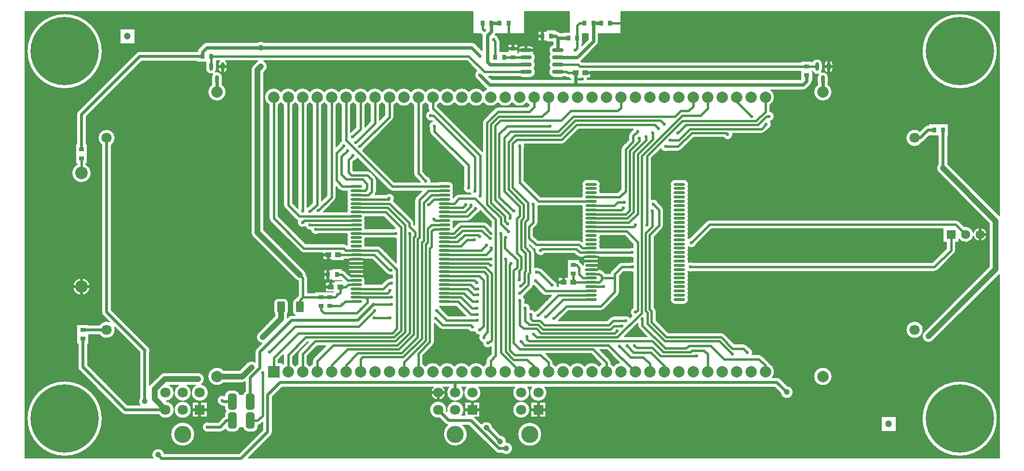
<source format=gbl>
G04*
G04 #@! TF.GenerationSoftware,Altium Limited,Altium Designer,18.1.1 (9)*
G04*
G04 Layer_Physical_Order=2*
G04 Layer_Color=16711680*
%FSLAX24Y24*%
%MOIN*%
G70*
G01*
G75*
%ADD10C,0.0079*%
%ADD11C,0.0394*%
%ADD12C,0.0197*%
%ADD25C,0.0157*%
%ADD26C,0.0236*%
%ADD27R,0.0709X0.0709*%
%ADD28C,0.0709*%
%ADD29C,0.1181*%
%ADD30C,0.4724*%
%ADD31C,0.0787*%
%ADD32R,0.0787X0.0787*%
%ADD33C,0.0866*%
%ADD34R,0.0630X0.0630*%
%ADD35C,0.0630*%
%ADD36C,0.0236*%
%ADD37C,0.0394*%
%ADD38O,0.0787X0.0197*%
%ADD39C,0.0472*%
%ADD40R,0.0354X0.0276*%
%ADD41R,0.0394X0.0354*%
%ADD42R,0.0276X0.0354*%
%ADD43O,0.0281X0.0591*%
%ADD44O,0.0800X0.0295*%
G04:AMPARAMS|DCode=45|XSize=110.2mil|YSize=59.1mil|CornerRadius=14.8mil|HoleSize=0mil|Usage=FLASHONLY|Rotation=270.000|XOffset=0mil|YOffset=0mil|HoleType=Round|Shape=RoundedRectangle|*
%AMROUNDEDRECTD45*
21,1,0.1102,0.0295,0,0,270.0*
21,1,0.0807,0.0591,0,0,270.0*
1,1,0.0295,-0.0148,-0.0404*
1,1,0.0295,-0.0148,0.0404*
1,1,0.0295,0.0148,0.0404*
1,1,0.0295,0.0148,-0.0404*
%
%ADD45ROUNDEDRECTD45*%
G04:AMPARAMS|DCode=46|XSize=51.2mil|YSize=72mil|CornerRadius=2.6mil|HoleSize=0mil|Usage=FLASHONLY|Rotation=180.000|XOffset=0mil|YOffset=0mil|HoleType=Round|Shape=RoundedRectangle|*
%AMROUNDEDRECTD46*
21,1,0.0512,0.0669,0,0,180.0*
21,1,0.0461,0.0720,0,0,180.0*
1,1,0.0051,-0.0230,0.0335*
1,1,0.0051,0.0230,0.0335*
1,1,0.0051,0.0230,-0.0335*
1,1,0.0051,-0.0230,-0.0335*
%
%ADD46ROUNDEDRECTD46*%
D10*
X62869Y44628D02*
G03*
X62274Y44628I-298J0D01*
G01*
X74232Y45529D02*
G03*
X74232Y45529I-2598J0D01*
G01*
X62274Y44318D02*
G03*
X62869Y44318I298J0D01*
G01*
X62062Y44078D02*
G03*
X62148Y44318I-290J240D01*
G01*
X62548Y43718D02*
G03*
X62062Y44078I-377J0D01*
G01*
X62526Y43281D02*
G03*
X62548Y43408I-354J128D01*
G01*
X61462Y44843D02*
G03*
X61429Y44783I310J-214D01*
G01*
X62148Y44628D02*
G03*
X61462Y44843I-377J0D01*
G01*
X61433Y44154D02*
G03*
X61469Y44094I339J165D01*
G01*
X61881Y43958D02*
G03*
X61795Y43718I290J-240D01*
G01*
X61476Y44085D02*
G03*
X61881Y43958I295J234D01*
G01*
X61795Y43408D02*
G03*
X61817Y43281I377J0D01*
G01*
X61314Y43214D02*
G03*
X61417Y43465I-251J251D01*
G01*
X61313Y43214D02*
G03*
X61417Y43465I-250J251D01*
G01*
X62805Y42707D02*
G03*
X62526Y43230I-630J0D01*
G01*
X61817Y43225D02*
G03*
X62805Y42707I358J-518D01*
G01*
X70147Y37706D02*
G03*
X70176Y37125I335J-275D01*
G01*
X69459Y40413D02*
G03*
X69222Y40315I0J-335D01*
G01*
X69459Y40413D02*
G03*
X69222Y40315I0J-335D01*
G01*
X69014Y39212D02*
G03*
X69146Y39293I-104J318D01*
G01*
X68892Y39985D02*
G03*
X69014Y39212I-376J-456D01*
G01*
D02*
G03*
X69146Y39293I-104J318D01*
G01*
X73512Y32854D02*
G03*
X72580Y32963I-472J0D01*
G01*
Y32745D02*
G03*
X73512Y32854I460J109D01*
G01*
X72580Y32963D02*
G03*
X71942Y33397I-540J-109D01*
G01*
X71573Y33766D02*
G03*
X71350Y33858I-223J-223D01*
G01*
X71573Y33766D02*
G03*
X71350Y33858I-223J-222D01*
G01*
X60807Y42854D02*
G03*
X61058Y42958I0J354D01*
G01*
X60807Y42854D02*
G03*
X61058Y42958I0J354D01*
G01*
X58830Y42350D02*
G03*
X58577Y42854I-630J0D01*
G01*
X58515Y41804D02*
G03*
X58830Y42350I-315J546D01*
G01*
X58552Y40680D02*
G03*
X58819Y41024I-87J343D01*
G01*
D02*
G03*
X58515Y41374I-354J0D01*
G01*
X58612Y40482D02*
G03*
X58552Y40680I-354J0D01*
G01*
X58366Y40145D02*
G03*
X58612Y40482I-108J337D01*
G01*
X57933Y39843D02*
G03*
X58156Y39935I0J315D01*
G01*
X57933Y39843D02*
G03*
X58156Y39935I0J315D01*
G01*
X55945Y39764D02*
G03*
X55936Y39843I-354J0D01*
G01*
X55296Y39567D02*
G03*
X55945Y39764I295J197D01*
G01*
X52848Y35880D02*
G03*
X52882Y36027I-300J148D01*
G01*
X52848Y34994D02*
G03*
X52882Y35141I-300J148D01*
G01*
Y34846D02*
G03*
X52848Y34994I-335J0D01*
G01*
X52882Y35732D02*
G03*
X52848Y35880I-335J0D01*
G01*
X52882Y35141D02*
G03*
X52848Y35289I-335J0D01*
G01*
Y34698D02*
G03*
X52882Y34846I-300J148D01*
G01*
X52848Y35289D02*
G03*
X52882Y35437I-300J148D01*
G01*
X52848Y34403D02*
G03*
X52882Y34551I-300J148D01*
G01*
Y34256D02*
G03*
X52848Y34403I-335J0D01*
G01*
X52882Y34551D02*
G03*
X52848Y34698I-335J0D01*
G01*
Y36175D02*
G03*
X52882Y36322I-300J148D01*
G01*
D02*
G03*
X52548Y36657I-335J0D01*
G01*
X52848Y35584D02*
G03*
X52882Y35732I-300J148D01*
G01*
Y35437D02*
G03*
X52848Y35584I-335J0D01*
G01*
X52882Y36027D02*
G03*
X52848Y36175I-335J0D01*
G01*
X54360Y33858D02*
G03*
X54137Y33766I0J-315D01*
G01*
X54360Y33858D02*
G03*
X54137Y33766I0J-315D01*
G01*
X52848Y33222D02*
G03*
X52882Y33370I-300J148D01*
G01*
Y33960D02*
G03*
X52848Y34108I-335J0D01*
G01*
Y33813D02*
G03*
X52882Y33960I-300J148D01*
G01*
X52848Y34108D02*
G03*
X52882Y34256I-300J148D01*
G01*
X52848Y33517D02*
G03*
X52882Y33665I-300J148D01*
G01*
Y33370D02*
G03*
X52848Y33517I-335J0D01*
G01*
X52882Y33665D02*
G03*
X52848Y33813I-335J0D01*
G01*
X52983Y32611D02*
G03*
X52875Y32555I108J-337D01*
G01*
X52848Y32927D02*
G03*
X52882Y33074I-300J148D01*
G01*
Y32779D02*
G03*
X52848Y32927I-335J0D01*
G01*
X52882Y33074D02*
G03*
X52848Y33222I-335J0D01*
G01*
X52875Y32555D02*
G03*
X52848Y32631I-327J-71D01*
G01*
D02*
G03*
X52882Y32779I-300J148D01*
G01*
X46550Y45960D02*
G03*
X46654Y46211I-251J251D01*
G01*
X46549Y45960D02*
G03*
X46654Y46211I-250J251D01*
G01*
X43760Y46936D02*
G03*
X43711Y46939I-48J-351D01*
G01*
X43760Y46936D02*
G03*
X43711Y46939I-48J-351D01*
G01*
X43962Y46835D02*
G03*
X43760Y46936I-251J-251D01*
G01*
X43962Y46835D02*
G03*
X43760Y46936I-251J-250D01*
G01*
X43509Y45974D02*
G03*
X43320Y45354I102J-370D01*
G01*
X45471Y44827D02*
G03*
X45442Y44852I-223J-223D01*
G01*
X45471Y44827D02*
G03*
X45442Y44852I-223J-222D01*
G01*
X43320Y45354D02*
G03*
X43320Y44854I291J-250D01*
G01*
D02*
G03*
X43320Y44354I291J-250D01*
G01*
D02*
G03*
X43611Y43720I291J-250D01*
G01*
X45896Y43612D02*
G03*
X45887Y43691I-354J0D01*
G01*
X45892Y43563D02*
G03*
X45896Y43612I-351J49D01*
G01*
X44332Y43787D02*
G03*
X44537Y43711I206J239D01*
G01*
X44116Y43720D02*
G03*
X44332Y43787I0J384D01*
G01*
D02*
G03*
X44537Y43711I206J239D01*
G01*
X42221Y45604D02*
G03*
X41916Y45909I-305J0D01*
G01*
X41411D02*
G03*
X41131Y45483I0J-305D01*
G01*
X42150Y45409D02*
G03*
X42221Y45604I-234J196D01*
G01*
X41131Y45483D02*
G03*
X41152Y45444I280J122D01*
G01*
X39517Y46673D02*
G03*
X39574Y46752I-255J246D01*
G01*
X39517Y46673D02*
G03*
X39574Y46752I-255J246D01*
G01*
X38492D02*
G03*
X38613Y46646I288J207D01*
G01*
X39843Y46210D02*
G03*
X39750Y46434I-315J0D01*
G01*
X39843Y46210D02*
G03*
X39751Y46433I-315J0D01*
G01*
X39737Y46447D02*
G03*
X39517Y46673I-337J-108D01*
G01*
X38144Y46038D02*
G03*
X37894Y46142I-251J-251D01*
G01*
X38145Y46038D02*
G03*
X37894Y46142I-251J-250D01*
G01*
X42300Y44104D02*
G03*
X42207Y44354I-384J0D01*
G01*
Y44854D02*
G03*
X42300Y45104I-291J250D01*
G01*
D02*
G03*
X42150Y45409I-384J0D01*
G01*
X42207Y44354D02*
G03*
X42300Y44604I-291J250D01*
G01*
D02*
G03*
X42207Y44854I-384J0D01*
G01*
X41916Y43720D02*
G03*
X42300Y44104I0J384D01*
G01*
X41192Y43789D02*
G03*
X41411Y43720I219J315D01*
G01*
X41700Y41967D02*
G03*
X41885Y41804I500J383D01*
G01*
X39700Y41967D02*
G03*
X40700Y41967I500J383D01*
G01*
D02*
G03*
X41700Y41967I500J383D01*
G01*
X38255Y44174D02*
G03*
X38214Y43637I210J-286D01*
G01*
X38255Y44174D02*
G03*
X38214Y43637I210J-286D01*
G01*
X38893Y42958D02*
G03*
X38936Y42922I251J250D01*
G01*
X38893Y42958D02*
G03*
X38936Y42922I251J251D01*
G01*
X38700Y41967D02*
G03*
X39700Y41967I500J383D01*
G01*
X38936Y42922D02*
G03*
X38700Y42733I264J-572D01*
G01*
D02*
G03*
X37700Y42733I-500J-383D01*
G01*
D02*
G03*
X36700Y42733I-500J-383D01*
G01*
X37700Y41967D02*
G03*
X38700Y41967I500J383D01*
G01*
X36700D02*
G03*
X37700Y41967I500J383D01*
G01*
X49058Y40138D02*
G03*
X49042Y40098I322J-148D01*
G01*
X48843Y39898D02*
G03*
X48750Y39675I222J-223D01*
G01*
X48842Y39898D02*
G03*
X48750Y39675I223J-223D01*
G01*
X52161Y38622D02*
G03*
X52385Y38715I0J315D01*
G01*
X50979Y38785D02*
G03*
X51462Y38622I320J152D01*
G01*
X48321Y38967D02*
G03*
X48228Y38744I223J-223D01*
G01*
X48321Y38967D02*
G03*
X48228Y38744I222J-223D01*
G01*
X52161Y38622D02*
G03*
X52384Y38714I0J315D01*
G01*
X51957Y36657D02*
G03*
X51657Y36175I0J-335D01*
G01*
D02*
G03*
X51657Y35880I300J-148D01*
G01*
D02*
G03*
X51657Y35584I300J-148D01*
G01*
X44126Y39104D02*
G03*
X44349Y39197I0J315D01*
G01*
X44126Y39104D02*
G03*
X44349Y39197I0J315D01*
G01*
X46780Y36322D02*
G03*
X46445Y36657I-335J0D01*
G01*
X46746Y36175D02*
G03*
X46780Y36322I-300J148D01*
G01*
X45855Y36657D02*
G03*
X45554Y36175I0J-335D01*
G01*
X46780Y36027D02*
G03*
X46746Y36175I-335J0D01*
G01*
X45554D02*
G03*
X45554Y35880I300J-148D01*
G01*
X46746D02*
G03*
X46780Y36027I-300J148D01*
G01*
X46779Y35752D02*
G03*
X46746Y35880I-334J-20D01*
G01*
X45554D02*
G03*
X45554Y35584I300J-148D01*
G01*
X51657D02*
G03*
X51657Y35289I300J-148D01*
G01*
D02*
G03*
X51657Y34994I300J-148D01*
G01*
D02*
G03*
X51657Y34698I300J-148D01*
G01*
X51152Y34547D02*
G03*
X51059Y34770I-315J0D01*
G01*
X51152Y34547D02*
G03*
X51059Y34770I-315J0D01*
G01*
X51657Y34698D02*
G03*
X51657Y34403I300J-148D01*
G01*
D02*
G03*
X51657Y34108I300J-148D01*
G01*
D02*
G03*
X51657Y33813I300J-148D01*
G01*
X50780Y35049D02*
G03*
X50325Y35275I-337J-108D01*
G01*
X51657Y33813D02*
G03*
X51657Y33517I300J-148D01*
G01*
D02*
G03*
X51657Y33222I300J-148D01*
G01*
D02*
G03*
X51657Y32927I300J-148D01*
G01*
D02*
G03*
X51657Y32631I300J-148D01*
G01*
D02*
G03*
X51657Y32336I300J-148D01*
G01*
X51059Y33236D02*
G03*
X51152Y33459I-223J223D01*
G01*
X51059Y33236D02*
G03*
X51152Y33459I-222J223D01*
G01*
X45554Y33813D02*
G03*
X45554Y33517I300J-148D01*
G01*
X46746Y32631D02*
G03*
X46779Y32759I-300J148D01*
G01*
X46780Y32484D02*
G03*
X46746Y32631I-335J0D01*
G01*
Y32336D02*
G03*
X46780Y32484I-300J148D01*
G01*
X45554Y35584D02*
G03*
X45521Y35456I300J-148D01*
G01*
X45521Y34826D02*
G03*
X45554Y34698I334J20D01*
G01*
D02*
G03*
X45554Y34403I300J-148D01*
G01*
D02*
G03*
X45554Y34108I300J-148D01*
G01*
D02*
G03*
X45554Y33813I300J-148D01*
G01*
Y33222D02*
G03*
X45554Y32927I300J-148D01*
G01*
D02*
G03*
X45554Y32631I300J-148D01*
G01*
X45554Y33517D02*
G03*
X45554Y33222I300J-148D01*
G01*
Y32631D02*
G03*
X45554Y32336I300J-148D01*
G01*
X45528Y32349D02*
G03*
X45305Y32441I-223J-223D01*
G01*
X45528Y32348D02*
G03*
X45305Y32441I-223J-222D01*
G01*
X41565Y38976D02*
G03*
X41541Y39104I-354J0D01*
G01*
X41526Y38814D02*
G03*
X41565Y38976I-315J162D01*
G01*
X39715Y41663D02*
G03*
X39491Y41571I0J-315D01*
G01*
X39715Y41663D02*
G03*
X39492Y41571I0J-315D01*
G01*
X38734Y40814D02*
G03*
X38642Y40591I222J-223D01*
G01*
X38734Y40813D02*
G03*
X38642Y40591I223J-223D01*
G01*
X36598Y36025D02*
G03*
X36632Y36172I-300J148D01*
G01*
X42470Y34779D02*
G03*
X42491Y34827I-315J162D01*
G01*
X42378Y33468D02*
G03*
X42470Y33691I-223J223D01*
G01*
X42378Y33468D02*
G03*
X42470Y33691I-222J223D01*
G01*
X38975Y33618D02*
G03*
X38752Y33711I-223J-223D01*
G01*
X38975Y33618D02*
G03*
X38752Y33711I-223J-222D01*
G01*
X37789Y35730D02*
G03*
X37840Y35640I331J126D01*
G01*
X37352Y36225D02*
G03*
X37789Y35730I315J-162D01*
G01*
X38258Y34288D02*
G03*
X38484Y34508I-108J337D01*
G01*
X36632Y35877D02*
G03*
X36598Y36025I-335J0D01*
G01*
Y35730D02*
G03*
X36632Y35877I-300J148D01*
G01*
Y35582D02*
G03*
X36598Y35730I-335J0D01*
G01*
X37008Y35640D02*
G03*
X36785Y35547I0J-315D01*
G01*
X37008Y35640D02*
G03*
X36785Y35548I0J-315D01*
G01*
X36598Y35434D02*
G03*
X36632Y35582I-300J148D01*
G01*
X36619Y35381D02*
G03*
X36598Y35434I-321J-94D01*
G01*
X37629Y33791D02*
G03*
X37852Y33883I0J315D01*
G01*
X37629Y33791D02*
G03*
X37852Y33883I0J315D01*
G01*
X37136Y33711D02*
G03*
X36913Y33618I0J-315D01*
G01*
X37136Y33711D02*
G03*
X36913Y33618I0J-315D01*
G01*
X36598Y33663D02*
G03*
X36632Y33791I-300J148D01*
G01*
X36598Y33367D02*
G03*
X36632Y33515I-300J148D01*
G01*
D02*
G03*
X36598Y33663I-335J0D01*
G01*
X36616Y33322D02*
G03*
X36598Y33367I-319J-102D01*
G01*
X71590Y32534D02*
G03*
X72580Y32745I449J320D01*
G01*
X71262Y31535D02*
G03*
X71354Y31758I-223J223D01*
G01*
X71262Y31535D02*
G03*
X71354Y31758I-222J223D01*
G01*
X69882Y30285D02*
G03*
X70105Y30378I0J315D01*
G01*
X69882Y30285D02*
G03*
X70105Y30378I0J315D01*
G01*
X52865Y32001D02*
G03*
X53428Y32166I226J273D01*
G01*
X52848Y31746D02*
G03*
X52882Y31893I-300J148D01*
G01*
D02*
G03*
X52865Y32001I-335J0D01*
G01*
X52882Y31598D02*
G03*
X52848Y31746I-335J0D01*
G01*
Y31450D02*
G03*
X52882Y31598I-300J148D01*
G01*
X52848Y31155D02*
G03*
X52882Y31303I-300J148D01*
G01*
Y31007D02*
G03*
X52848Y31155I-335J0D01*
G01*
X52882Y31303D02*
G03*
X52848Y31450I-335J0D01*
G01*
X53194Y30915D02*
G03*
X52869Y30916I-162J-315D01*
G01*
X52858Y30291D02*
G03*
X53194Y30285I174J309D01*
G01*
X52848Y29679D02*
G03*
X52882Y29826I-300J148D01*
G01*
Y29531D02*
G03*
X52848Y29679I-335J0D01*
G01*
X52848Y29088D02*
G03*
X52882Y29236I-300J148D01*
G01*
Y28941D02*
G03*
X52848Y29088I-335J0D01*
G01*
X52882Y29236D02*
G03*
X52848Y29383I-335J0D01*
G01*
X69107Y26250D02*
G03*
X69107Y26250I-591J0D01*
G01*
X69172Y26113D02*
G03*
X69785Y25501I306J-306D01*
G01*
X69173Y26114D02*
G03*
X69785Y25501I306J-307D01*
G01*
X74232Y20100D02*
G03*
X74232Y20100I-2598J0D01*
G01*
X56916Y25173D02*
G03*
X56693Y25266I-223J-222D01*
G01*
X57313Y24685D02*
G03*
X57067Y25023I-354J0D01*
G01*
X56916Y25173D02*
G03*
X56693Y25266I-223J-223D01*
G01*
X58830Y23350D02*
G03*
X58479Y23915I-630J0D01*
G01*
X62805Y23022D02*
G03*
X62805Y23022I-630J0D01*
G01*
X58479Y23915D02*
G03*
X58423Y23991I-279J-146D01*
G01*
X57969Y24445D02*
G03*
X57746Y24537I-223J-223D01*
G01*
X57281D02*
G03*
X57313Y24685I-322J148D01*
G01*
X58479Y23915D02*
G03*
X58422Y23992I-279J-146D01*
G01*
X57969Y24445D02*
G03*
X57746Y24537I-223J-222D01*
G01*
X52882Y28645D02*
G03*
X52848Y28793I-335J0D01*
G01*
Y28498D02*
G03*
X52882Y28645I-300J148D01*
G01*
X52848Y28793D02*
G03*
X52882Y28941I-300J148D01*
G01*
X52548Y28015D02*
G03*
X52882Y28350I0J335D01*
G01*
X55357Y25961D02*
G03*
X55134Y26053I-223J-222D01*
G01*
X55357Y25961D02*
G03*
X55134Y26053I-223J-223D01*
G01*
X59233Y22855D02*
G03*
X58996Y22953I-237J-237D01*
G01*
X59233Y22855D02*
G03*
X58996Y22953I-237J-237D01*
G01*
X60118Y21929D02*
G03*
X59727Y22360I-433J0D01*
G01*
X59254Y21887D02*
G03*
X60118Y21929I431J42D01*
G01*
X58689Y22953D02*
G03*
X58830Y23350I-489J397D01*
G01*
X51657Y32336D02*
G03*
X51657Y32041I300J-148D01*
G01*
D02*
G03*
X51657Y31746I300J-148D01*
G01*
D02*
G03*
X51657Y31450I300J-148D01*
G01*
D02*
G03*
X51657Y31155I300J-148D01*
G01*
D02*
G03*
X51657Y30860I300J-148D01*
G01*
X52869Y30916D02*
G03*
X52882Y31007I-322J92D01*
G01*
X51657Y30860D02*
G03*
X51657Y30565I300J-148D01*
G01*
D02*
G03*
X51657Y30269I300J-148D01*
G01*
X49055Y31942D02*
G03*
X48831Y31913I-69J-348D01*
G01*
X48817Y31283D02*
G03*
X49055Y31247I169J311D01*
G01*
Y30951D02*
G03*
X48844Y30915I-49J-351D01*
G01*
X52882Y30122D02*
G03*
X52848Y30269I-335J0D01*
G01*
Y29974D02*
G03*
X52882Y30122I-300J148D01*
G01*
X51657Y30269D02*
G03*
X51657Y29974I300J-148D01*
G01*
X52882Y29826D02*
G03*
X52848Y29974I-335J0D01*
G01*
X51657D02*
G03*
X51657Y29679I300J-148D01*
G01*
D02*
G03*
X51657Y29383I300J-148D01*
G01*
X52848D02*
G03*
X52882Y29531I-300J148D01*
G01*
X51657Y29383D02*
G03*
X51657Y29088I300J-148D01*
G01*
X48844Y30285D02*
G03*
X49055Y30250I162J315D01*
G01*
X48268Y30915D02*
G03*
X48045Y30823I0J-315D01*
G01*
X48268Y30915D02*
G03*
X48045Y30823I0J-315D01*
G01*
X47567Y30345D02*
G03*
X47475Y30143I222J-223D01*
G01*
X47566Y30344D02*
G03*
X47475Y30143I223J-223D01*
G01*
X47147D02*
G03*
X47112Y30183I-257J-182D01*
G01*
X47147Y30143D02*
G03*
X47112Y30184I-257J-182D01*
G01*
X51657Y29088D02*
G03*
X51657Y28793I300J-148D01*
G01*
D02*
G03*
X51657Y28498I300J-148D01*
G01*
X52882Y28350D02*
G03*
X52848Y28498I-335J0D01*
G01*
X51657D02*
G03*
X51957Y28015I300J-148D01*
G01*
X50640Y27545D02*
G03*
X50548Y27768I-315J0D01*
G01*
X50640Y27545D02*
G03*
X50547Y27768I-315J0D01*
G01*
X49380Y26551D02*
G03*
X49472Y26328I315J0D01*
G01*
X49380Y26551D02*
G03*
X49473Y26328I315J0D01*
G01*
X48012Y28639D02*
G03*
X48104Y28862I-223J223D01*
G01*
X48011Y28639D02*
G03*
X48104Y28862I-222J223D01*
G01*
X49055Y27783D02*
G03*
X48986Y27207I167J-312D01*
G01*
X48857Y27078D02*
G03*
X48401Y27195I-294J-198D01*
G01*
X46811Y27569D02*
G03*
X47034Y27662I0J315D01*
G01*
X46811Y27569D02*
G03*
X47034Y27661I0J315D01*
G01*
X47691Y27195D02*
G03*
X47468Y27103I0J-315D01*
G01*
X47691Y27195D02*
G03*
X47468Y27102I0J-315D01*
G01*
X46746Y32041D02*
G03*
X46780Y32189I-300J148D01*
G01*
X46779Y31913D02*
G03*
X46746Y32041I-334J-20D01*
G01*
X46780Y32189D02*
G03*
X46746Y32336I-335J0D01*
G01*
X45600Y31283D02*
G03*
X45646Y31155I255J20D01*
G01*
X46654D02*
G03*
X46700Y31283I-209J148D01*
G01*
X46701Y31007D02*
G03*
X46654Y31155I-256J0D01*
G01*
X45646D02*
G03*
X45646Y30860I209J-148D01*
G01*
X45157Y31376D02*
G03*
X45380Y31283I223J222D01*
G01*
X45158Y31375D02*
G03*
X45380Y31283I223J223D01*
G01*
X46654Y30860D02*
G03*
X46701Y31007I-209J148D01*
G01*
X45646Y30860D02*
G03*
X45599Y30719I209J-148D01*
G01*
D02*
G03*
X45551Y30780I-270J-162D01*
G01*
X46952Y30344D02*
G03*
X46729Y30437I-223J-222D01*
G01*
X46701Y30712D02*
G03*
X46654Y30860I-256J0D01*
G01*
X45599Y30719D02*
G03*
X45551Y30780I-270J-162D01*
G01*
X46700Y30437D02*
G03*
X46654Y30565I-255J-20D01*
G01*
X46951Y30344D02*
G03*
X46729Y30437I-223J-223D01*
G01*
X46654Y30565D02*
G03*
X46701Y30712I-209J148D01*
G01*
X45371Y30961D02*
G03*
X45335Y30992I-223J-223D01*
G01*
X45371Y30960D02*
G03*
X45335Y30992I-223J-222D01*
G01*
X42120Y31903D02*
G03*
X42293Y31815I223J223D01*
G01*
D02*
G03*
X42932Y31535I345J-83D01*
G01*
X42119Y31904D02*
G03*
X42293Y31815I223J222D01*
G01*
X42234Y31620D02*
G03*
X42142Y31843I-315J0D01*
G01*
X42234Y31620D02*
G03*
X42142Y31843I-315J0D01*
G01*
X43809Y29331D02*
G03*
X43563Y29668I-354J0D01*
G01*
X43801Y29256D02*
G03*
X43809Y29331I-346J75D01*
G01*
X42544Y30541D02*
G03*
X42234Y30548I-162J-315D01*
G01*
X42782Y30449D02*
G03*
X42559Y30541I-223J-223D01*
G01*
X42782Y30449D02*
G03*
X42559Y30541I-223J-222D01*
G01*
X42141Y29326D02*
G03*
X42205Y29298I172J310D01*
G01*
X42053Y29155D02*
G03*
X42141Y29326I-223J223D01*
G01*
X42053Y29154D02*
G03*
X42141Y29326I-222J223D01*
G01*
X42789Y28714D02*
G03*
X43059Y28626I223J223D01*
G01*
X43905Y26880D02*
G03*
X43920Y26920I-322J148D01*
G01*
X42372Y27582D02*
G03*
X42252Y27515I108J-337D01*
G01*
X41937Y27656D02*
G03*
X41949Y27746I-343J90D01*
G01*
X42252Y27515D02*
G03*
X41937Y27656I-284J-212D01*
G01*
X41545Y28125D02*
G03*
X41585Y28287I-315J162D01*
G01*
X41949Y27746D02*
G03*
X41545Y28097I-354J0D01*
G01*
X41585Y28287D02*
G03*
X41484Y28535I-354J0D01*
G01*
Y28535D02*
G03*
X41547Y28648I-274J225D01*
G01*
X38653Y25375D02*
G03*
X39234Y25073I353J-31D01*
G01*
X38096Y26127D02*
G03*
X38423Y25876I339J103D01*
G01*
Y25876D02*
G03*
X38653Y25375I317J-158D01*
G01*
X37642Y26260D02*
G03*
X38096Y26127I301J187D01*
G01*
X47515Y23991D02*
G03*
X47423Y24214I-315J0D01*
G01*
X47515Y23991D02*
G03*
X47422Y24214I-315J0D01*
G01*
X48129Y23976D02*
G03*
X47700Y23733I71J-626D01*
G01*
D02*
G03*
X47515Y23896I-500J-383D01*
G01*
X46700Y23733D02*
G03*
X45700Y23733I-500J-383D01*
G01*
X46863Y23882D02*
G03*
X46700Y23733I337J-532D01*
G01*
X45700D02*
G03*
X44700Y23733I-500J-383D01*
G01*
X43515Y23965D02*
G03*
X43422Y24188I-315J0D01*
G01*
X43515Y23965D02*
G03*
X43423Y24188I-315J0D01*
G01*
X44700Y23733D02*
G03*
X43700Y23733I-500J-383D01*
G01*
D02*
G03*
X43515Y23896I-500J-383D01*
G01*
X43091Y21897D02*
G03*
X42947Y22283I-591J0D01*
G01*
X42053D02*
G03*
X41909Y21898I447J-386D01*
G01*
Y21896D02*
G03*
X43091Y21897I591J1D01*
G01*
X41909Y21898D02*
G03*
X41766Y22283I-591J-1D01*
G01*
X41320Y21307D02*
G03*
X41909Y21896I-1J591D01*
G01*
X40872Y22283D02*
G03*
X41318Y21307I447J-386D01*
G01*
X38978Y24335D02*
G03*
X38885Y24111I222J-223D01*
G01*
X38977Y24334D02*
G03*
X38885Y24111I223J-223D01*
G01*
Y23896D02*
G03*
X38700Y23733I315J-546D01*
G01*
X41909Y20716D02*
G03*
X41320Y21307I-591J0D01*
G01*
X41318D02*
G03*
X41909Y20716I1J-591D01*
G01*
X38700Y23733D02*
G03*
X37700Y23733I-500J-383D01*
G01*
X38533Y21897D02*
G03*
X38390Y22283I-591J0D01*
G01*
X37352Y21897D02*
G03*
X38533Y21897I591J0D01*
G01*
X37496Y22283D02*
G03*
X37352Y21897I447J-386D01*
G01*
X37700Y23733D02*
G03*
X36700Y23733I-500J-383D01*
G01*
X37352Y21897D02*
G03*
X37209Y22283I-591J0D01*
G01*
X36762Y21307D02*
G03*
X37352Y21897I0J591D01*
G01*
X37204Y20325D02*
G03*
X37352Y20716I-442J391D01*
G01*
D02*
G03*
X36762Y21307I-591J0D01*
G01*
X42736Y19015D02*
G03*
X42736Y19015I-827J0D01*
G01*
D02*
G03*
X42736Y19015I-827J0D01*
G01*
X40283Y18474D02*
G03*
X40285Y18524I-430J49D01*
G01*
D02*
G03*
X39895Y18955I-433J0D01*
G01*
X40718Y18041D02*
G03*
X40283Y18474I-433J0D01*
G01*
X39547Y17805D02*
G03*
X39783Y17707I237J237D01*
G01*
X39547Y17805D02*
G03*
X39783Y17707I237J237D01*
G01*
X40011D02*
G03*
X40718Y18041I275J335D01*
G01*
X39338Y19511D02*
G03*
X38565Y19733I-431J-42D01*
G01*
X37589Y19023D02*
G03*
X37294Y19656I-827J0D01*
G01*
X37589Y19023D02*
G03*
X37294Y19656I-827J0D01*
G01*
X36700Y42733D02*
G03*
X35700Y42733I-500J-383D01*
G01*
Y41967D02*
G03*
X36700Y41967I500J383D01*
G01*
X35515Y41804D02*
G03*
X35700Y41967I-315J546D01*
G01*
Y42733D02*
G03*
X34700Y42733I-500J-383D01*
G01*
Y41967D02*
G03*
X34885Y41804I500J383D01*
G01*
X34700Y42733D02*
G03*
X33700Y42733I-500J-383D01*
G01*
X34515Y41804D02*
G03*
X34700Y41967I-315J546D01*
G01*
X33700D02*
G03*
X33885Y41804I500J383D01*
G01*
X34885Y41582D02*
G03*
X34944Y41398I315J0D01*
G01*
X34885Y41582D02*
G03*
X34944Y41398I315J0D01*
G01*
D02*
G03*
X35152Y40721I115J-335D01*
G01*
X33700Y42733D02*
G03*
X32700Y42733I-500J-383D01*
G01*
Y41967D02*
G03*
X33700Y41967I500J383D01*
G01*
X32515Y41804D02*
G03*
X32700Y41967I-315J546D01*
G01*
Y42733D02*
G03*
X31700Y42733I-500J-383D01*
G01*
D02*
G03*
X30700Y42733I-500J-383D01*
G01*
X31700Y41967D02*
G03*
X31885Y41804I500J383D01*
G01*
X31515D02*
G03*
X31700Y41967I-315J546D01*
G01*
X30700D02*
G03*
X30885Y41804I500J383D01*
G01*
X32423Y40767D02*
G03*
X32515Y40989I-223J223D01*
G01*
X32422Y40766D02*
G03*
X32515Y40989I-222J223D01*
G01*
X30700Y42733D02*
G03*
X29700Y42733I-500J-383D01*
G01*
X30515Y41804D02*
G03*
X30700Y41967I-315J546D01*
G01*
X29700D02*
G03*
X29885Y41804I500J383D01*
G01*
X29700Y42733D02*
G03*
X28700Y42733I-500J-383D01*
G01*
D02*
G03*
X27700Y42733I-500J-383D01*
G01*
X29515Y41804D02*
G03*
X29700Y41967I-315J546D01*
G01*
X28700D02*
G03*
X28885Y41804I500J383D01*
G01*
X28515D02*
G03*
X28700Y41967I-315J546D01*
G01*
X27700D02*
G03*
X27885Y41804I500J383D01*
G01*
X26700Y42733D02*
G03*
X25700Y42733I-500J-383D01*
G01*
X26700Y41967D02*
G03*
X26885Y41804I500J383D01*
G01*
X27515D02*
G03*
X27700Y41967I-315J546D01*
G01*
Y42733D02*
G03*
X26700Y42733I-500J-383D01*
G01*
X26515Y41804D02*
G03*
X26700Y41967I-315J546D01*
G01*
X34990Y39990D02*
G03*
X35082Y39767I315J0D01*
G01*
X35186Y40688D02*
G03*
X34990Y40192I120J-334D01*
G01*
Y39990D02*
G03*
X35083Y39767I315J0D01*
G01*
X30902Y37161D02*
G03*
X30679Y37254I-223J-222D01*
G01*
X30902Y37162D02*
G03*
X30679Y37254I-223J-223D01*
G01*
X33885Y37070D02*
G03*
X33977Y36847I315J0D01*
G01*
X33885Y37070D02*
G03*
X33978Y36847I315J0D01*
G01*
X35079Y36545D02*
G03*
X34832Y36883I-354J0D01*
G01*
X36632Y36172D02*
G03*
X36298Y36507I-335J0D01*
G01*
X35707D02*
G03*
X35594Y36487I0J-335D01*
G01*
X35074D02*
G03*
X35079Y36545I-350J58D01*
G01*
X34049Y35449D02*
G03*
X33957Y35226I222J-223D01*
G01*
X34049Y35449D02*
G03*
X33957Y35226I223J-223D01*
G01*
X32178Y35950D02*
G03*
X32400Y35858I223J223D01*
G01*
X32177Y35950D02*
G03*
X32400Y35858I223J222D01*
G01*
X31299Y36634D02*
G03*
X31207Y36857I-315J0D01*
G01*
X31299Y36634D02*
G03*
X31207Y36857I-315J0D01*
G01*
X32549Y35344D02*
G03*
X31951Y35602I-354J0D01*
G01*
X31214D02*
G03*
X31299Y35817I-230J215D01*
G01*
X31214Y35602D02*
G03*
X31299Y35817I-230J215D01*
G01*
X32498Y35162D02*
G03*
X32549Y35344I-303J183D01*
G01*
X29548Y39934D02*
G03*
X29515Y39922I108J-337D01*
G01*
X30364Y38654D02*
G03*
X30475Y38819I-226J273D01*
G01*
X28885Y39373D02*
G03*
X28892Y39306I315J0D01*
G01*
X28885Y39373D02*
G03*
X28892Y39306I315J0D01*
G01*
D02*
G03*
X28708Y39094I153J-320D01*
G01*
X29793Y37960D02*
G03*
X29997Y38130I-108J337D01*
G01*
X29271Y35858D02*
G03*
X29304Y35730I334J20D01*
G01*
X28732Y35950D02*
G03*
X28955Y35858I223J222D01*
G01*
X28733Y35950D02*
G03*
X28955Y35858I223J223D01*
G01*
X29304Y35730D02*
G03*
X29304Y35434I300J-148D01*
G01*
Y35139D02*
G03*
X29304Y34844I300J-148D01*
G01*
D02*
G03*
X29304Y34548I300J-148D01*
G01*
Y35434D02*
G03*
X29304Y35139I300J-148D01*
G01*
X30496Y33958D02*
G03*
X30529Y34086I-300J148D01*
G01*
X29304Y34548D02*
G03*
X29271Y34420I300J-148D01*
G01*
X28423Y35202D02*
G03*
X28515Y35424I-223J223D01*
G01*
X28422Y35201D02*
G03*
X28515Y35424I-222J223D01*
G01*
X26624Y34786D02*
G03*
X26515Y34729I108J-337D01*
G01*
X23556Y46142D02*
G03*
X23058Y46142I-249J-354D01*
G01*
X19587D02*
G03*
X19336Y46038I0J-354D01*
G01*
X19587Y46142D02*
G03*
X19336Y46038I0J-354D01*
G01*
X19022Y45724D02*
G03*
X18938Y45591I250J-251D01*
G01*
X19021Y45723D02*
G03*
X18938Y45591I251J-251D01*
G01*
D02*
G03*
X18920Y45512I334J-118D01*
G01*
X18938Y45591D02*
G03*
X18920Y45512I334J-118D01*
G01*
X23126Y44862D02*
G03*
X23021Y44785I201J-384D01*
G01*
X23126Y44862D02*
G03*
X23020Y44784I201J-384D01*
G01*
X23760Y44478D02*
G03*
X23527Y44862I-433J0D01*
G01*
X23760Y44478D02*
G03*
X23527Y44862I-433J0D01*
G01*
X23633Y44172D02*
G03*
X23760Y44478I-306J306D01*
G01*
X23632Y44172D02*
G03*
X23760Y44478I-306J307D01*
G01*
X25700Y42733D02*
G03*
X24700Y42733I-500J-383D01*
G01*
D02*
G03*
X23885Y41804I-500J-383D01*
G01*
X22774Y44539D02*
G03*
X22648Y44232I306J-306D01*
G01*
X22774Y44539D02*
G03*
X22648Y44232I306J-306D01*
G01*
X20980Y44638D02*
G03*
X20878Y44862I-298J0D01*
G01*
X20486D02*
G03*
X20384Y44638I196J-224D01*
G01*
Y44328D02*
G03*
X20980Y44328I298J0D01*
G01*
X14951Y45512D02*
G03*
X14714Y45414I0J-335D01*
G01*
X14951Y45512D02*
G03*
X14714Y45414I0J-335D01*
G01*
X20258Y44638D02*
G03*
X20237Y44764I-377J0D01*
G01*
X19527D02*
G03*
X19505Y44638I355J-126D01*
G01*
X20172Y44088D02*
G03*
X20258Y44328I-290J240D01*
G01*
X19505D02*
G03*
X19992Y43968I377J0D01*
G01*
X20658Y43728D02*
G03*
X20172Y44088I-377J0D01*
G01*
X20640Y43301D02*
G03*
X20658Y43418I-358J117D01*
G01*
X19992Y43968D02*
G03*
X19905Y43728I290J-240D01*
G01*
X20915Y42707D02*
G03*
X20640Y43228I-630J0D01*
G01*
X19931D02*
G03*
X20915Y42707I354J-521D01*
G01*
X19905Y43418D02*
G03*
X19931Y43281I377J0D01*
G01*
X12348Y45529D02*
G03*
X12348Y45529I-2598J0D01*
G01*
X25700Y41967D02*
G03*
X25885Y41804I500J383D01*
G01*
X25515D02*
G03*
X25700Y41967I-315J546D01*
G01*
X24700D02*
G03*
X24885Y41804I500J383D01*
G01*
X24515D02*
G03*
X24700Y41967I-315J546D01*
G01*
X24885Y34889D02*
G03*
X24977Y34666I315J0D01*
G01*
X24885Y34889D02*
G03*
X24978Y34665I315J0D01*
G01*
X12985Y39043D02*
G03*
X13241Y39530I-335J487D01*
G01*
D02*
G03*
X12315Y39043I-591J0D01*
G01*
X10679Y41378D02*
G03*
X10581Y41142I237J-237D01*
G01*
X10679Y41378D02*
G03*
X10581Y41142I237J-237D01*
G01*
X11585Y37106D02*
G03*
X11230Y37697I-669J0D01*
G01*
X10600Y37697D02*
G03*
X11585Y37106I315J-591D01*
G01*
X33898Y33632D02*
G03*
X33805Y33855I-315J0D01*
G01*
X33898Y33632D02*
G03*
X33805Y33855I-315J0D01*
G01*
X33957Y33472D02*
G03*
X33931Y33493I-213J-232D01*
G01*
X33957Y33472D02*
G03*
X33931Y33493I-213J-232D01*
G01*
X32625Y33278D02*
G03*
X32487Y33239I24J-354D01*
G01*
Y32609D02*
G03*
X32687Y32572I162J315D01*
G01*
X31612Y31966D02*
G03*
X31389Y32058I-223J-223D01*
G01*
X31612Y31966D02*
G03*
X31389Y32058I-223J-222D01*
G01*
X30530Y33810D02*
G03*
X30496Y33958I-335J0D01*
G01*
X30530Y33515D02*
G03*
X30496Y33663I-335J0D01*
G01*
X30496Y33367D02*
G03*
X30530Y33515I-300J148D01*
G01*
X30496Y33663D02*
G03*
X30530Y33810I-300J148D01*
G01*
X30529Y33239D02*
G03*
X30496Y33367I-334J-20D01*
G01*
X29271Y32905D02*
G03*
X29304Y32777I334J20D01*
G01*
X30496Y32482D02*
G03*
X30529Y32609I-300J148D01*
G01*
X30530Y32334D02*
G03*
X30496Y32482I-335J0D01*
G01*
Y32186D02*
G03*
X30530Y32334I-300J148D01*
G01*
X30529Y32058D02*
G03*
X30496Y32186I-334J-20D01*
G01*
X30404Y31005D02*
G03*
X30450Y31133I-209J148D01*
G01*
X29350D02*
G03*
X29396Y31005I255J20D01*
G01*
X29304Y32777D02*
G03*
X29304Y32482I300J-148D01*
G01*
D02*
G03*
X29304Y32186I300J-148D01*
G01*
X29268Y32112D02*
G03*
X29045Y32205I-223J-223D01*
G01*
X29304Y32186D02*
G03*
X29277Y32104I300J-148D01*
G01*
X29268Y32112D02*
G03*
X29045Y32205I-223J-222D01*
G01*
X30451Y30857D02*
G03*
X30404Y31005I-256J0D01*
G01*
X30451Y30267D02*
G03*
X30404Y30415I-256J0D01*
G01*
X32105Y30090D02*
G03*
X32411Y30046I198J294D01*
G01*
Y29839D02*
G03*
X32200Y29803I-49J-351D01*
G01*
X31996Y30161D02*
G03*
X32105Y30090I223J223D01*
G01*
X36298Y27865D02*
G03*
X36411Y27885I0J335D01*
G01*
X35820Y27677D02*
G03*
X35674Y27867I-337J-108D01*
G01*
D02*
G03*
X35707Y27865I33J333D01*
G01*
X32195Y29803D02*
G03*
X31972Y29711I0J-315D01*
G01*
X32195Y29803D02*
G03*
X31972Y29711I0J-315D01*
G01*
X31995Y30162D02*
G03*
X32105Y30090I223J222D01*
G01*
X30451Y29972D02*
G03*
X30404Y30119I-256J0D01*
G01*
X30496Y29529D02*
G03*
X30530Y29676I-300J148D01*
G01*
X30529Y29401D02*
G03*
X30496Y29529I-334J-20D01*
G01*
X30530Y29676D02*
G03*
X30442Y29903I-335J0D01*
G01*
X30404Y30710D02*
G03*
X30451Y30857I-209J148D01*
G01*
X29396Y31005D02*
G03*
X29396Y30710I209J-148D01*
G01*
X30451Y30562D02*
G03*
X30404Y30710I-256J0D01*
G01*
X30404Y30415D02*
G03*
X30451Y30562I-209J148D01*
G01*
X29396Y30710D02*
G03*
X29396Y30415I209J-148D01*
G01*
D02*
G03*
X29396Y30119I209J-148D01*
G01*
X30404D02*
G03*
X30451Y30267I-209J148D01*
G01*
X29140Y30282D02*
G03*
X28947Y30373I-223J-223D01*
G01*
X29140Y30281D02*
G03*
X28947Y30373I-223J-222D01*
G01*
X29396Y30119D02*
G03*
X29364Y30058I209J-148D01*
G01*
X30442Y29903D02*
G03*
X30451Y29972I-246J69D01*
G01*
X26393Y33393D02*
G03*
X26757Y33141I340J101D01*
G01*
X25868Y33812D02*
G03*
X26393Y33393I333J-121D01*
G01*
X26757Y33141D02*
G03*
X27304Y32905I350J58D01*
G01*
X25760Y33883D02*
G03*
X25868Y33812I223J223D01*
G01*
X25760Y33883D02*
G03*
X25868Y33812I223J222D01*
G01*
X26066Y31667D02*
G03*
X26289Y31575I223J222D01*
G01*
X26067Y31667D02*
G03*
X26289Y31575I223J223D01*
G01*
X23885Y33979D02*
G03*
X23977Y33756I315J0D01*
G01*
X23885Y33979D02*
G03*
X23978Y33756I315J0D01*
G01*
X22648Y32982D02*
G03*
X22774Y32676I433J0D01*
G01*
X22648Y32982D02*
G03*
X22774Y32676I433J0D01*
G01*
X26545Y29833D02*
G03*
X26453Y30056I-315J0D01*
G01*
X26545Y29833D02*
G03*
X26452Y30056I-315J0D01*
G01*
X26447Y30061D02*
G03*
X26320Y30355I-433J-13D01*
G01*
X25708Y29743D02*
G03*
X25915Y29627I306J306D01*
G01*
X25791Y28510D02*
G03*
X25726Y28415I223J-223D01*
G01*
X25792Y28511D02*
G03*
X25726Y28415I222J-223D01*
G01*
X25726Y28415D02*
G03*
X25522Y28159I58J-255D01*
G01*
X24484Y28421D02*
G03*
X24222Y28159I0J-262D01*
G01*
X25206D02*
G03*
X24944Y28421I-262J0D01*
G01*
X36315Y22283D02*
G03*
X36762Y21307I447J-386D01*
G01*
X36093Y21897D02*
G03*
X35917Y22283I-512J0D01*
G01*
X36700Y23733D02*
G03*
X35700Y23733I-500J-383D01*
G01*
X35245Y22283D02*
G03*
X36093Y21897I336J-386D01*
G01*
X35673Y26352D02*
G03*
X35896Y26260I223J222D01*
G01*
X35673Y26352D02*
G03*
X35896Y26260I223J223D01*
G01*
X35214Y25184D02*
G03*
X35306Y25407I-223J223D01*
G01*
X35214Y25184D02*
G03*
X35306Y25407I-222J223D01*
G01*
X35700Y23733D02*
G03*
X34700Y23733I-500J-383D01*
G01*
X26978Y24303D02*
G03*
X26885Y24080I222J-223D01*
G01*
X26977Y24303D02*
G03*
X26885Y24080I223J-223D01*
G01*
X34700Y23733D02*
G03*
X34515Y23896I-500J-383D01*
G01*
X26885D02*
G03*
X26700Y23733I315J-546D01*
G01*
X36762Y21307D02*
G03*
X36186Y20584I0J-591D01*
G01*
X36070Y19754D02*
G03*
X36238Y19663I237J237D01*
G01*
X36070Y19754D02*
G03*
X36238Y19663I237J237D01*
G01*
X36161Y20609D02*
G03*
X36171Y20716I-581J107D01*
G01*
D02*
G03*
X35688Y20135I-591J0D01*
G01*
X36238Y19663D02*
G03*
X37589Y19023I524J-639D01*
G01*
X36238Y19663D02*
G03*
X37589Y19023I524J-639D01*
G01*
X25522Y27490D02*
G03*
X25671Y27254I262J0D01*
G01*
X25147Y27325D02*
G03*
X25206Y27490I-203J166D01*
G01*
X25463Y27254D02*
G03*
X25226Y27156I0J-335D01*
G01*
X25978Y24789D02*
G03*
X25885Y24566I222J-223D01*
G01*
X25977Y24789D02*
G03*
X25885Y24566I223J-223D01*
G01*
X25463Y27254D02*
G03*
X25226Y27156I0J-335D01*
G01*
X25700Y23733D02*
G03*
X25515Y23896I-500J-383D01*
G01*
X24885D02*
G03*
X24830Y23860I315J-546D01*
G01*
X24222Y27490D02*
G03*
X24281Y27325I262J0D01*
G01*
X23139Y26055D02*
G03*
X23389Y25319I306J-307D01*
G01*
X23139Y26054D02*
G03*
X23389Y25319I306J-306D01*
G01*
X23021Y24951D02*
G03*
X22923Y24715I237J-237D01*
G01*
X23021Y24951D02*
G03*
X22923Y24715I237J-237D01*
G01*
Y24001D02*
G03*
X22361Y23958I-256J-349D01*
G01*
X22923Y24001D02*
G03*
X22361Y23957I-256J-349D01*
G01*
X26700Y23733D02*
G03*
X26515Y23896I-500J-383D01*
G01*
X25885D02*
G03*
X25700Y23733I315J-546D01*
G01*
X23130Y19650D02*
G03*
X23304Y19738I-49J311D01*
G01*
X23130Y19650D02*
G03*
X23303Y19738I-49J311D01*
G01*
X22746Y19173D02*
G03*
X23130Y19557I0J384D01*
G01*
X24006Y18937D02*
G03*
X24104Y19173I-237J237D01*
G01*
X24006Y18937D02*
G03*
X24104Y19173I-237J237D01*
G01*
X15630Y24700D02*
G03*
X15650Y24813I-315J113D01*
G01*
X13241Y26250D02*
G03*
X13206Y26449I-591J0D01*
G01*
X15650Y24813D02*
G03*
X15552Y25050I-335J0D01*
G01*
X15630Y24700D02*
G03*
X15650Y24813I-315J113D01*
G01*
D02*
G03*
X15552Y25050I-335J0D01*
G01*
X12315Y27478D02*
G03*
X12413Y27241I335J0D01*
G01*
X12315Y27478D02*
G03*
X12413Y27241I335J0D01*
G01*
X12849Y26806D02*
G03*
X12163Y26584I-199J-556D01*
G01*
X12164Y25915D02*
G03*
X13241Y26250I486J335D01*
G01*
X20743Y23455D02*
G03*
X20743Y22589I-457J-433D01*
G01*
X19409Y22844D02*
G03*
X18976Y23278I-433J0D01*
G01*
X19409Y22844D02*
G03*
X18975Y23278I-433J0D01*
G01*
X16673D02*
G03*
X16367Y23151I0J-433D01*
G01*
X16673Y23278D02*
G03*
X16367Y23151I0J-433D01*
G01*
X22037Y22589D02*
G03*
X22264Y22652I0J433D01*
G01*
X22037Y22589D02*
G03*
X22264Y22652I0J433D01*
G01*
X19206Y22477D02*
G03*
X19409Y22844I-229J367D01*
G01*
X19206Y22477D02*
G03*
X19409Y22844I-229J367D01*
G01*
X11506Y29232D02*
G03*
X11506Y29232I-591J0D01*
G01*
X10669Y23661D02*
G03*
X10767Y23425I335J0D01*
G01*
X10669Y23661D02*
G03*
X10767Y23425I335J0D01*
G01*
X12348Y20100D02*
G03*
X12348Y20100I-2598J0D01*
G01*
X21857Y21781D02*
G03*
X21486Y22067I-371J-98D01*
G01*
X21191D02*
G03*
X20807Y21683I0J-384D01*
G01*
X22264Y22018D02*
G03*
X22080Y21781I187J-335D01*
G01*
X20807Y21680D02*
G03*
X20505Y21039I-148J-322D01*
G01*
X19685Y21897D02*
G03*
X19206Y22477I-591J0D01*
G01*
X18504Y21896D02*
G03*
X19685Y21897I591J1D01*
G01*
X18804Y22411D02*
G03*
X18504Y21898I290J-514D01*
G01*
X20505Y21039D02*
G03*
X20738Y20945I233J240D01*
G01*
X20505Y21039D02*
G03*
X20738Y20945I233J240D01*
G01*
X20807Y20876D02*
G03*
X20905Y20620I384J0D01*
G01*
Y20620D02*
G03*
X20807Y20364I286J-256D01*
G01*
X18504Y21898D02*
G03*
X18204Y22411I-591J-1D01*
G01*
X17914Y21307D02*
G03*
X18504Y21896I-1J591D01*
G01*
X17623Y22411D02*
G03*
X17323Y21898I290J-514D01*
G01*
Y21896D02*
G03*
X17912Y21307I591J1D01*
G01*
X17323Y21898D02*
G03*
X17023Y22411I-591J-1D01*
G01*
X18504Y20716D02*
G03*
X17914Y21307I-591J0D01*
G01*
X17912D02*
G03*
X17323Y20717I1J-591D01*
G01*
X22077Y19468D02*
G03*
X22451Y19173I373J89D01*
G01*
X21486D02*
G03*
X21860Y19468I0J384D01*
G01*
X20853Y19376D02*
G03*
X21191Y19173I338J182D01*
G01*
X20807Y20256D02*
G03*
X20728Y20197I157J-295D01*
G01*
X20807Y20256D02*
G03*
X20728Y20197I157J-295D01*
G01*
X20522Y19183D02*
G03*
X20758Y19281I0J335D01*
G01*
X20522Y19183D02*
G03*
X20758Y19281I0J335D01*
G01*
X19742Y19852D02*
G03*
X19742Y19183I-116J-335D01*
G01*
X17323Y20715D02*
G03*
X18504Y20716I591J1D01*
G01*
X18740Y19023D02*
G03*
X18740Y19023I-827J0D01*
G01*
D02*
G03*
X18740Y19023I-827J0D01*
G01*
X15678Y22462D02*
G03*
X15630Y22405I306J-306D01*
G01*
X15678Y22462D02*
G03*
X15630Y22405I306J-306D01*
G01*
X16754Y21307D02*
G03*
X17323Y21896I-22J590D01*
G01*
X14961Y21574D02*
G03*
X14941Y21051I335J-275D01*
G01*
X17323Y20717D02*
G03*
X16755Y21306I-591J-1D01*
G01*
X13713Y20480D02*
G03*
X13949Y20381I237J237D01*
G01*
X13713Y20480D02*
G03*
X13949Y20381I237J237D01*
G01*
X16246D02*
G03*
X17323Y20715I487J335D01*
G01*
X16641Y17685D02*
G03*
X15849Y17370I-424J-86D01*
G01*
X73415Y47421D02*
X74370D01*
X73583Y47248D02*
Y48275D01*
X73280Y47539D02*
X74370D01*
X73350Y47480D02*
X74370D01*
X73533Y47303D02*
X74370D01*
X73586Y47244D02*
X74370D01*
X73476Y47362D02*
X74370D01*
X73287Y47534D02*
Y48275D01*
X73346Y47483D02*
Y48275D01*
X73228Y47581D02*
Y48275D01*
X73464Y47373D02*
Y48275D01*
X73523Y47313D02*
Y48275D01*
X73405Y47430D02*
Y48275D01*
X74114Y46304D02*
Y48275D01*
X74173Y46081D02*
Y48275D01*
X73996Y46612D02*
Y48275D01*
X74055Y46473D02*
Y48275D01*
X73684Y47126D02*
X74370D01*
X74232Y45557D02*
Y48275D01*
X73636Y47185D02*
X74370D01*
X73701Y47104D02*
Y48275D01*
X73760Y47023D02*
Y48275D01*
X73642Y47179D02*
Y48275D01*
X73878Y46839D02*
Y48275D01*
X73937Y46732D02*
Y48275D01*
X73819Y46936D02*
Y48275D01*
X72697Y47900D02*
Y48275D01*
X72756Y47873D02*
Y48275D01*
X72174Y48071D02*
X74370D01*
X72638Y47926D02*
Y48275D01*
X72571Y47953D02*
X74370D01*
X72711Y47894D02*
X74370D01*
X72401Y48012D02*
X74370D01*
X72342Y48029D02*
Y48275D01*
X72401Y48012D02*
Y48275D01*
X72283Y48045D02*
Y48275D01*
X72520Y47972D02*
Y48275D01*
X72579Y47950D02*
Y48275D01*
X72460Y47993D02*
Y48275D01*
X72940Y47776D02*
X74370D01*
X73169Y47625D02*
Y48275D01*
X72833Y47835D02*
X74370D01*
X73125Y47657D02*
X74370D01*
X73206Y47598D02*
X74370D01*
X73037Y47716D02*
X74370D01*
X72874Y47813D02*
Y48275D01*
X72933Y47780D02*
Y48275D01*
X72815Y47844D02*
Y48275D01*
X73051Y47707D02*
Y48275D01*
X73110Y47667D02*
Y48275D01*
X72992Y47744D02*
Y48275D01*
X74221Y45768D02*
X74370D01*
X74226Y45709D02*
X74370D01*
X74208Y45886D02*
X74370D01*
X74215Y45827D02*
X74370D01*
X74232Y45590D02*
X74370D01*
X74232Y45531D02*
X74370D01*
X74229Y45650D02*
X74370D01*
X74149Y46181D02*
X74370D01*
X74164Y46122D02*
X74370D01*
X74133Y46240D02*
X74370D01*
X74189Y46004D02*
X74370D01*
X74199Y45945D02*
X74370D01*
X74177Y46063D02*
X74370D01*
X74200Y45118D02*
X74370D01*
X74189Y45059D02*
X74370D01*
X74178Y45000D02*
X74370D01*
X74165Y44941D02*
X74370D01*
X74150Y44882D02*
X74370D01*
X74134Y44823D02*
X74370D01*
X74232Y45472D02*
X74370D01*
X74230Y45413D02*
X74370D01*
X74226Y45354D02*
X74370D01*
X74222Y45295D02*
X74370D01*
X74216Y45236D02*
X74370D01*
X74208Y45177D02*
X74370D01*
X74004Y46594D02*
X74370D01*
X74030Y46535D02*
X74370D01*
X73947Y46713D02*
X74370D01*
X73976Y46653D02*
X74370D01*
X74076Y46417D02*
X74370D01*
X74096Y46358D02*
X74370D01*
X74054Y46476D02*
X74370D01*
X73771Y47008D02*
X74370D01*
X73810Y46949D02*
X74370D01*
X73728Y47067D02*
X74370D01*
X73883Y46831D02*
X74370D01*
X73916Y46772D02*
X74370D01*
X73848Y46890D02*
X74370D01*
X74006Y44468D02*
X74370D01*
X73979Y44409D02*
X74370D01*
X73949Y44350D02*
X74370D01*
X73918Y44291D02*
X74370D01*
X73885Y44232D02*
X74370D01*
X73850Y44173D02*
X74370D01*
X74116Y46299D02*
X74370D01*
X74117Y44764D02*
X74370D01*
X74098Y44705D02*
X74370D01*
X74077Y44646D02*
X74370D01*
X74055Y44587D02*
X74370D01*
X74031Y44527D02*
X74370D01*
X71752Y48125D02*
Y48275D01*
X71811Y48122D02*
Y48275D01*
X71634Y48128D02*
Y48275D01*
X71693Y48127D02*
Y48275D01*
X71929Y48111D02*
Y48275D01*
X71988Y48103D02*
Y48275D01*
X71870Y48117D02*
Y48275D01*
X71397Y48117D02*
Y48275D01*
X71338Y48111D02*
Y48275D01*
X71279Y48103D02*
Y48275D01*
X71575Y48127D02*
Y48275D01*
X71516Y48125D02*
Y48275D01*
X71457Y48122D02*
Y48275D01*
X71161Y48084D02*
Y48275D01*
X71102Y48073D02*
Y48275D01*
X71043Y48060D02*
Y48275D01*
X72047Y48094D02*
Y48275D01*
X72165Y48073D02*
Y48275D01*
X71220Y48094D02*
Y48275D01*
X70807Y47992D02*
Y48275D01*
X70748Y47972D02*
Y48275D01*
X70689Y47950D02*
Y48275D01*
X70984Y48045D02*
Y48275D01*
X70925Y48029D02*
Y48275D01*
X70866Y48012D02*
Y48275D01*
X70453Y47844D02*
Y48275D01*
X70394Y47812D02*
Y48275D01*
X70335Y47779D02*
Y48275D01*
X70275Y47744D02*
Y48275D01*
X70630Y47926D02*
Y48275D01*
X70571Y47900D02*
Y48275D01*
X70512Y47873D02*
Y48275D01*
X70039Y47581D02*
Y48275D01*
X69980Y47533D02*
Y48275D01*
X69921Y47483D02*
Y48275D01*
X70216Y47707D02*
Y48275D01*
X70157Y47667D02*
Y48275D01*
X70098Y47625D02*
Y48275D01*
X69685Y47248D02*
Y48275D01*
X69626Y47178D02*
Y48275D01*
X69567Y47104D02*
Y48275D01*
X69862Y47430D02*
Y48275D01*
X69803Y47373D02*
Y48275D01*
X69744Y47312D02*
Y48275D01*
X69331Y46732D02*
Y48275D01*
X62598Y44925D02*
Y48275D01*
X62539Y44924D02*
Y48275D01*
X69508Y47023D02*
Y48275D01*
X69449Y46935D02*
Y48275D01*
X69390Y46839D02*
Y48275D01*
X72106Y48084D02*
Y48275D01*
X72224Y48060D02*
Y48275D01*
X69272Y46611D02*
Y48275D01*
X69212Y46472D02*
Y48275D01*
X69153Y46303D02*
Y48275D01*
X62837Y44764D02*
X69151D01*
X62797Y44823D02*
X69133D01*
X62716Y44889D02*
Y48275D01*
X62775Y44845D02*
Y48275D01*
X62657Y44914D02*
Y48275D01*
X69094Y46079D02*
Y48275D01*
X62835Y44768D02*
Y48275D01*
X62728Y44882D02*
X69117D01*
X62869Y44468D02*
X69262D01*
X62869Y44409D02*
X69289D01*
X62869Y44527D02*
X69236D01*
X62869Y44350D02*
X69318D01*
X62868Y44291D02*
X69349D01*
X62857Y44232D02*
X69382D01*
X62860Y44705D02*
X69170D01*
X62869Y44646D02*
X69190D01*
X62869Y44587D02*
X69212D01*
X62869Y44318D02*
Y44628D01*
X62480Y44912D02*
Y48275D01*
X62421Y44885D02*
Y48275D01*
X61982Y44941D02*
X69103D01*
X62362Y44840D02*
Y48275D01*
X62094Y44823D02*
X62346D01*
X62123Y44764D02*
X62306D01*
X62050Y44882D02*
X62415D01*
X62303Y44757D02*
Y48275D01*
X62126Y44756D02*
Y48275D01*
X62067Y44862D02*
Y48275D01*
X62008Y44922D02*
Y48275D01*
X62140Y44705D02*
X62284D01*
X61949Y44961D02*
Y48275D01*
X62148Y44646D02*
X62274D01*
X62148Y44527D02*
X62274D01*
X62147Y44291D02*
X62275D01*
X62138Y44232D02*
X62287D01*
X62148Y44318D02*
Y44628D01*
X62274Y44318D02*
Y44628D01*
X62148Y44587D02*
X62274D01*
X62148Y44409D02*
X62274D01*
X62148Y44350D02*
X62274D01*
X62148Y44468D02*
X62274D01*
X69390Y40406D02*
Y44219D01*
X69331Y40388D02*
Y44326D01*
X69272Y40356D02*
Y44447D01*
X73813Y44114D02*
X74370D01*
X73774Y44055D02*
X74370D01*
X69449Y40413D02*
Y44123D01*
X69035Y40129D02*
Y48275D01*
X68976Y40070D02*
Y48275D01*
X68858Y40011D02*
Y48275D01*
X69212Y40306D02*
Y44586D01*
X69153Y40247D02*
Y44755D01*
X69094Y40188D02*
Y44979D01*
X74350Y34176D02*
Y48275D01*
X74370Y34156D02*
Y48275D01*
X74291Y34235D02*
Y48275D01*
X74173Y34353D02*
Y44978D01*
X74232Y34294D02*
Y45501D01*
X74114Y34412D02*
Y44754D01*
X73996Y34530D02*
Y44446D01*
X74055Y34471D02*
Y44586D01*
X68917Y40011D02*
Y48275D01*
X73878Y34648D02*
Y44219D01*
X73937Y34589D02*
Y44326D01*
X73819Y34707D02*
Y44123D01*
X68681Y40097D02*
Y48275D01*
X68740Y40076D02*
Y48275D01*
X68563Y40118D02*
Y48275D01*
X68622Y40111D02*
Y48275D01*
X62832Y44173D02*
X69417D01*
X68799Y40048D02*
Y48275D01*
X62788Y44114D02*
X69455D01*
X68327Y40089D02*
Y48275D01*
X68268Y40065D02*
Y48275D01*
X68209Y40034D02*
Y48275D01*
X68504Y40120D02*
Y48275D01*
X68445Y40116D02*
Y48275D01*
X68386Y40105D02*
Y48275D01*
X67972Y39760D02*
Y48275D01*
X67913Y33858D02*
Y48275D01*
X67854Y33858D02*
Y48275D01*
X68149Y39992D02*
Y48275D01*
X68090Y39939D02*
Y48275D01*
X68031Y39867D02*
Y48275D01*
X67559Y33858D02*
Y48275D01*
X67618Y33858D02*
Y48275D01*
X67500Y33858D02*
Y48275D01*
X67736Y33858D02*
Y48275D01*
X67795Y33858D02*
Y48275D01*
X67677Y33858D02*
Y48275D01*
X73732Y43996D02*
X74370D01*
X73687Y43937D02*
X74370D01*
X73640Y43878D02*
X74370D01*
X73590Y43819D02*
X74370D01*
X73537Y43760D02*
X74370D01*
X73480Y43701D02*
X74370D01*
X73420Y43642D02*
X74370D01*
X73355Y43583D02*
X74370D01*
X73286Y43524D02*
X74370D01*
X73212Y43464D02*
X74370D01*
X73131Y43405D02*
X74370D01*
X73051Y35475D02*
Y43351D01*
X73044Y43346D02*
X74370D01*
X73701Y34825D02*
Y43954D01*
X73760Y34766D02*
Y44035D01*
X73642Y34884D02*
Y43880D01*
X73523Y35002D02*
Y43746D01*
X73583Y34943D02*
Y43810D01*
X73464Y35061D02*
Y43685D01*
X73346Y35180D02*
Y43575D01*
X73405Y35120D02*
Y43628D01*
X73287Y35239D02*
Y43525D01*
X73169Y35357D02*
Y43433D01*
X73228Y35298D02*
Y43477D01*
X73110Y35416D02*
Y43391D01*
X62548Y43583D02*
X69913D01*
X62548Y43524D02*
X69982D01*
X62548Y43701D02*
X69788D01*
X62548Y43642D02*
X69848D01*
X62548Y43464D02*
X70056D01*
X70039Y40492D02*
Y43478D01*
X62548Y43405D02*
X70137D01*
X62711Y44055D02*
X69494D01*
X62478Y43937D02*
X69580D01*
X62426Y43996D02*
X69536D01*
X62535Y43819D02*
X69678D01*
X62546Y43760D02*
X69731D01*
X62513Y43878D02*
X69628D01*
X69921Y40492D02*
Y43575D01*
X69980Y40492D02*
Y43525D01*
X69862Y40492D02*
Y43628D01*
X70157Y40492D02*
Y43391D01*
X70216Y40492D02*
Y43351D01*
X70098Y40492D02*
Y43433D01*
X69567Y40492D02*
Y43955D01*
X69626Y40492D02*
Y43880D01*
X69508Y40492D02*
Y44035D01*
X69744Y40492D02*
Y43746D01*
X69803Y40492D02*
Y43685D01*
X69685Y40492D02*
Y43811D01*
X66496Y33858D02*
Y48275D01*
X66555Y33858D02*
Y48275D01*
X66378Y33858D02*
Y48275D01*
X66437Y33858D02*
Y48275D01*
X66673Y33858D02*
Y48275D01*
X66732Y33858D02*
Y48275D01*
X66614Y33858D02*
Y48275D01*
X66083Y33858D02*
Y48275D01*
X66142Y33858D02*
Y48275D01*
X66023Y33858D02*
Y48275D01*
X66260Y33858D02*
Y48275D01*
X66319Y33858D02*
Y48275D01*
X66201Y33858D02*
Y48275D01*
X67205Y33858D02*
Y48275D01*
X67264Y33858D02*
Y48275D01*
X67146Y33858D02*
Y48275D01*
X67382Y33858D02*
Y48275D01*
X67441Y33858D02*
Y48275D01*
X67323Y33858D02*
Y48275D01*
X66850Y33858D02*
Y48275D01*
X66909Y33858D02*
Y48275D01*
X66791Y33858D02*
Y48275D01*
X67027Y33858D02*
Y48275D01*
X67086Y33858D02*
Y48275D01*
X66968Y33858D02*
Y48275D01*
X65020Y33858D02*
Y48275D01*
X65079Y33858D02*
Y48275D01*
X64901Y33858D02*
Y48275D01*
X64960Y33858D02*
Y48275D01*
X65197Y33858D02*
Y48275D01*
X65256Y33858D02*
Y48275D01*
X65138Y33858D02*
Y48275D01*
X64606Y33858D02*
Y48275D01*
X64665Y33858D02*
Y48275D01*
X64547Y33858D02*
Y48275D01*
X64783Y33858D02*
Y48275D01*
X64842Y33858D02*
Y48275D01*
X64724Y33858D02*
Y48275D01*
X65728Y33858D02*
Y48275D01*
X65787Y33858D02*
Y48275D01*
X65669Y33858D02*
Y48275D01*
X65905Y33858D02*
Y48275D01*
X65964Y33858D02*
Y48275D01*
X65846Y33858D02*
Y48275D01*
X65374Y33858D02*
Y48275D01*
X65433Y33858D02*
Y48275D01*
X65315Y33858D02*
Y48275D01*
X65551Y33858D02*
Y48275D01*
X65610Y33858D02*
Y48275D01*
X65492Y33858D02*
Y48275D01*
X63543Y33858D02*
Y48275D01*
X63602Y33858D02*
Y48275D01*
X63425Y33858D02*
Y48275D01*
X63484Y33858D02*
Y48275D01*
X63720Y33858D02*
Y48275D01*
X63779Y33858D02*
Y48275D01*
X63661Y33858D02*
Y48275D01*
X63130Y33858D02*
Y48275D01*
X63189Y33858D02*
Y48275D01*
X63071Y33858D02*
Y48275D01*
X63307Y33858D02*
Y48275D01*
X63366Y33858D02*
Y48275D01*
X63248Y33858D02*
Y48275D01*
X64252Y33858D02*
Y48275D01*
X64311Y33858D02*
Y48275D01*
X64193Y33858D02*
Y48275D01*
X64429Y33858D02*
Y48275D01*
X64488Y33858D02*
Y48275D01*
X64370Y33858D02*
Y48275D01*
X63898Y33858D02*
Y48275D01*
X63957Y33858D02*
Y48275D01*
X63838Y33858D02*
Y48275D01*
X64075Y33858D02*
Y48275D01*
X64134Y33858D02*
Y48275D01*
X64016Y33858D02*
Y48275D01*
X62362Y44043D02*
Y44107D01*
X62088Y44114D02*
X62355D01*
X62421Y44000D02*
Y44061D01*
X62480Y43934D02*
Y44035D01*
X62340Y44055D02*
X62433D01*
X62185Y44095D02*
Y48275D01*
X62244Y44088D02*
Y48275D01*
X62126Y44092D02*
Y44191D01*
X62303Y44071D02*
Y44190D01*
X62119Y44173D02*
X62312D01*
X62953Y33858D02*
Y48275D01*
X63012Y33858D02*
Y48275D01*
X62894Y33858D02*
Y48275D01*
X62775Y42898D02*
Y44101D01*
X62835Y33858D02*
Y44178D01*
X62716Y43029D02*
Y44058D01*
X62539Y43800D02*
Y44022D01*
X62657Y43112D02*
Y44033D01*
X62548Y43408D02*
Y43718D01*
X62598Y43173D02*
Y44022D01*
X61712Y45000D02*
Y48275D01*
X61653Y44986D02*
Y48275D01*
X61594Y44960D02*
Y48275D01*
X61535Y44921D02*
Y48275D01*
X61831Y45000D02*
Y48275D01*
X61890Y44986D02*
Y48275D01*
X61772Y45005D02*
Y48275D01*
X61240Y44843D02*
Y48275D01*
X61299Y44843D02*
Y48275D01*
X61181Y44843D02*
Y48275D01*
X61476Y44862D02*
Y48275D01*
X61417Y44843D02*
Y48275D01*
X61358Y44843D02*
Y48275D01*
X60886Y44843D02*
Y48275D01*
X60945Y44843D02*
Y48275D01*
X60827Y44843D02*
Y48275D01*
X61063Y44843D02*
Y48275D01*
X61122Y44843D02*
Y48275D01*
X61004Y44843D02*
Y48275D01*
X60531Y44783D02*
Y48275D01*
X60590Y44783D02*
Y48275D01*
X60472Y44783D02*
Y48275D01*
X60709Y44843D02*
Y48275D01*
X60768Y44843D02*
Y48275D01*
X60649Y44783D02*
Y48275D01*
X48209Y48189D02*
X74370D01*
X48209Y48130D02*
X74370D01*
X48209Y48275D02*
X74370D01*
X48209Y48248D02*
X74370D01*
X48209Y48012D02*
X70867D01*
X48209Y47953D02*
X70697D01*
X48209Y48071D02*
X71094D01*
X48209Y47835D02*
X70435D01*
X48209Y47776D02*
X70328D01*
X48209Y47894D02*
X70556D01*
X48209Y47657D02*
X70143D01*
X48209Y47598D02*
X70062D01*
X48209Y47716D02*
X70231D01*
X60236Y44783D02*
Y48275D01*
X60295Y44783D02*
Y48275D01*
X60177Y44783D02*
Y48275D01*
X60354Y44783D02*
Y48275D01*
X60413Y44783D02*
Y48275D01*
X48209Y47539D02*
X69987D01*
X59882Y44783D02*
Y48275D01*
X59941Y44783D02*
Y48275D01*
X59823Y44783D02*
Y48275D01*
X60059Y44783D02*
Y48275D01*
X60118Y44783D02*
Y48275D01*
X60000Y44783D02*
Y48275D01*
X48209Y47362D02*
X69792D01*
X48209Y47303D02*
X69735D01*
X48209Y47480D02*
X69918D01*
X48209Y47421D02*
X69853D01*
X48209Y47185D02*
X69631D01*
X48209Y47126D02*
X69584D01*
X48209Y47244D02*
X69682D01*
X48209Y47008D02*
X69497D01*
X48209Y46949D02*
X69457D01*
X48209Y47067D02*
X69539D01*
X48209Y46831D02*
X69385D01*
X48209Y46772D02*
X69352D01*
X48209Y46890D02*
X69420D01*
X46654Y46653D02*
X69291D01*
X46654Y46535D02*
X69238D01*
X46654Y46713D02*
X69321D01*
X46654Y46417D02*
X69192D01*
X46654Y46358D02*
X69171D01*
X46654Y46476D02*
X69214D01*
X46654Y46240D02*
X69135D01*
X61832Y45000D02*
X69090D01*
X46654Y46299D02*
X69152D01*
X60650Y44843D02*
X61462D01*
X60650Y44783D02*
Y44843D01*
X46654Y46594D02*
X69264D01*
X46652Y46181D02*
X69119D01*
X46642Y46122D02*
X69104D01*
X46621Y46063D02*
X69091D01*
X46587Y46004D02*
X69079D01*
X46534Y45945D02*
X69069D01*
X46475Y45886D02*
X69060D01*
X46416Y45827D02*
X69053D01*
X46357Y45768D02*
X69046D01*
X46298Y45709D02*
X69042D01*
X46239Y45650D02*
X69038D01*
X46180Y45590D02*
X69036D01*
X46121Y45531D02*
X69035D01*
X45944Y45354D02*
X69041D01*
X45885Y45295D02*
X69046D01*
X45826Y45236D02*
X69052D01*
X45767Y45177D02*
X69059D01*
X45708Y45118D02*
X69068D01*
X45649Y45059D02*
X69078D01*
X46062Y45472D02*
X69036D01*
X46003Y45413D02*
X69038D01*
X45590Y45000D02*
X61711D01*
X45531Y44941D02*
X61562D01*
X45475Y44823D02*
X60650D01*
X45471Y44882D02*
X61493D01*
X55866Y44783D02*
Y48275D01*
X55925Y44783D02*
Y48275D01*
X55748Y44783D02*
Y48275D01*
X55807Y44783D02*
Y48275D01*
X56043Y44783D02*
Y48275D01*
X56102Y44783D02*
Y48275D01*
X55984Y44783D02*
Y48275D01*
X54921Y44783D02*
Y48275D01*
X54980Y44783D02*
Y48275D01*
X54862Y44783D02*
Y48275D01*
X55630Y44783D02*
Y48275D01*
X55689Y44783D02*
Y48275D01*
X55039Y44783D02*
Y48275D01*
X56575Y44783D02*
Y48275D01*
X56634Y44783D02*
Y48275D01*
X56516Y44783D02*
Y48275D01*
X56752Y44783D02*
Y48275D01*
X56811Y44783D02*
Y48275D01*
X56693Y44783D02*
Y48275D01*
X56220Y44783D02*
Y48275D01*
X56279Y44783D02*
Y48275D01*
X56161Y44783D02*
Y48275D01*
X56398Y44783D02*
Y48275D01*
X56457Y44783D02*
Y48275D01*
X56338Y44783D02*
Y48275D01*
X53327Y44783D02*
Y48275D01*
X53622Y44783D02*
Y48275D01*
X53209Y44783D02*
Y48275D01*
X53268Y44783D02*
Y48275D01*
X53740Y44783D02*
Y48275D01*
X53799Y44783D02*
Y48275D01*
X53681Y44783D02*
Y48275D01*
X52913Y44783D02*
Y48275D01*
X52972Y44783D02*
Y48275D01*
X52854Y44783D02*
Y48275D01*
X53090Y44783D02*
Y48275D01*
X53149Y44783D02*
Y48275D01*
X53031Y44783D02*
Y48275D01*
X54567Y44783D02*
Y48275D01*
X54626Y44783D02*
Y48275D01*
X54508Y44783D02*
Y48275D01*
X54744Y44783D02*
Y48275D01*
X54803Y44783D02*
Y48275D01*
X54685Y44783D02*
Y48275D01*
X53917Y44783D02*
Y48275D01*
X53976Y44783D02*
Y48275D01*
X53858Y44783D02*
Y48275D01*
X54094Y44783D02*
Y48275D01*
X54153Y44783D02*
Y48275D01*
X54035Y44783D02*
Y48275D01*
X58819Y44783D02*
Y48275D01*
X58878Y44783D02*
Y48275D01*
X58701Y44783D02*
Y48275D01*
X58760Y44783D02*
Y48275D01*
X58996Y44783D02*
Y48275D01*
X59055Y44783D02*
Y48275D01*
X58937Y44783D02*
Y48275D01*
X58405Y44783D02*
Y48275D01*
X58464Y44783D02*
Y48275D01*
X58346Y44783D02*
Y48275D01*
X58583Y44783D02*
Y48275D01*
X58642Y44783D02*
Y48275D01*
X58524Y44783D02*
Y48275D01*
X59527Y44783D02*
Y48275D01*
X59587Y44783D02*
Y48275D01*
X59468Y44783D02*
Y48275D01*
X59705Y44783D02*
Y48275D01*
X59764Y44783D02*
Y48275D01*
X59646Y44783D02*
Y48275D01*
X59173Y44783D02*
Y48275D01*
X59232Y44783D02*
Y48275D01*
X59114Y44783D02*
Y48275D01*
X59350Y44783D02*
Y48275D01*
X59409Y44783D02*
Y48275D01*
X59291Y44783D02*
Y48275D01*
X57342Y44783D02*
Y48275D01*
X57401Y44783D02*
Y48275D01*
X57224Y44783D02*
Y48275D01*
X57283Y44783D02*
Y48275D01*
X57520Y44783D02*
Y48275D01*
X57579Y44783D02*
Y48275D01*
X57461Y44783D02*
Y48275D01*
X56929Y44783D02*
Y48275D01*
X56988Y44783D02*
Y48275D01*
X56870Y44783D02*
Y48275D01*
X57106Y44783D02*
Y48275D01*
X57165Y44783D02*
Y48275D01*
X57047Y44783D02*
Y48275D01*
X58051Y44783D02*
Y48275D01*
X58110Y44783D02*
Y48275D01*
X57992Y44783D02*
Y48275D01*
X58228Y44783D02*
Y48275D01*
X58287Y44783D02*
Y48275D01*
X58169Y44783D02*
Y48275D01*
X57697Y44783D02*
Y48275D01*
X57756Y44783D02*
Y48275D01*
X57638Y44783D02*
Y48275D01*
X57874Y44783D02*
Y48275D01*
X57933Y44783D02*
Y48275D01*
X57815Y44783D02*
Y48275D01*
X60650Y44094D02*
Y44154D01*
Y44094D02*
Y44154D01*
X60590Y43563D02*
Y44154D01*
X60649Y43563D02*
Y44154D01*
X60531Y43563D02*
Y44154D01*
X60236Y43563D02*
Y44154D01*
X60295Y43563D02*
Y44154D01*
X60177Y43563D02*
Y44154D01*
X60413Y43563D02*
Y44154D01*
X60472Y43563D02*
Y44154D01*
X60354Y43563D02*
Y44154D01*
X59882Y43563D02*
Y44154D01*
X59941Y43563D02*
Y44154D01*
X59823Y43563D02*
Y44154D01*
X60059Y43563D02*
Y44154D01*
X60118Y43563D02*
Y44154D01*
X60000Y43563D02*
Y44154D01*
X59527Y43563D02*
Y44154D01*
X59587Y43563D02*
Y44154D01*
X59468Y43563D02*
Y44154D01*
X59705Y43563D02*
Y44154D01*
X59764Y43563D02*
Y44154D01*
X59646Y43563D02*
Y44154D01*
X58051Y43563D02*
Y44154D01*
X58110Y43563D02*
Y44154D01*
X45514Y44783D02*
X60650D01*
X46112Y44154D02*
X60650D01*
X57933Y43563D02*
Y44154D01*
X57992Y43563D02*
Y44154D01*
X57874Y43563D02*
Y44154D01*
X57579Y43563D02*
Y44154D01*
X57638Y43563D02*
Y44154D01*
X57520Y43563D02*
Y44154D01*
X57756Y43563D02*
Y44154D01*
X57815Y43563D02*
Y44154D01*
X57697Y43563D02*
Y44154D01*
X59055Y43563D02*
Y44154D01*
X59173Y43563D02*
Y44154D01*
X58996Y43563D02*
Y44154D01*
X59350Y43563D02*
Y44154D01*
X59409Y43563D02*
Y44154D01*
X59291Y43563D02*
Y44154D01*
X58228Y43563D02*
Y44154D01*
X58287Y43563D02*
Y44154D01*
X58169Y43563D02*
Y44154D01*
X58878Y43563D02*
Y44154D01*
X58937Y43563D02*
Y44154D01*
X58346Y43563D02*
Y44154D01*
X61831Y43878D02*
Y43946D01*
X61476Y43937D02*
X61865D01*
X61476Y43819D02*
X61809D01*
X61476Y43760D02*
X61797D01*
X61476Y43878D02*
X61831D01*
X61476Y43701D02*
X61795D01*
X61476Y43642D02*
X61795D01*
X61476Y43996D02*
X61577D01*
X61476Y43583D02*
X61795D01*
X61476Y43524D02*
X61795D01*
X61417Y43484D02*
X61476D01*
X61795Y43408D02*
Y43718D01*
X61772Y43190D02*
Y43942D01*
X61712Y43134D02*
Y43947D01*
X61417Y43464D02*
X61795D01*
X61412Y43405D02*
X61795D01*
X61594Y42950D02*
Y43986D01*
X61535Y33858D02*
Y44025D01*
X61476Y43484D02*
Y44085D01*
X61653Y43060D02*
Y43961D01*
X61476Y33858D02*
Y43484D01*
X61417Y33858D02*
Y43455D01*
X46112Y43996D02*
X60650D01*
X46112Y43937D02*
X60650D01*
X46112Y44114D02*
X60650D01*
X46112Y44055D02*
X60650D01*
X46112Y43819D02*
X60650D01*
X46112Y43760D02*
X60650D01*
X46112Y43878D02*
X60650D01*
X58760Y43563D02*
Y44154D01*
X58819Y43563D02*
Y44154D01*
X58701Y43563D02*
Y44154D01*
X46112Y43701D02*
X60650D01*
X45894Y43642D02*
X60650D01*
X45894Y43583D02*
X60650D01*
X59232Y43563D02*
Y44154D01*
X60650Y43563D02*
Y44094D01*
X45892Y43563D02*
X60650D01*
X61397Y43346D02*
X61800D01*
X58464Y43563D02*
Y44154D01*
X58524Y43563D02*
Y44154D01*
X58405Y43563D02*
Y44154D01*
X58642Y43563D02*
Y44154D01*
X59114Y43563D02*
Y44154D01*
X58583Y43563D02*
Y44154D01*
X55984Y43563D02*
Y44154D01*
X56043Y43563D02*
Y44154D01*
X55866Y43563D02*
Y44154D01*
X55925Y43563D02*
Y44154D01*
X56161Y43563D02*
Y44154D01*
X56220Y43563D02*
Y44154D01*
X56102Y43563D02*
Y44154D01*
X55571Y43563D02*
Y44154D01*
X55630Y43563D02*
Y44154D01*
X55571Y44783D02*
Y48275D01*
X55748Y43563D02*
Y44154D01*
X55807Y43563D02*
Y44154D01*
X55689Y43563D02*
Y44154D01*
X57224Y43563D02*
Y44154D01*
X57283Y43563D02*
Y44154D01*
X57165Y43563D02*
Y44154D01*
X57401Y43563D02*
Y44154D01*
X57461Y43563D02*
Y44154D01*
X57342Y43563D02*
Y44154D01*
X56516Y43563D02*
Y44154D01*
X56929Y43563D02*
Y44154D01*
X56279Y43563D02*
Y44154D01*
X57047Y43563D02*
Y44154D01*
X57106Y43563D02*
Y44154D01*
X56988Y43563D02*
Y44154D01*
X55275Y44783D02*
Y48275D01*
X55335Y44783D02*
Y48275D01*
X55157Y44783D02*
Y48275D01*
X55216Y44783D02*
Y48275D01*
X55453Y44783D02*
Y48275D01*
X55512Y44783D02*
Y48275D01*
X55394Y44783D02*
Y48275D01*
X53445Y44783D02*
Y48275D01*
X54331Y44783D02*
Y48275D01*
X53386Y44783D02*
Y48275D01*
X54449Y44783D02*
Y48275D01*
X55098Y44783D02*
Y48275D01*
X54390Y44783D02*
Y48275D01*
X54212Y44783D02*
Y48275D01*
X54272Y44783D02*
Y48275D01*
X53563Y44783D02*
Y48275D01*
X55453Y43563D02*
Y44154D01*
X55512Y43563D02*
Y44154D01*
X55394Y43563D02*
Y44154D01*
X52795Y44783D02*
Y48275D01*
X53504Y44783D02*
Y48275D01*
X52736Y44783D02*
Y48275D01*
X52854Y43563D02*
Y44154D01*
X52913Y43563D02*
Y44154D01*
X52795Y43563D02*
Y44154D01*
X54921Y43563D02*
Y44154D01*
X54980Y43563D02*
Y44154D01*
X54803Y43563D02*
Y44154D01*
X54862Y43563D02*
Y44154D01*
X55098Y43563D02*
Y44154D01*
X55157Y43563D02*
Y44154D01*
X55039Y43563D02*
Y44154D01*
X54508Y43563D02*
Y44154D01*
X54567Y43563D02*
Y44154D01*
X54449Y43563D02*
Y44154D01*
X54685Y43563D02*
Y44154D01*
X54744Y43563D02*
Y44154D01*
X54626Y43563D02*
Y44154D01*
X56634Y43563D02*
Y44154D01*
X56693Y43563D02*
Y44154D01*
X56575Y43563D02*
Y44154D01*
X56811Y43563D02*
Y44154D01*
X56870Y43563D02*
Y44154D01*
X56752Y43563D02*
Y44154D01*
X55275Y43563D02*
Y44154D01*
X55335Y43563D02*
Y44154D01*
X55216Y43563D02*
Y44154D01*
X56398Y43563D02*
Y44154D01*
X56457Y43563D02*
Y44154D01*
X56338Y43563D02*
Y44154D01*
X53445Y43563D02*
Y44154D01*
X53504Y43563D02*
Y44154D01*
X53327Y43563D02*
Y44154D01*
X53386Y43563D02*
Y44154D01*
X53622Y43563D02*
Y44154D01*
X53681Y43563D02*
Y44154D01*
X53563Y43563D02*
Y44154D01*
X53031Y43563D02*
Y44154D01*
X53090Y43563D02*
Y44154D01*
X52972Y43563D02*
Y44154D01*
X53209Y43563D02*
Y44154D01*
X53268Y43563D02*
Y44154D01*
X53149Y43563D02*
Y44154D01*
X54153Y43563D02*
Y44154D01*
X54212Y43563D02*
Y44154D01*
X54094Y43563D02*
Y44154D01*
X54331Y43563D02*
Y44154D01*
X54390Y43563D02*
Y44154D01*
X54272Y43563D02*
Y44154D01*
X53799Y43563D02*
Y44154D01*
X53858Y43563D02*
Y44154D01*
X53740Y43563D02*
Y44154D01*
X53976Y43563D02*
Y44154D01*
X54035Y43563D02*
Y44154D01*
X53917Y43563D02*
Y44154D01*
X71742Y42933D02*
X74370D01*
X70856Y40453D02*
X74370D01*
X70856Y40394D02*
X74370D01*
X70856Y40335D02*
X74370D01*
X70856Y40216D02*
X74370D01*
X70856Y40157D02*
X74370D01*
X70856Y40276D02*
X74370D01*
X72948Y43287D02*
X74370D01*
X72841Y43228D02*
X74370D01*
X72721Y43169D02*
X74370D01*
X72583Y43110D02*
X74370D01*
X72416Y43051D02*
X74370D01*
X72195Y42992D02*
X74370D01*
X70856Y39744D02*
X74370D01*
X70856Y39685D02*
X74370D01*
X70817Y39153D02*
X74370D01*
X70817Y39035D02*
X74370D01*
X70817Y38799D02*
X74370D01*
X70817Y38740D02*
X74370D01*
X70817Y38858D02*
X74370D01*
X70856Y40039D02*
X74370D01*
X70856Y39980D02*
X74370D01*
X70856Y40098D02*
X74370D01*
X70856Y39862D02*
X74370D01*
X70856Y39803D02*
X74370D01*
X70856Y39921D02*
X74370D01*
X62777Y42520D02*
X74370D01*
X62755Y42461D02*
X74370D01*
X62726Y42401D02*
X74370D01*
X62689Y42342D02*
X74370D01*
X62642Y42283D02*
X74370D01*
X62580Y42224D02*
X74370D01*
X62497Y42165D02*
X74370D01*
X62796Y42815D02*
X74370D01*
X62803Y42756D02*
X74370D01*
X62783Y42874D02*
X74370D01*
X62805Y42697D02*
X74370D01*
X62801Y42638D02*
X74370D01*
X62792Y42579D02*
X74370D01*
X70817Y39272D02*
X74370D01*
X70817Y39213D02*
X74370D01*
X70817Y39331D02*
X74370D01*
X70817Y38976D02*
X74370D01*
X70817Y38917D02*
X74370D01*
X70817Y39094D02*
X74370D01*
X70817Y39626D02*
X74370D01*
X70817Y39567D02*
X74370D01*
X62366Y42106D02*
X74370D01*
X70817Y39449D02*
X74370D01*
X70817Y39390D02*
X74370D01*
X70817Y39508D02*
X74370D01*
X71912Y36614D02*
X74370D01*
X71971Y36555D02*
X74370D01*
X71794Y36732D02*
X74370D01*
X71853Y36673D02*
X74370D01*
X72089Y36437D02*
X74370D01*
X72148Y36378D02*
X74370D01*
X72030Y36496D02*
X74370D01*
X71498Y37027D02*
X74370D01*
X71557Y36968D02*
X74370D01*
X71380Y37146D02*
X74370D01*
X71676Y36850D02*
X74370D01*
X71735Y36791D02*
X74370D01*
X71616Y36909D02*
X74370D01*
X72620Y35905D02*
X74370D01*
X72679Y35846D02*
X74370D01*
X72561Y35965D02*
X74370D01*
X72798Y35728D02*
X74370D01*
X72857Y35669D02*
X74370D01*
X72739Y35787D02*
X74370D01*
X72266Y36260D02*
X74370D01*
X72325Y36201D02*
X74370D01*
X72207Y36319D02*
X74370D01*
X72443Y36083D02*
X74370D01*
X72502Y36024D02*
X74370D01*
X72384Y36142D02*
X74370D01*
X70817Y38209D02*
X74370D01*
X70817Y38150D02*
X74370D01*
X70817Y38327D02*
X74370D01*
X70817Y38268D02*
X74370D01*
X70817Y38031D02*
X74370D01*
X70817Y37972D02*
X74370D01*
X70817Y38090D02*
X74370D01*
X70817Y38622D02*
X74370D01*
X70817Y38563D02*
X74370D01*
X70817Y38681D02*
X74370D01*
X70817Y38445D02*
X74370D01*
X70817Y38386D02*
X74370D01*
X70817Y38504D02*
X74370D01*
X71085Y37441D02*
X74370D01*
X71144Y37382D02*
X74370D01*
X71026Y37500D02*
X74370D01*
X71262Y37264D02*
X74370D01*
X71321Y37205D02*
X74370D01*
X71203Y37323D02*
X74370D01*
X70817Y37854D02*
X74370D01*
X70817Y37795D02*
X74370D01*
X70817Y37913D02*
X74370D01*
X70849Y37677D02*
X74370D01*
X70967Y37559D02*
X74370D01*
X70817Y37736D02*
X74370D01*
X71220Y37306D02*
Y42964D01*
X72106Y36420D02*
Y42974D01*
X71102Y37424D02*
Y42986D01*
X71161Y37365D02*
Y42974D01*
X71988Y36538D02*
Y42955D01*
X72047Y36479D02*
Y42964D01*
X71279Y37246D02*
Y42955D01*
X70807Y40492D02*
Y43066D01*
X70866Y37660D02*
Y43047D01*
X70748Y40492D02*
Y43086D01*
X70984Y37542D02*
Y43013D01*
X71043Y37483D02*
Y42999D01*
X70925Y37601D02*
Y43029D01*
X72756Y35770D02*
Y43185D01*
X72815Y35711D02*
Y43215D01*
X72697Y35829D02*
Y43158D01*
X72579Y35947D02*
Y43109D01*
X72638Y35888D02*
Y43132D01*
X72520Y36006D02*
Y43086D01*
X72401Y36124D02*
Y43047D01*
X72460Y36065D02*
Y43066D01*
X72342Y36183D02*
Y43029D01*
X72224Y36302D02*
Y42999D01*
X72283Y36243D02*
Y43013D01*
X72165Y36361D02*
Y42986D01*
X62543Y43346D02*
X70224D01*
X62539Y43221D02*
Y43327D01*
X62528Y43287D02*
X70320D01*
X62528Y43228D02*
X70426D01*
X62659Y43110D02*
X70685D01*
X62703Y43051D02*
X70852D01*
X62603Y43169D02*
X70546D01*
X62526Y43230D02*
Y43281D01*
X61817Y43225D02*
Y43281D01*
X61370Y43287D02*
X61815D01*
X61327Y43228D02*
X61817D01*
X61269Y43169D02*
X61748D01*
X61210Y43110D02*
X61691D01*
X70512Y40492D02*
Y43186D01*
X70571Y40492D02*
Y43158D01*
X70453Y40492D02*
Y43215D01*
X70630Y40492D02*
Y43133D01*
X70689Y40492D02*
Y43109D01*
X62737Y42992D02*
X71073D01*
X70335Y40492D02*
Y43279D01*
X70394Y40492D02*
Y43246D01*
X70275Y40492D02*
Y43314D01*
X61151Y43051D02*
X61648D01*
X70856Y39665D02*
Y40492D01*
X71338Y37187D02*
Y42948D01*
X70108Y40492D02*
X70246D01*
X70856D01*
X70817Y39665D02*
X70856D01*
X70908Y37618D02*
X74370D01*
X70817Y37709D02*
Y39665D01*
X70108Y40492D02*
X70246D01*
X70147Y37706D02*
Y39665D01*
X70108D02*
X70147D01*
X70108D02*
X70147D01*
X70098Y37632D02*
Y39665D01*
X69519D02*
X70108D01*
X71870Y36656D02*
Y42941D01*
X71929Y36597D02*
Y42948D01*
X71811Y36715D02*
Y42937D01*
X71693Y36833D02*
Y42931D01*
X71752Y36774D02*
Y42933D01*
X71439Y37087D02*
X74370D01*
X71457Y37069D02*
Y42937D01*
X71516Y37010D02*
Y42933D01*
X71397Y37128D02*
Y42941D01*
X71575Y36951D02*
Y42931D01*
X71634Y36892D02*
Y42931D01*
X69498Y40492D02*
X70108D01*
X69479Y39626D02*
X70147D01*
X62763Y42933D02*
X71525D01*
X69459Y40413D02*
X69498D01*
X69420Y39567D02*
X70147D01*
X69361Y39508D02*
X70147D01*
X69302Y39449D02*
X70147D01*
X69498Y40413D02*
Y40492D01*
X68814Y40039D02*
X68946D01*
X68892Y39985D02*
X69222Y40315D01*
X68675Y40098D02*
X69005D01*
X69243Y39390D02*
X70147D01*
X69184Y39331D02*
X70147D01*
X69123Y39272D02*
X70147D01*
X69017Y39213D02*
X70147D01*
X68971Y39153D02*
X70147D01*
X68723Y38976D02*
X70147D01*
X69146Y39293D02*
X69519Y39665D01*
X68915Y39094D02*
X70147D01*
X68839Y39035D02*
X70147D01*
X73447Y35079D02*
X74370D01*
X73506Y35020D02*
X74370D01*
X73329Y35197D02*
X74370D01*
X73388Y35138D02*
X74370D01*
X73624Y34902D02*
X74370D01*
X73683Y34842D02*
X74370D01*
X73565Y34961D02*
X74370D01*
X73034Y35492D02*
X74370D01*
X73093Y35433D02*
X74370D01*
X72992Y35534D02*
Y43314D01*
X73211Y35315D02*
X74370D01*
X73270Y35256D02*
X74370D01*
X73152Y35374D02*
X74370D01*
X73801Y34724D02*
X74370D01*
X73861Y34665D02*
X74370D01*
X73742Y34783D02*
X74370D01*
X73979Y34547D02*
X74370D01*
X74038Y34488D02*
X74370D01*
X73920Y34606D02*
X74370D01*
X74156Y34370D02*
X74370D01*
X74215Y34311D02*
X74370D01*
X74097Y34429D02*
X74370D01*
X74274Y34252D02*
X74370D01*
X74333Y34193D02*
X74370D01*
X73051Y33327D02*
Y34250D01*
X72874Y35652D02*
Y43246D01*
X72933Y35593D02*
Y43279D01*
X70817Y37709D02*
X74370Y34156D01*
X70176Y37125D02*
X73691Y33610D01*
X72916Y35610D02*
X74370D01*
X72975Y35551D02*
X74370D01*
X72283Y33349D02*
Y35018D01*
X72047Y33405D02*
Y35254D01*
X71988Y33403D02*
Y35313D01*
X71929Y33410D02*
Y35372D01*
X72165Y33391D02*
Y35136D01*
X72224Y33374D02*
Y35077D01*
X72106Y33401D02*
Y35195D01*
X72815Y33270D02*
Y34486D01*
X72756Y33232D02*
Y34545D01*
X72697Y33180D02*
Y34604D01*
X72992Y33324D02*
Y34309D01*
X72933Y33315D02*
Y34368D01*
X72874Y33297D02*
Y34427D01*
X72401Y33270D02*
Y34899D01*
X72460Y33210D02*
Y34840D01*
X72342Y33315D02*
Y34959D01*
X72638Y33103D02*
Y34663D01*
X72579Y32968D02*
Y34722D01*
X72520Y33125D02*
Y34781D01*
X73373Y33189D02*
X73691D01*
X73464Y33060D02*
Y33837D01*
X73174Y33307D02*
X73691D01*
X73300Y33248D02*
X73691D01*
X73459Y33071D02*
X73691D01*
X73485Y33012D02*
X73691D01*
X73423Y33130D02*
X73691D01*
X73169Y33309D02*
Y34132D01*
X73228Y33287D02*
Y34073D01*
X73110Y33321D02*
Y34191D01*
X73346Y33213D02*
Y33955D01*
X73405Y33153D02*
Y33896D01*
X73287Y33256D02*
Y34014D01*
X73510Y32894D02*
X73691D01*
X73511Y32835D02*
X73691D01*
X73501Y32953D02*
X73691D01*
X73505Y32776D02*
X73691D01*
X73491Y32716D02*
X73691D01*
X73228Y32421D02*
X73691D01*
X73469Y32657D02*
X73691D01*
X73436Y32598D02*
X73691D01*
X73391Y32539D02*
X73691D01*
X73328Y32480D02*
X73691D01*
X71737Y33602D02*
X73691D01*
X71796Y33543D02*
X73691D01*
X71619Y33720D02*
X73581D01*
X71678Y33661D02*
X73640D01*
X71914Y33425D02*
X73691D01*
X72244Y33366D02*
X73691D01*
X71855Y33484D02*
X73691D01*
X71559Y33779D02*
X73521D01*
X71573Y33766D02*
X71942Y33397D01*
X71460Y33839D02*
X73462D01*
X72425Y33248D02*
X72778D01*
X72477Y33189D02*
X72706D01*
X72354Y33307D02*
X72904D01*
X72444Y32480D02*
X72751D01*
X72380Y32421D02*
X72851D01*
X72287Y32362D02*
X73691D01*
X72517Y33130D02*
X72655D01*
X72546Y33071D02*
X72619D01*
X72554Y32657D02*
X72610D01*
X72527Y32598D02*
X72642D01*
X72492Y32539D02*
X72687D01*
X69272Y33858D02*
Y39418D01*
X69331Y33858D02*
Y39477D01*
X69153Y33858D02*
Y39300D01*
X69212Y33858D02*
Y39359D01*
X69035Y33858D02*
Y39219D01*
X69094Y33858D02*
Y39251D01*
X68976Y33858D02*
Y39159D01*
X67972Y33858D02*
Y39299D01*
X68031Y33858D02*
Y39192D01*
X62775Y33858D02*
Y42516D01*
X68149Y33858D02*
Y39067D01*
X68917Y33858D02*
Y39096D01*
X68090Y33858D02*
Y39120D01*
X69803Y33858D02*
Y39665D01*
X69862Y33858D02*
Y39665D01*
X69744Y33858D02*
Y39665D01*
X69980Y33858D02*
Y39665D01*
X70039Y33858D02*
Y39665D01*
X69921Y33858D02*
Y39665D01*
X69626Y33858D02*
Y39665D01*
X69685Y33858D02*
Y39665D01*
X69567Y33858D02*
Y39665D01*
X69449Y33858D02*
Y39595D01*
X69508Y33858D02*
Y39655D01*
X69390Y33858D02*
Y39536D01*
X61772Y33858D02*
Y42223D01*
X61831Y33858D02*
Y42179D01*
X61653Y33858D02*
Y42354D01*
X61712Y33858D02*
Y42279D01*
X61949Y33858D02*
Y42119D01*
X62008Y33858D02*
Y42099D01*
X61890Y33858D02*
Y42145D01*
X61299Y33858D02*
Y43200D01*
X61358Y33858D02*
Y43269D01*
X61240Y33858D02*
Y43141D01*
X61181Y33858D02*
Y43081D01*
X61594Y33858D02*
Y42463D01*
X61122Y33858D02*
Y43022D01*
X62657Y33858D02*
Y42301D01*
X62716Y33858D02*
Y42384D01*
X62598Y33858D02*
Y42240D01*
X62480Y33858D02*
Y42156D01*
X62539Y33858D02*
Y42193D01*
X62421Y33858D02*
Y42127D01*
X62303Y33858D02*
Y42090D01*
X62362Y33858D02*
Y42105D01*
X62067Y33858D02*
Y42086D01*
X62185Y33858D02*
Y42077D01*
X62244Y33858D02*
Y42081D01*
X62126Y33858D02*
Y42079D01*
X71279Y33858D02*
Y36022D01*
X71338Y33858D02*
Y35962D01*
X71161Y33858D02*
Y36140D01*
X71220Y33858D02*
Y36081D01*
X71457Y33840D02*
Y35844D01*
X71516Y33811D02*
Y35785D01*
X71397Y33855D02*
Y35903D01*
X70866Y33858D02*
Y36435D01*
X70925Y33858D02*
Y36376D01*
X70807Y33858D02*
Y36494D01*
X71043Y33858D02*
Y36258D01*
X71102Y33858D02*
Y36199D01*
X70984Y33858D02*
Y36317D01*
X71752Y33587D02*
Y35549D01*
X71811Y33528D02*
Y35490D01*
X71693Y33646D02*
Y35608D01*
X71870Y33469D02*
Y35431D01*
X71590Y32421D02*
X71698D01*
X71590Y32362D02*
X71791D01*
X71575Y33764D02*
Y35726D01*
X71634Y33705D02*
Y35667D01*
X71590Y32480D02*
X71634D01*
X71590Y32303D02*
Y32534D01*
X70512Y33858D02*
Y36789D01*
X70571Y33858D02*
Y36730D01*
X70394Y33858D02*
Y36907D01*
X70453Y33858D02*
Y36848D01*
X70689Y33858D02*
Y36612D01*
X70748Y33858D02*
Y36553D01*
X70630Y33858D02*
Y36671D01*
X70098Y33858D02*
Y37231D01*
X70157Y33858D02*
Y37145D01*
X68386Y33858D02*
Y38954D01*
X70275Y33858D02*
Y37025D01*
X70335Y33858D02*
Y36966D01*
X70216Y33858D02*
Y37085D01*
X68799Y33858D02*
Y39011D01*
X68858Y33858D02*
Y39048D01*
X68740Y33858D02*
Y38983D01*
X68681Y33858D02*
Y38962D01*
X70488Y32303D02*
X70724D01*
X68622Y33858D02*
Y38949D01*
X68268Y33858D02*
Y38994D01*
X68327Y33858D02*
Y38970D01*
X68209Y33858D02*
Y39025D01*
X68504Y33858D02*
Y38939D01*
X68563Y33858D02*
Y38941D01*
X68445Y33858D02*
Y38943D01*
X58515Y41457D02*
X74370D01*
X58515Y41398D02*
X74370D01*
X58515Y41575D02*
X74370D01*
X58515Y41516D02*
X74370D01*
X58710Y41279D02*
X74370D01*
X58759Y41220D02*
X74370D01*
X58627Y41339D02*
X74370D01*
X58752Y42047D02*
X74370D01*
X58716Y41988D02*
X74370D01*
X58669Y41929D02*
X74370D01*
X58608Y41870D02*
X74370D01*
X58526Y41811D02*
X74370D01*
X58515Y41634D02*
X74370D01*
X58745Y40807D02*
X74370D01*
X58687Y40748D02*
X74370D01*
X58581Y40689D02*
X74370D01*
X58601Y40571D02*
X74370D01*
X58611Y40512D02*
X74370D01*
X58580Y40630D02*
X74370D01*
X58810Y41102D02*
X74370D01*
X58818Y41043D02*
X74370D01*
X58791Y41161D02*
X74370D01*
X58817Y40984D02*
X74370D01*
X58805Y40925D02*
X74370D01*
X58782Y40866D02*
X74370D01*
X58515Y41752D02*
X74370D01*
X58515Y41693D02*
X74370D01*
X52587Y38917D02*
X70147D01*
X52528Y38858D02*
X70147D01*
X52469Y38799D02*
X70147D01*
X52410Y38740D02*
X70147D01*
X52345Y38681D02*
X70147D01*
X51461Y38622D02*
X70147D01*
X50756Y38563D02*
X70147D01*
X50697Y38504D02*
X70147D01*
X50638Y38445D02*
X70147D01*
X50579Y38386D02*
X70147D01*
X50520Y38327D02*
X70147D01*
X50461Y38268D02*
X70147D01*
X50402Y38209D02*
X70147D01*
X50343Y38150D02*
X70147D01*
X50325Y38031D02*
X70147D01*
X50325Y37972D02*
X70147D01*
X50325Y38090D02*
X70147D01*
X50325Y37854D02*
X70147D01*
X50325Y37795D02*
X70147D01*
X50325Y37913D02*
X70147D01*
X50325Y37677D02*
X70125D01*
X50325Y37205D02*
X70113D01*
X50325Y37736D02*
X70147D01*
X52878Y35787D02*
X71514D01*
X52882Y35728D02*
X71573D01*
X52876Y35965D02*
X71336D01*
X52876Y35669D02*
X71632D01*
X52878Y35492D02*
X71809D01*
X52882Y35433D02*
X71868D01*
X52876Y35374D02*
X71927D01*
X52878Y36378D02*
X70923D01*
X52882Y36319D02*
X70982D01*
X52862Y36437D02*
X70864D01*
X52878Y36083D02*
X71218D01*
X52882Y36024D02*
X71277D01*
X52876Y36260D02*
X71041D01*
X52878Y34606D02*
X72695D01*
X52882Y34547D02*
X72754D01*
X52876Y34783D02*
X72518D01*
X52878Y34311D02*
X72990D01*
X52882Y34252D02*
X73049D01*
X52876Y34488D02*
X72813D01*
X52878Y35197D02*
X72104D01*
X52882Y35138D02*
X72163D01*
X52876Y35079D02*
X72222D01*
X52878Y34902D02*
X72399D01*
X52882Y34842D02*
X72458D01*
X52862Y34961D02*
X72340D01*
X50325Y36673D02*
X70628D01*
X52712Y36614D02*
X70687D01*
X50325Y36791D02*
X70510D01*
X50325Y36732D02*
X70569D01*
X52834Y36496D02*
X70805D01*
X52859Y36201D02*
X71100D01*
X52788Y36555D02*
X70746D01*
X50325Y37087D02*
X70214D01*
X50325Y37027D02*
X70273D01*
X50325Y37146D02*
X70157D01*
X50325Y36909D02*
X70392D01*
X50325Y36850D02*
X70451D01*
X50325Y36968D02*
X70332D01*
X52862Y35256D02*
X72045D01*
X52859Y35020D02*
X72281D01*
X52859Y34724D02*
X72577D01*
X52862Y34665D02*
X72636D01*
X52862Y34370D02*
X72931D01*
X52859Y34429D02*
X72872D01*
X52862Y36142D02*
X71159D01*
X52862Y35846D02*
X71455D01*
X52859Y35905D02*
X71395D01*
X52862Y35551D02*
X71750D01*
X52859Y35315D02*
X71986D01*
X52859Y35610D02*
X71691D01*
X61092Y42992D02*
X61614D01*
X61030Y42933D02*
X61587D01*
X60923Y42874D02*
X61568D01*
X58682Y42756D02*
X61547D01*
X58760Y42638D02*
X61549D01*
X58787Y42579D02*
X61558D01*
X58726Y42697D02*
X61545D01*
X61058Y42958D02*
X61313Y43214D01*
X58701Y42732D02*
Y42854D01*
X58760Y42639D02*
Y42854D01*
X58642Y42799D02*
Y42854D01*
X58828Y42401D02*
X61624D01*
X58830Y42342D02*
X61661D01*
X58826Y42283D02*
X61709D01*
X58817Y42224D02*
X61770D01*
X58802Y42165D02*
X61853D01*
X58781Y42106D02*
X61985D01*
X58819Y42468D02*
Y42854D01*
X58820Y42461D02*
X61595D01*
X58807Y42520D02*
X61574D01*
X58760Y41220D02*
Y42061D01*
X58819Y41033D02*
Y42232D01*
X58701Y41288D02*
Y41968D01*
X58625Y42815D02*
X61555D01*
X58577Y42854D02*
X60807D01*
X58611Y40453D02*
X69498D01*
X58583Y41358D02*
Y41850D01*
X58642Y41331D02*
Y41901D01*
X58524Y41373D02*
Y41810D01*
X58583Y40624D02*
Y40690D01*
X58515Y41374D02*
Y41804D01*
X58601Y40394D02*
X69345D01*
X58580Y40335D02*
X69243D01*
X58546Y40276D02*
X69182D01*
X58492Y40216D02*
X69123D01*
X58399Y40157D02*
X69064D01*
X58319Y40098D02*
X68357D01*
X58260Y40039D02*
X68218D01*
X58156Y39935D02*
X58366Y40145D01*
X58201Y39980D02*
X68135D01*
X58141Y39921D02*
X68074D01*
X58042Y39862D02*
X68028D01*
X55943Y39803D02*
X67993D01*
X55944Y39744D02*
X67966D01*
X55936Y39685D02*
X67946D01*
X55917Y39626D02*
X67934D01*
X55885Y39567D02*
X67927D01*
X55936Y39843D02*
X57933D01*
X53237Y39567D02*
X55296D01*
X53237Y39567D02*
X55296D01*
X55836Y39508D02*
X67926D01*
X53178D02*
X55346D01*
X55753Y39449D02*
X67931D01*
X53059Y39390D02*
X67942D01*
X53000Y39331D02*
X67960D01*
X52941Y39272D02*
X67985D01*
X52882Y39213D02*
X68018D01*
X53119Y39449D02*
X55428D01*
X52854Y36457D02*
Y39184D01*
X50325Y37500D02*
X70054D01*
X50325Y37441D02*
X70049D01*
X50325Y37618D02*
X70091D01*
X50325Y37559D02*
X70068D01*
X50325Y37323D02*
X70063D01*
X50325Y37264D02*
X70083D01*
X50325Y37382D02*
X70052D01*
X52823Y39153D02*
X68061D01*
X52764Y39094D02*
X68117D01*
X52385Y38715D02*
X53237Y39567D01*
X52705Y39035D02*
X68193D01*
X52736Y36599D02*
Y39066D01*
X52646Y38976D02*
X68309D01*
X52795Y36548D02*
Y39125D01*
X60118Y33858D02*
Y42854D01*
X60177Y33858D02*
Y42854D01*
X60000Y33858D02*
Y42854D01*
X60059Y33858D02*
Y42854D01*
X60295Y33858D02*
Y42854D01*
X60354Y33858D02*
Y42854D01*
X60236Y33858D02*
Y42854D01*
X59705Y33858D02*
Y42854D01*
X59764Y33858D02*
Y42854D01*
X59646Y33858D02*
Y42854D01*
X59882Y33858D02*
Y42854D01*
X59941Y33858D02*
Y42854D01*
X59823Y33858D02*
Y42854D01*
X61004Y33858D02*
Y42914D01*
X61063Y33858D02*
Y42963D01*
X60945Y33858D02*
Y42882D01*
X60827Y33858D02*
Y42855D01*
X60886Y33858D02*
Y42863D01*
X60768Y33858D02*
Y42854D01*
X60472Y33858D02*
Y42854D01*
X60531Y33858D02*
Y42854D01*
X60413Y33858D02*
Y42854D01*
X60649Y33858D02*
Y42854D01*
X60709Y33858D02*
Y42854D01*
X60590Y33858D02*
Y42854D01*
X58819Y33858D02*
Y41015D01*
X58878Y33858D02*
Y42854D01*
X58701Y33858D02*
Y40759D01*
X58760Y33858D02*
Y40828D01*
X58583Y33858D02*
Y40340D01*
X58642Y33858D02*
Y40717D01*
X58524Y33858D02*
Y40248D01*
X58405Y33858D02*
Y40160D01*
X58464Y33858D02*
Y40194D01*
X58346Y33858D02*
Y40125D01*
X58228Y33858D02*
Y40007D01*
X58287Y33858D02*
Y40066D01*
X58169Y33858D02*
Y39948D01*
X59350Y33858D02*
Y42854D01*
X59409Y33858D02*
Y42854D01*
X59291Y33858D02*
Y42854D01*
X59527Y33858D02*
Y42854D01*
X59587Y33858D02*
Y42854D01*
X59468Y33858D02*
Y42854D01*
X58996Y33858D02*
Y42854D01*
X59055Y33858D02*
Y42854D01*
X58937Y33858D02*
Y42854D01*
X59173Y33858D02*
Y42854D01*
X59232Y33858D02*
Y42854D01*
X59114Y33858D02*
Y42854D01*
X57165Y33858D02*
Y39843D01*
X57224Y33858D02*
Y39843D01*
X57047Y33858D02*
Y39843D01*
X57106Y33858D02*
Y39843D01*
X57342Y33858D02*
Y39843D01*
X57401Y33858D02*
Y39843D01*
X57283Y33858D02*
Y39843D01*
X56752Y33858D02*
Y39843D01*
X56811Y33858D02*
Y39843D01*
X56693Y33858D02*
Y39843D01*
X56929Y33858D02*
Y39843D01*
X56988Y33858D02*
Y39843D01*
X56870Y33858D02*
Y39843D01*
X58051Y33858D02*
Y39865D01*
X58110Y33858D02*
Y39897D01*
X57992Y33858D02*
Y39848D01*
X57874Y33858D02*
Y39843D01*
X57933Y33858D02*
Y39843D01*
X57815Y33858D02*
Y39843D01*
X57520Y33858D02*
Y39843D01*
X57579Y33858D02*
Y39843D01*
X57461Y33858D02*
Y39843D01*
X57697Y33858D02*
Y39843D01*
X57756Y33858D02*
Y39843D01*
X57638Y33858D02*
Y39843D01*
X52876Y34193D02*
X73108D01*
X52878Y34016D02*
X73285D01*
X52859Y34134D02*
X73167D01*
X52862Y34075D02*
X73226D01*
X52882Y33957D02*
X73344D01*
X54360Y33858D02*
X71350D01*
X52876Y33898D02*
X73403D01*
X56575Y33858D02*
Y39843D01*
X56634Y33858D02*
Y39843D01*
X54491Y33228D02*
X70488D01*
X54451Y33189D02*
X70488D01*
X54392Y33130D02*
X70488D01*
X54333Y33071D02*
X70488D01*
X53920Y32657D02*
X70488D01*
X53861Y32598D02*
X70488D01*
X53802Y32539D02*
X70488D01*
X53742Y32480D02*
X70488D01*
X53683Y32421D02*
X70488D01*
X53624Y32362D02*
X70488D01*
X54274Y33012D02*
X70488D01*
X54215Y32953D02*
X70488D01*
X54156Y32894D02*
X70488D01*
X54097Y32835D02*
X70488D01*
X54038Y32776D02*
X70488D01*
X53979Y32716D02*
X70488D01*
X55157Y33858D02*
Y39567D01*
X55216Y33858D02*
Y39567D01*
X55039Y33858D02*
Y39567D01*
X55098Y33858D02*
Y39567D01*
X55335Y33858D02*
Y39519D01*
X55807Y33858D02*
Y39483D01*
X55275Y33858D02*
Y39567D01*
X54744Y33858D02*
Y39567D01*
X54803Y33858D02*
Y39567D01*
X54685Y33858D02*
Y39567D01*
X54921Y33858D02*
Y39567D01*
X54980Y33858D02*
Y39567D01*
X54862Y33858D02*
Y39567D01*
X56279Y33858D02*
Y39843D01*
X56338Y33858D02*
Y39843D01*
X56220Y33858D02*
Y39843D01*
X56457Y33858D02*
Y39843D01*
X56516Y33858D02*
Y39843D01*
X56398Y33858D02*
Y39843D01*
X56102Y33858D02*
Y39843D01*
X56161Y33858D02*
Y39843D01*
X56043Y33858D02*
Y39843D01*
X55925Y33858D02*
Y39647D01*
X55984Y33858D02*
Y39843D01*
X55866Y33858D02*
Y39541D01*
X54390Y33858D02*
Y39567D01*
X54449Y33858D02*
Y39567D01*
X54331Y33857D02*
Y39567D01*
X54272Y33846D02*
Y39567D01*
X54567Y33858D02*
Y39567D01*
X54626Y33858D02*
Y39567D01*
X54508Y33858D02*
Y39567D01*
X54035Y33664D02*
Y39567D01*
X53976Y33605D02*
Y39567D01*
X53917Y33546D02*
Y39567D01*
X54212Y33822D02*
Y39567D01*
X54153Y33781D02*
Y39567D01*
X54094Y33723D02*
Y39567D01*
X53681Y33310D02*
Y39567D01*
X53622Y33251D02*
Y39567D01*
X53563Y33191D02*
Y39567D01*
X53858Y33487D02*
Y39567D01*
X53799Y33428D02*
Y39567D01*
X53740Y33369D02*
Y39567D01*
X53504Y33132D02*
Y39567D01*
X53445Y33073D02*
Y39567D01*
X53386Y33014D02*
Y39567D01*
X53327Y32955D02*
Y39567D01*
X53268Y32896D02*
Y39567D01*
X53209Y32837D02*
Y39539D01*
X55689Y33858D02*
Y39423D01*
X55748Y33858D02*
Y39446D01*
X55394Y33858D02*
Y39469D01*
X55453Y33858D02*
Y39437D01*
X55571Y33858D02*
Y39410D01*
X55630Y33858D02*
Y39412D01*
X55512Y33858D02*
Y39418D01*
X52878Y33720D02*
X54092D01*
X52882Y33661D02*
X54033D01*
X52878Y33425D02*
X53797D01*
X52876Y33602D02*
X53974D01*
X53149Y32778D02*
Y39480D01*
X52983Y32611D02*
X54137Y33766D01*
X52882Y33366D02*
X53737D01*
X52878Y33130D02*
X53501D01*
X52882Y33071D02*
X53442D01*
X52878Y32835D02*
X53206D01*
X53090Y32719D02*
Y39421D01*
X53031Y32660D02*
Y39362D01*
X52972Y32608D02*
Y39303D01*
X52882Y32776D02*
X53147D01*
X52913Y32580D02*
Y39243D01*
X52876Y32716D02*
X53088D01*
X52862Y33779D02*
X54152D01*
X52862Y33484D02*
X53856D01*
X52859Y33839D02*
X54250D01*
X52859Y33543D02*
X53915D01*
X52876Y33307D02*
X53678D01*
X52859Y33248D02*
X53619D01*
X52862Y33189D02*
X53560D01*
X52876Y33012D02*
X53383D01*
X52859Y32953D02*
X53324D01*
X52862Y32894D02*
X53265D01*
X52859Y32657D02*
X53029D01*
X52862Y32598D02*
X52949D01*
X51024Y44783D02*
Y48275D01*
X51083Y44783D02*
Y48275D01*
X50905Y44783D02*
Y48275D01*
X50964Y44783D02*
Y48275D01*
X51201Y44783D02*
Y48275D01*
X51260Y44783D02*
Y48275D01*
X51142Y44783D02*
Y48275D01*
X50610Y44783D02*
Y48275D01*
X50669Y44783D02*
Y48275D01*
X50551Y44783D02*
Y48275D01*
X50787Y44783D02*
Y48275D01*
X50846Y44783D02*
Y48275D01*
X50728Y44783D02*
Y48275D01*
X52264Y44783D02*
Y48275D01*
X52382Y44783D02*
Y48275D01*
X51909Y44783D02*
Y48275D01*
X52205Y44783D02*
Y48275D01*
X52500Y44783D02*
Y48275D01*
X52677Y44783D02*
Y48275D01*
X52441Y44783D02*
Y48275D01*
X51378Y44783D02*
Y48275D01*
X51673Y44783D02*
Y48275D01*
X51319Y44783D02*
Y48275D01*
X51791Y44783D02*
Y48275D01*
X51850Y44783D02*
Y48275D01*
X51732Y44783D02*
Y48275D01*
X49075Y44783D02*
Y48275D01*
X49311Y44783D02*
Y48275D01*
X48957Y44783D02*
Y48275D01*
X49016Y44783D02*
Y48275D01*
X49429Y44783D02*
Y48275D01*
X49488Y44783D02*
Y48275D01*
X49370Y44783D02*
Y48275D01*
X48661Y44783D02*
Y48275D01*
X48720Y44783D02*
Y48275D01*
X48602Y44783D02*
Y48275D01*
X48838Y44783D02*
Y48275D01*
X48898Y44783D02*
Y48275D01*
X48779Y44783D02*
Y48275D01*
X50256Y44783D02*
Y48275D01*
X50315Y44783D02*
Y48275D01*
X50197Y44783D02*
Y48275D01*
X50433Y44783D02*
Y48275D01*
X50492Y44783D02*
Y48275D01*
X50374Y44783D02*
Y48275D01*
X49606Y44783D02*
Y48275D01*
X49901Y44783D02*
Y48275D01*
X49547Y44783D02*
Y48275D01*
X50079Y44783D02*
Y48275D01*
X50138Y44783D02*
Y48275D01*
X50020Y44783D02*
Y48275D01*
X48307Y44783D02*
Y48275D01*
X48366Y44783D02*
Y48275D01*
X48209Y46752D02*
Y48275D01*
X48248Y44783D02*
Y48275D01*
X48484Y44783D02*
Y48275D01*
X48543Y44783D02*
Y48275D01*
X48425Y44783D02*
Y48275D01*
X47953Y44783D02*
Y46752D01*
X48012Y44783D02*
Y46752D01*
X47894Y44783D02*
Y46752D01*
X48130Y44783D02*
Y46752D01*
X48189Y44783D02*
Y46752D01*
X48071Y44783D02*
Y46752D01*
X47598Y44783D02*
Y46752D01*
X47657Y44783D02*
Y46752D01*
X47539Y44783D02*
Y46752D01*
X47776Y44783D02*
Y46752D01*
X47835Y44783D02*
Y46752D01*
X47716Y44783D02*
Y46752D01*
X47244Y44783D02*
Y46752D01*
X47303Y44783D02*
Y46752D01*
X47185Y44783D02*
Y46752D01*
X47421Y44783D02*
Y46752D01*
X47480Y44783D02*
Y46752D01*
X47362Y44783D02*
Y46752D01*
X46831Y44783D02*
Y46752D01*
X46890Y44783D02*
Y46752D01*
X46654D02*
X48209D01*
X46654Y46211D02*
Y46752D01*
X45444Y44854D02*
X46549Y45960D01*
X45561Y46752D02*
X45945D01*
Y46357D02*
Y46752D01*
X45561Y46653D02*
X45945D01*
X45561Y46594D02*
X45945D01*
X45561Y46358D02*
X45945D01*
X45502Y45914D02*
X45945Y46357D01*
X46772Y44783D02*
Y46752D01*
X46949Y44783D02*
Y46752D01*
X46713Y44783D02*
Y46752D01*
X47067Y44783D02*
Y46752D01*
X47126Y44783D02*
Y46752D01*
X47008Y44783D02*
Y46752D01*
X46594Y44783D02*
Y46015D01*
X46653Y44783D02*
Y46202D01*
X46535Y44783D02*
Y45946D01*
X46417Y44783D02*
Y45828D01*
X46476Y44783D02*
Y45887D01*
X46358Y44783D02*
Y45768D01*
X44468Y46850D02*
Y48275D01*
X44527Y46850D02*
Y48275D01*
X43937Y46858D02*
Y48275D01*
X44291Y46850D02*
Y48275D01*
X43892Y46890D02*
X44665D01*
X44232Y46850D02*
Y48275D01*
X43760Y46949D02*
X44665D01*
X43819Y46922D02*
Y48275D01*
X43878Y46897D02*
Y48275D01*
X43760Y46936D02*
Y48275D01*
X43760Y46936D02*
Y46998D01*
X44646Y46850D02*
Y48275D01*
X44665Y46850D02*
Y48275D01*
X44587Y46850D02*
Y48275D01*
X44350Y46850D02*
Y48275D01*
X44409Y46850D02*
Y48275D01*
X44203Y46792D02*
Y46850D01*
X44114Y46792D02*
Y48275D01*
X44173Y46792D02*
Y48275D01*
X44055Y46792D02*
Y48275D01*
X43996Y46801D02*
Y48275D01*
X43524Y46998D02*
Y48275D01*
X43583Y46998D02*
Y48275D01*
X43405Y46998D02*
Y48275D01*
X43464Y46998D02*
Y48275D01*
X43642Y46998D02*
Y48275D01*
X43701Y46998D02*
Y48275D01*
X43012Y46998D02*
X43760D01*
X43110D02*
Y48275D01*
X43169Y46998D02*
Y48275D01*
X43051Y46998D02*
Y48275D01*
X43287Y46998D02*
Y48275D01*
X43346Y46998D02*
Y48275D01*
X43228Y46998D02*
Y48275D01*
X42933Y46919D02*
Y48275D01*
X42992Y46919D02*
Y48275D01*
X42874Y46919D02*
Y48275D01*
X43012Y46919D02*
Y46998D01*
X43051Y46919D02*
Y46998D01*
X43012Y46919D02*
X43071D01*
X42638D02*
Y48275D01*
X42697Y46919D02*
Y48275D01*
X42579Y46919D02*
Y48275D01*
X42756Y46919D02*
Y48275D01*
X42815Y46919D02*
Y48275D01*
X45945Y46357D02*
Y46752D01*
X45886Y46298D02*
Y46752D01*
X45561Y46713D02*
X45945D01*
X45561Y46535D02*
X45945D01*
X45561Y46417D02*
X45945D01*
X45561Y46299D02*
X45887D01*
X45561Y46476D02*
X45945D01*
X45827Y46239D02*
Y46752D01*
X45768Y46180D02*
Y46752D01*
X45709Y46121D02*
Y46752D01*
X45561Y46181D02*
X45768D01*
X45561Y46122D02*
X45709D01*
X45561Y46240D02*
X45828D01*
X45650Y46062D02*
Y46752D01*
X45590Y46003D02*
Y46752D01*
X45561Y46063D02*
X45650D01*
X45650Y44783D02*
Y45060D01*
X45709Y44783D02*
Y45119D01*
X45502Y46004D02*
X45591D01*
X45561Y46024D02*
Y46752D01*
X45531Y45944D02*
Y46024D01*
X45502Y45914D02*
Y46024D01*
X45531Y44783D02*
Y44942D01*
X45590Y44783D02*
Y45001D01*
X45502Y45945D02*
X45532D01*
X44203Y46850D02*
X44665D01*
X44005Y46792D02*
X44203D01*
X43966Y46831D02*
X44203D01*
X43962Y46835D02*
X44005Y46792D01*
X45502Y46024D02*
X45561D01*
X43509Y45974D02*
Y46171D01*
X43012D02*
X43509D01*
X43012D02*
Y46250D01*
X43051Y46171D02*
Y46250D01*
X43464Y45959D02*
Y46171D01*
X43405Y45928D02*
Y46171D01*
X43012Y46250D02*
X43071D01*
X43346Y45882D02*
Y46171D01*
X45472Y44825D02*
Y44883D01*
X45471Y44827D02*
X45514Y44783D01*
X43287Y45811D02*
Y46171D01*
X43228Y45633D02*
Y46171D01*
Y45133D02*
Y45575D01*
X43287Y45311D02*
Y45398D01*
Y44811D02*
Y44898D01*
X52618Y44783D02*
Y48275D01*
X52677Y43563D02*
Y44154D01*
X52323Y44783D02*
Y48275D01*
X52559Y44783D02*
Y48275D01*
X52441Y43563D02*
Y44154D01*
X52500Y43563D02*
Y44154D01*
X52382Y43563D02*
Y44154D01*
X51614Y44783D02*
Y48275D01*
X51968Y44783D02*
Y48275D01*
X51555Y44783D02*
Y48275D01*
X52087Y44783D02*
Y48275D01*
X52146Y44783D02*
Y48275D01*
X52027Y44783D02*
Y48275D01*
X52264Y43563D02*
Y44154D01*
X52323Y43563D02*
Y44154D01*
X52205Y43563D02*
Y44154D01*
X52618Y43563D02*
Y44154D01*
X52736Y43563D02*
Y44154D01*
X52559Y43563D02*
Y44154D01*
X51673Y43563D02*
Y44154D01*
X51732Y43563D02*
Y44154D01*
X51614Y43563D02*
Y44154D01*
X52027Y43563D02*
Y44154D01*
X52146Y43563D02*
Y44154D01*
X51791Y43563D02*
Y44154D01*
X51437Y44783D02*
Y48275D01*
X51496Y44783D02*
Y48275D01*
X49842Y44783D02*
Y48275D01*
X49961Y44783D02*
Y48275D01*
X51319Y43563D02*
Y44154D01*
X51378Y43563D02*
Y44154D01*
X51260Y43563D02*
Y44154D01*
X49193Y44783D02*
Y48275D01*
X49252Y44783D02*
Y48275D01*
X49134Y44783D02*
Y48275D01*
X49724Y44783D02*
Y48275D01*
X49783Y44783D02*
Y48275D01*
X49665Y44783D02*
Y48275D01*
X51142Y43563D02*
Y44154D01*
X51201Y43563D02*
Y44154D01*
X51083Y43563D02*
Y44154D01*
X51496Y43563D02*
Y44154D01*
X51555Y43563D02*
Y44154D01*
X51437Y43563D02*
Y44154D01*
X50787Y43563D02*
Y44154D01*
X50846Y43563D02*
Y44154D01*
X50728Y43563D02*
Y44154D01*
X50964Y43563D02*
Y44154D01*
X51024Y43563D02*
Y44154D01*
X50905Y43563D02*
Y44154D01*
X49961Y43563D02*
Y44154D01*
X50020Y43563D02*
Y44154D01*
X49842Y43563D02*
Y44154D01*
X49901Y43563D02*
Y44154D01*
X50138Y43563D02*
Y44154D01*
X50197Y43563D02*
Y44154D01*
X50079Y43563D02*
Y44154D01*
X49547Y43563D02*
Y44154D01*
X49606Y43563D02*
Y44154D01*
X49488Y43563D02*
Y44154D01*
X49724Y43563D02*
Y44154D01*
X49783Y43563D02*
Y44154D01*
X49665Y43563D02*
Y44154D01*
X50669Y43563D02*
Y44154D01*
X51850Y43563D02*
Y44154D01*
X50610Y43563D02*
Y44154D01*
X51968Y43563D02*
Y44154D01*
X52087Y43563D02*
Y44154D01*
X51909Y43563D02*
Y44154D01*
X50315Y43563D02*
Y44154D01*
X50374Y43563D02*
Y44154D01*
X50256Y43563D02*
Y44154D01*
X50492Y43563D02*
Y44154D01*
X50551Y43563D02*
Y44154D01*
X50433Y43563D02*
Y44154D01*
X48484Y43563D02*
Y44154D01*
X48543Y43563D02*
Y44154D01*
X48366Y43563D02*
Y44154D01*
X48425Y43563D02*
Y44154D01*
X48661Y43563D02*
Y44154D01*
X48720Y43563D02*
Y44154D01*
X48602Y43563D02*
Y44154D01*
X48071Y43563D02*
Y44154D01*
X48130Y43563D02*
Y44154D01*
X48012Y43563D02*
Y44154D01*
X48248Y43563D02*
Y44154D01*
X48307Y43563D02*
Y44154D01*
X48189Y43563D02*
Y44154D01*
X49193Y43563D02*
Y44154D01*
X49252Y43563D02*
Y44154D01*
X49134Y43563D02*
Y44154D01*
X49370Y43563D02*
Y44154D01*
X49429Y43563D02*
Y44154D01*
X49311Y43563D02*
Y44154D01*
X48838Y43563D02*
Y44154D01*
X48898Y43563D02*
Y44154D01*
X48779Y43563D02*
Y44154D01*
X49016Y43563D02*
Y44154D01*
X49075Y43563D02*
Y44154D01*
X48957Y43563D02*
Y44154D01*
X47657Y43563D02*
Y44154D01*
X47716Y43563D02*
Y44154D01*
X47539Y43563D02*
Y44154D01*
X47598Y43563D02*
Y44154D01*
X47894Y43563D02*
Y44154D01*
X47953Y43563D02*
Y44154D01*
X47835Y43563D02*
Y44154D01*
X46240Y44783D02*
Y45650D01*
X46299Y44783D02*
Y45709D01*
X46181Y44783D02*
Y45591D01*
X47126Y43563D02*
Y44154D01*
X47480Y43563D02*
Y44154D01*
X46890Y43563D02*
Y44154D01*
X46653Y43563D02*
Y44154D01*
X46713Y43563D02*
Y44154D01*
X46594Y43563D02*
Y44154D01*
X46831Y43563D02*
Y44154D01*
X47776Y43563D02*
Y44154D01*
X46772Y43563D02*
Y44154D01*
X46299Y43563D02*
Y44154D01*
X46358Y43563D02*
Y44154D01*
X46240Y43563D02*
Y44154D01*
X46476Y43563D02*
Y44154D01*
X46535Y43563D02*
Y44154D01*
X46417Y43563D02*
Y44154D01*
X46063Y44783D02*
Y45473D01*
X46122Y44783D02*
Y45532D01*
X45945Y44783D02*
Y45355D01*
X46004Y44783D02*
Y45414D01*
X45886Y44783D02*
Y45296D01*
X46112Y43691D02*
Y44154D01*
X45827Y44783D02*
Y45237D01*
X45768Y44783D02*
Y45178D01*
X43228Y44633D02*
Y45075D01*
X43287Y44311D02*
Y44398D01*
X43228Y44133D02*
Y44575D01*
X43051Y43563D02*
Y46171D01*
X43110Y43563D02*
Y46171D01*
X42992Y43563D02*
Y46250D01*
X46122Y43563D02*
Y44154D01*
X46181Y43563D02*
Y44154D01*
X43169Y43563D02*
Y46171D01*
X42697Y43563D02*
Y46250D01*
X42756Y43563D02*
Y46250D01*
X42638Y43563D02*
Y46250D01*
X42874Y43563D02*
Y46250D01*
X42933Y43563D02*
Y46250D01*
X42815Y43563D02*
Y46250D01*
X47362Y43563D02*
Y44154D01*
X47421Y43563D02*
Y44154D01*
X47067Y43563D02*
Y44154D01*
X47303Y43563D02*
Y44154D01*
X46949Y43563D02*
Y44154D01*
X47008Y43563D02*
Y44154D01*
X44656Y43612D02*
Y43711D01*
X46063Y43563D02*
Y43691D01*
X44537Y43711D02*
X44656D01*
X45887Y43691D02*
X46112D01*
X44656Y43612D02*
X44734D01*
X47185Y43563D02*
Y44154D01*
X47244Y43563D02*
Y44154D01*
X46004Y43563D02*
Y43691D01*
X45945Y43563D02*
Y43691D01*
X44734Y43563D02*
Y43612D01*
X44468Y43563D02*
Y43718D01*
X44527Y43563D02*
Y43711D01*
X44409Y43563D02*
Y43738D01*
X44646Y43563D02*
Y43711D01*
X44705Y43563D02*
Y43612D01*
X44587Y43563D02*
Y43711D01*
X44350Y43563D02*
Y43772D01*
X44285Y43760D02*
X44368D01*
X44291Y43563D02*
Y43763D01*
X44232Y43563D02*
Y43739D01*
X44114Y43563D02*
Y43720D01*
X44173Y43563D02*
Y43725D01*
X43611Y43720D02*
X44116D01*
X43996Y43563D02*
Y43720D01*
X44055Y43563D02*
Y43720D01*
X43937Y43563D02*
Y43720D01*
X43642Y43563D02*
Y43720D01*
X43701Y43563D02*
Y43720D01*
X43583Y43563D02*
Y43722D01*
X43819Y43563D02*
Y43720D01*
X43878Y43563D02*
Y43720D01*
X43760Y43563D02*
Y43720D01*
X43287Y43563D02*
Y43898D01*
X43346Y43563D02*
Y43826D01*
X43228Y43563D02*
Y44075D01*
X43464Y43563D02*
Y43750D01*
X43524Y43563D02*
Y43731D01*
X43405Y43563D02*
Y43780D01*
X41535Y48130D02*
X44665D01*
X41535Y48071D02*
X44665D01*
X41535Y48275D02*
X44665D01*
X41535Y48248D02*
X44665D01*
X41535Y47953D02*
X44665D01*
X41535Y47894D02*
X44665D01*
X41535Y48012D02*
X44665D01*
X42520Y46919D02*
Y48275D01*
X41870Y45909D02*
Y48275D01*
X41535Y46752D02*
Y48275D01*
X42480Y46919D02*
X43012D01*
X42480Y46250D02*
Y46919D01*
X41535Y47835D02*
X44665D01*
X42047Y45880D02*
Y48275D01*
X42106Y45843D02*
Y48275D01*
X41988Y45901D02*
Y48275D01*
X42224Y45333D02*
Y48275D01*
X42283Y45215D02*
Y48275D01*
X42165Y45780D02*
Y48275D01*
X41634Y45909D02*
Y48275D01*
X41693Y45909D02*
Y48275D01*
X41575Y45909D02*
Y48275D01*
X41811Y45909D02*
Y48275D01*
X41929Y45909D02*
Y48275D01*
X41752Y45909D02*
Y48275D01*
X41535Y47362D02*
X44665D01*
X41535Y47303D02*
X44665D01*
X41535Y47480D02*
X44665D01*
X41535Y47421D02*
X44665D01*
X41535Y47185D02*
X44665D01*
X41535Y47126D02*
X44665D01*
X41535Y47244D02*
X44665D01*
X41535Y47776D02*
X44665D01*
X41535Y47716D02*
X44665D01*
X41535Y48189D02*
X44665D01*
X41535Y47598D02*
X44665D01*
X41535Y47539D02*
X44665D01*
X41535Y47657D02*
X44665D01*
X41535Y47008D02*
X44665D01*
X41535Y46949D02*
X43012D01*
X41535Y47067D02*
X44665D01*
X41535Y46831D02*
X42480D01*
X41535Y46772D02*
X42480D01*
X41535Y46890D02*
X42480D01*
X41220Y45843D02*
Y46752D01*
X41161Y45780D02*
Y46752D01*
X41102Y45483D02*
Y46752D01*
X41457Y45909D02*
Y46752D01*
X41339Y45901D02*
Y46752D01*
X41279Y45880D02*
Y46752D01*
X42480Y46250D02*
X43012D01*
X42173Y45768D02*
X43264D01*
X42034Y45886D02*
X43350D01*
X42125Y45827D02*
X43298D01*
X42217Y45650D02*
X43230D01*
X42221Y45590D02*
X43227D01*
X42203Y45709D02*
X43242D01*
X41516Y45909D02*
Y46752D01*
X41398Y45909D02*
Y46752D01*
X41411Y45909D02*
X41916D01*
X42212Y45531D02*
X43234D01*
X42191Y45472D02*
X43251D01*
X42154Y45413D02*
X43278D01*
X42249Y45295D02*
X43278D01*
X42276Y45236D02*
X43250D01*
X42207Y45354D02*
X43320D01*
X42165Y45396D02*
Y45429D01*
X39830Y46299D02*
X42480D01*
X39841Y46240D02*
X43012D01*
X39765Y46417D02*
X42480D01*
X39806Y46358D02*
X42480D01*
X39843Y46122D02*
X43509D01*
X39843Y46063D02*
X43509D01*
X39843Y46181D02*
X43012D01*
X39574Y46752D02*
X41535D01*
X39562Y46653D02*
X42480D01*
X39550Y46713D02*
X42480D01*
X39694Y46535D02*
X42480D01*
X39726Y46476D02*
X42480D01*
X39645Y46594D02*
X42480D01*
X41073Y45945D02*
X43434D01*
X41073Y45886D02*
X41293D01*
X41073Y46004D02*
X43509D01*
X41073Y45768D02*
X41153D01*
X41073Y45472D02*
X41136D01*
X41073Y45827D02*
X41202D01*
X41073Y45709D02*
X41124D01*
X41073Y45650D02*
X41109D01*
X41073Y45531D02*
X41115D01*
X41073Y45483D02*
X41131D01*
X41073Y45590D02*
X41106D01*
X39685Y46549D02*
Y46752D01*
X39744Y46440D02*
Y46752D01*
X39626Y46611D02*
Y46752D01*
X40453Y46014D02*
Y46752D01*
X40512Y46014D02*
Y46752D01*
X39803Y46363D02*
Y46752D01*
X38150Y46033D02*
Y46752D01*
X38209Y45974D02*
Y46752D01*
X38090Y46082D02*
Y46752D01*
X38268Y45915D02*
Y46752D01*
X40157Y45522D02*
Y46752D01*
X40216Y45522D02*
Y46752D01*
X40098Y45522D02*
Y46752D01*
X40335Y45522D02*
Y46752D01*
X40394Y45522D02*
Y46752D01*
X40276Y45522D02*
Y46752D01*
X38386Y45796D02*
Y46752D01*
X39862Y45522D02*
Y46752D01*
X38327Y45856D02*
Y46752D01*
X39980Y45522D02*
Y46752D01*
X40039Y45522D02*
Y46752D01*
X39921Y45522D02*
Y46752D01*
X37677Y46142D02*
Y48275D01*
X37736Y46142D02*
Y48275D01*
X37559Y46142D02*
Y48275D01*
X37618Y46142D02*
Y48275D01*
X37992Y46752D02*
Y48275D01*
X37854Y46142D02*
Y48275D01*
X37795Y46142D02*
Y48275D01*
X37264Y46142D02*
Y48275D01*
X37323Y46142D02*
Y48275D01*
X36791Y46142D02*
Y48275D01*
X37441Y46142D02*
Y48275D01*
X37500Y46142D02*
Y48275D01*
X37382Y46142D02*
Y48275D01*
X37087Y46142D02*
Y48275D01*
X37146Y46142D02*
Y48275D01*
X37027Y46142D02*
Y48275D01*
X37913Y46141D02*
Y48275D01*
X37972Y46133D02*
Y48275D01*
X37205Y46142D02*
Y48275D01*
X36673Y46142D02*
Y48275D01*
X36732Y46142D02*
Y48275D01*
X36614Y46142D02*
Y48275D01*
X36909Y46142D02*
Y48275D01*
X36968Y46142D02*
Y48275D01*
X36850Y46142D02*
Y48275D01*
X40866Y46014D02*
Y46752D01*
X40925Y46014D02*
Y46752D01*
X40748Y46014D02*
Y46752D01*
X40807Y46014D02*
Y46752D01*
X40984Y46014D02*
Y46752D01*
X41043Y46014D02*
Y46752D01*
X40404Y46014D02*
X41073D01*
X40630D02*
Y46752D01*
X40689Y46014D02*
Y46752D01*
X40571Y46014D02*
Y46752D01*
X39843Y45768D02*
X40404D01*
X39843Y45709D02*
X40404D01*
X39843Y46004D02*
X40404D01*
X41073Y45483D02*
Y46014D01*
X39843Y45531D02*
X40404D01*
X41073Y45423D02*
Y45483D01*
X39843Y45590D02*
X40404D01*
X39843Y45522D02*
Y46210D01*
X40404Y45522D02*
Y46014D01*
X39843Y45650D02*
X40404D01*
X39843Y45522D02*
X39902D01*
X40404D01*
X39843D02*
X39902D01*
X39567Y46651D02*
Y46739D01*
X38237Y45945D02*
X38612D01*
X39843D02*
X40404D01*
X38010Y46122D02*
X38612D01*
X37992Y46752D02*
X38492D01*
X38031Y46114D02*
Y46752D01*
X38117Y46063D02*
X38612D01*
X38178Y46004D02*
X38612D01*
X39843Y45886D02*
X40404D01*
X39843Y45827D02*
X40404D01*
X38296Y45886D02*
X38612D01*
X38415Y45768D02*
X38612D01*
X38474Y45709D02*
X38612D01*
X38356Y45827D02*
X38612D01*
X38504Y45678D02*
Y46736D01*
X38563Y45619D02*
Y46678D01*
X38445Y45737D02*
Y46752D01*
X38533Y45650D02*
X38612D01*
Y45570D02*
Y46624D01*
X38145Y46038D02*
X38612Y45570D01*
X42285Y45000D02*
X43242D01*
X42286Y44705D02*
X43240D01*
X42263Y44941D02*
X43264D01*
X42265Y44764D02*
X43262D01*
X42292Y44527D02*
X43235D01*
X42278Y44232D02*
X43249D01*
X42275Y44468D02*
X43252D01*
X42299Y45118D02*
X43227D01*
X42297Y45059D02*
X43230D01*
X42293Y45177D02*
X43234D01*
X42297Y44646D02*
X43229D01*
X42299Y44587D02*
X43228D01*
X42283Y44715D02*
Y44994D01*
X42299Y44114D02*
X43227D01*
X42579Y43563D02*
Y46250D01*
X42293Y44173D02*
X43233D01*
X42296Y44055D02*
X43230D01*
X42284Y43996D02*
X43243D01*
X42261Y43937D02*
X43266D01*
X42401Y43563D02*
Y48275D01*
X42461Y43563D02*
Y48275D01*
X42342Y43563D02*
Y48275D01*
X42283Y44215D02*
Y44494D01*
X42520Y43563D02*
Y46250D01*
X42283Y43563D02*
Y43994D01*
X42231Y44823D02*
X43295D01*
X42246Y44409D02*
X43280D01*
X42229Y44882D02*
X43298D01*
X42251Y44291D02*
X43276D01*
X42226Y43878D02*
X43301D01*
X42210Y44350D02*
X43316D01*
X42224Y44833D02*
Y44876D01*
Y44333D02*
Y44376D01*
X42172Y43819D02*
X43354D01*
X42224Y43563D02*
Y43876D01*
X40984Y43563D02*
Y43789D01*
X42165Y43563D02*
Y43813D01*
X40925Y43563D02*
Y43789D01*
X40276Y43563D02*
Y43789D01*
X40335Y43563D02*
Y43789D01*
X40216Y43563D02*
Y43789D01*
X40807Y43563D02*
Y43789D01*
X40866Y43563D02*
Y43789D01*
X40689Y43563D02*
Y43789D01*
X42085Y43760D02*
X43442D01*
X42047Y43563D02*
Y43744D01*
X41929Y43563D02*
Y43721D01*
X41988Y43563D02*
Y43727D01*
X41811Y43563D02*
Y43720D01*
X41870Y43563D02*
Y43720D01*
X41411D02*
X41916D01*
X41339Y43563D02*
Y43727D01*
X41398Y43563D02*
Y43721D01*
X41693Y43563D02*
Y43720D01*
X41752Y43563D02*
Y43720D01*
X41634Y43563D02*
Y43720D01*
X42106Y43563D02*
Y43771D01*
X41693Y41663D02*
Y41958D01*
X41669Y41929D02*
X41731D01*
X41752Y41666D02*
Y41907D01*
X41608Y41870D02*
X41792D01*
X41279Y43563D02*
Y43744D01*
X41457Y43563D02*
Y43720D01*
X41220Y43563D02*
Y43771D01*
X41575Y43563D02*
Y43720D01*
X41634Y41663D02*
Y41893D01*
X41516Y43563D02*
Y43720D01*
X41102Y43563D02*
Y43789D01*
X41161Y43563D02*
Y43789D01*
X39064D02*
X41192D01*
X39094Y43760D02*
X41242D01*
X39212Y43642D02*
X44656D01*
X39271Y43583D02*
X44734D01*
X39153Y43701D02*
X44656D01*
X40512Y43563D02*
Y43789D01*
X40571Y43563D02*
Y43789D01*
X40453Y43563D02*
Y43789D01*
X40748Y43563D02*
Y43789D01*
X41043Y43563D02*
Y43789D01*
X40630Y43563D02*
Y43789D01*
X39290Y43563D02*
X44734D01*
X40689Y41663D02*
Y41953D01*
X40748Y41663D02*
Y41911D01*
X40669Y41929D02*
X40731D01*
X40039Y43563D02*
Y43789D01*
X40098Y43563D02*
Y43789D01*
X39980Y43563D02*
Y43789D01*
X40394Y43563D02*
Y43789D01*
X40630Y41663D02*
Y41890D01*
X40157Y43563D02*
Y43789D01*
X39508Y43563D02*
Y43789D01*
X39567Y43563D02*
Y43789D01*
X39213Y43641D02*
Y43789D01*
X39272Y43582D02*
Y43789D01*
X39685Y43563D02*
Y43789D01*
X39803Y43563D02*
Y43789D01*
X39626Y43563D02*
Y43789D01*
X38209Y44133D02*
Y44220D01*
X38150Y44050D02*
Y44279D01*
X39094Y43759D02*
Y43789D01*
X39153Y43700D02*
Y43789D01*
X39390Y43563D02*
Y43789D01*
X39449Y43563D02*
Y43789D01*
X39331Y43563D02*
Y43789D01*
X39862Y43563D02*
Y43789D01*
X39921Y43563D02*
Y43789D01*
X39744Y43563D02*
Y43789D01*
X39064D02*
X39290Y43563D01*
X38090Y42970D02*
Y44338D01*
X38031Y42957D02*
Y44397D01*
X38209Y42980D02*
Y43643D01*
X38214Y43637D02*
X38893Y42958D01*
X38150Y42978D02*
Y43726D01*
X37566Y44862D02*
X38255Y44174D01*
X37441Y42932D02*
Y44862D01*
X37264Y42977D02*
Y44862D01*
X37382Y42953D02*
Y44862D01*
X37972Y42937D02*
Y44456D01*
X37913Y42911D02*
Y44515D01*
X37323Y42968D02*
Y44862D01*
X37027Y42956D02*
Y44862D01*
X36968Y42936D02*
Y44862D01*
X36909Y42909D02*
Y44862D01*
X37205Y42980D02*
Y44862D01*
X37146Y42978D02*
Y44862D01*
X37087Y42970D02*
Y44862D01*
X37618Y42821D02*
Y44811D01*
X37677Y42761D02*
Y44752D01*
X37559Y42868D02*
Y44862D01*
X37854Y42877D02*
Y44574D01*
X37795Y42833D02*
Y44633D01*
X37736Y42776D02*
Y44692D01*
X36732Y42772D02*
Y44862D01*
X36673Y42766D02*
Y44862D01*
X36614Y42825D02*
Y44862D01*
X37500Y42904D02*
Y44862D01*
X36850Y42874D02*
Y44862D01*
X36791Y42829D02*
Y44862D01*
X38858Y42879D02*
Y42993D01*
X38799Y42836D02*
Y43052D01*
X38740Y42780D02*
Y43111D01*
X38625Y42815D02*
X38775D01*
X38550Y42874D02*
X38850D01*
X38504Y42902D02*
Y43347D01*
X38563Y42865D02*
Y43288D01*
X38445Y42930D02*
Y43406D01*
X38681Y42757D02*
Y43170D01*
X38682Y42756D02*
X38718D01*
X38622Y42818D02*
Y43229D01*
X39669Y41929D02*
X39731D01*
X39685Y41662D02*
Y41948D01*
X39744Y41663D02*
Y41915D01*
X39626Y41651D02*
Y41886D01*
X39608Y41870D02*
X39792D01*
X38681Y40743D02*
Y41943D01*
X38669Y41929D02*
X38731D01*
X38740Y40819D02*
Y41920D01*
X38622Y38605D02*
Y41882D01*
X38608Y41870D02*
X38792D01*
X38327Y42967D02*
Y43525D01*
X38386Y42952D02*
Y43466D01*
X38268Y42976D02*
Y43584D01*
X38439Y42933D02*
X38921D01*
X37550Y42874D02*
X37850D01*
X37439Y42933D02*
X37961D01*
X37625Y42815D02*
X37775D01*
X36625D02*
X36775D01*
X37682Y42756D02*
X37718D01*
X37669Y41929D02*
X37731D01*
X36682Y42756D02*
X36718D01*
X37677Y39550D02*
Y41939D01*
X37618Y39609D02*
Y41879D01*
X37736Y39491D02*
Y41924D01*
X37608Y41870D02*
X37792D01*
X36673Y40554D02*
Y41934D01*
X36732Y40495D02*
Y41928D01*
X36669Y41929D02*
X36731D01*
X36614Y40613D02*
Y41875D01*
X36791Y40436D02*
Y41871D01*
X36608Y41870D02*
X36792D01*
X49016Y40071D02*
Y40138D01*
X48957Y40012D02*
Y40138D01*
X48898Y39953D02*
Y40138D01*
X48843Y39898D02*
X49042Y40098D01*
X48838Y39894D02*
Y40138D01*
X48779Y39808D02*
Y40138D01*
X48720Y39367D02*
Y40138D01*
X48750Y39396D02*
Y39675D01*
X48661Y39307D02*
Y40138D01*
X48602Y39248D02*
Y40138D01*
X52618Y36650D02*
Y38948D01*
X52677Y36631D02*
Y39007D01*
X52559Y36657D02*
Y38889D01*
X52441Y36657D02*
Y38771D01*
X52500Y36657D02*
Y38830D01*
X48543Y39189D02*
Y40138D01*
X48484Y39130D02*
Y40138D01*
X48425Y39071D02*
Y40138D01*
X50934Y38740D02*
X51005D01*
X50325Y38131D02*
X50979Y38785D01*
X45290Y40138D02*
X49058D01*
X45250Y40098D02*
X49043D01*
X45191Y40039D02*
X48984D01*
X45132Y39980D02*
X48925D01*
X45073Y39921D02*
X48866D01*
X45014Y39862D02*
X48811D01*
X44955Y39803D02*
X48777D01*
X44896Y39744D02*
X48758D01*
X44837Y39685D02*
X48750D01*
X44778Y39626D02*
X48750D01*
X44719Y39567D02*
X48750D01*
X44660Y39508D02*
X48750D01*
X44601Y39449D02*
X48750D01*
X44542Y39390D02*
X48744D01*
X48321Y38967D02*
X48750Y39396D01*
X44483Y39331D02*
X48685D01*
X44424Y39272D02*
X48625D01*
X44365Y39213D02*
X48566D01*
X44295Y39153D02*
X48507D01*
X48366Y39012D02*
Y40138D01*
X48307Y38952D02*
Y40138D01*
X48248Y38853D02*
Y40138D01*
X48228Y35987D02*
Y38744D01*
X52323Y36657D02*
Y38667D01*
X52382Y36657D02*
Y38712D01*
X52264Y36657D02*
Y38639D01*
X51957Y36657D02*
X52548D01*
X52205D02*
Y38625D01*
X51462Y38622D02*
X52161D01*
X52087Y36657D02*
Y38622D01*
X52146Y36657D02*
Y38622D01*
X50874Y38681D02*
X51054D01*
X51968Y36657D02*
Y38622D01*
X52027Y36657D02*
Y38622D01*
X50815Y38622D02*
X51137D01*
X51909Y36654D02*
Y38622D01*
X51850Y36640D02*
Y38622D01*
X51732Y36570D02*
Y38622D01*
X51791Y36613D02*
Y38622D01*
X50325Y36614D02*
X51793D01*
X50325Y36555D02*
X51716D01*
X51673Y36500D02*
Y38622D01*
X50325Y36496D02*
X51671D01*
X50325Y35492D02*
X51627D01*
X50325Y36378D02*
X51627D01*
X50325Y36319D02*
X51622D01*
X46731Y36496D02*
X48228D01*
X50325Y36437D02*
X51643D01*
X50325Y36201D02*
X51645D01*
X50325Y36142D02*
X51643D01*
X50325Y36260D02*
X51628D01*
X46686Y36555D02*
X48228D01*
X46760Y36437D02*
X48228D01*
X46609Y36614D02*
X48228D01*
X46775Y36378D02*
X48228D01*
X46780Y36319D02*
X48228D01*
X46775Y36083D02*
X48228D01*
X50325Y35905D02*
X51645D01*
X50325Y35846D02*
X51643D01*
X50325Y35965D02*
X51628D01*
X50325Y35610D02*
X51645D01*
X50325Y35551D02*
X51643D01*
X50325Y35669D02*
X51628D01*
X50325Y36083D02*
X51627D01*
X50325Y36024D02*
X51622D01*
X46780D02*
X48228D01*
X50325Y35787D02*
X51627D01*
X50325Y35728D02*
X51622D01*
X47993Y35752D02*
X48228Y35987D01*
X48012Y35770D02*
Y40138D01*
X47953Y35752D02*
Y40138D01*
X47835Y35752D02*
Y40138D01*
X47894Y35752D02*
Y40138D01*
X48189Y35947D02*
Y40138D01*
X48130Y35888D02*
Y40138D01*
X48071Y35829D02*
Y40138D01*
X47539Y35752D02*
Y40138D01*
X47598Y35752D02*
Y40138D01*
X46772Y36397D02*
Y40138D01*
X47716Y35752D02*
Y40138D01*
X47776Y35752D02*
Y40138D01*
X47657Y35752D02*
Y40138D01*
X47244Y35752D02*
Y40138D01*
X47303Y35752D02*
Y40138D01*
X47185Y35752D02*
Y40138D01*
X47421Y35752D02*
Y40138D01*
X47480Y35752D02*
Y40138D01*
X47362Y35752D02*
Y40138D01*
X46890Y35752D02*
Y40138D01*
X46949Y35752D02*
Y40138D01*
X46831Y35752D02*
Y40138D01*
X47067Y35752D02*
Y40138D01*
X47126Y35752D02*
Y40138D01*
X47008Y35752D02*
Y40138D01*
X46181Y36657D02*
Y40138D01*
X46240Y36657D02*
Y40138D01*
X46063Y36657D02*
Y40138D01*
X46122Y36657D02*
Y40138D01*
X46358Y36657D02*
Y40138D01*
X46417Y36657D02*
Y40138D01*
X46299Y36657D02*
Y40138D01*
X45945Y36657D02*
Y40138D01*
X46004Y36657D02*
Y40138D01*
X45886Y36657D02*
Y40138D01*
X44349Y39197D02*
X45290Y40138D01*
X46476Y36656D02*
Y40138D01*
X46535Y36645D02*
Y40138D01*
X45827Y36656D02*
Y40138D01*
X46653Y36584D02*
Y40138D01*
X46713Y36524D02*
Y40138D01*
X46594Y36622D02*
Y40138D01*
X45768Y36646D02*
Y40138D01*
X45709Y36623D02*
Y40138D01*
X45650Y36587D02*
Y40138D01*
X45590Y36528D02*
Y40138D01*
X45531Y36409D02*
Y40138D01*
X44291Y35456D02*
Y39151D01*
X46774Y36260D02*
X48228D01*
X46757Y36201D02*
X48228D01*
X46760Y36142D02*
X48228D01*
X46774Y35965D02*
X48206D01*
X46757Y35905D02*
X48147D01*
X45855Y36657D02*
X46445D01*
X46772Y36102D02*
Y36248D01*
X45531Y36114D02*
Y36236D01*
X46772Y35806D02*
Y35953D01*
X46775Y35787D02*
X48029D01*
X46779Y35752D02*
X47993D01*
X46760Y35846D02*
X48088D01*
X43819Y35456D02*
Y39104D01*
X43878Y35456D02*
Y39104D01*
X43760Y35456D02*
Y39104D01*
X45531Y35818D02*
Y35941D01*
Y35523D02*
Y35646D01*
X42933Y35456D02*
Y39104D01*
X42992Y35456D02*
Y39104D01*
X42483Y35610D02*
X45543D01*
X42874Y35456D02*
Y39104D01*
X42601Y35492D02*
X45525D01*
X42637Y35456D02*
X45521D01*
X42542Y35551D02*
X45540D01*
X42579Y35514D02*
Y39104D01*
X42638Y35456D02*
Y39104D01*
X42520Y35573D02*
Y39104D01*
X42756Y35456D02*
Y39104D01*
X42815Y35456D02*
Y39104D01*
X42697Y35456D02*
Y39104D01*
X43464Y35456D02*
Y39104D01*
X43524Y35456D02*
Y39104D01*
X43405Y35456D02*
Y39104D01*
X43642Y35456D02*
Y39104D01*
X43701Y35456D02*
Y39104D01*
X43583Y35456D02*
Y39104D01*
X43110Y35456D02*
Y39104D01*
X43169Y35456D02*
Y39104D01*
X43051Y35456D02*
Y39104D01*
X43287Y35456D02*
Y39104D01*
X43346Y35456D02*
Y39104D01*
X43228Y35456D02*
Y39104D01*
X51046Y34783D02*
X51628D01*
X51129Y34665D02*
X51643D01*
X51146Y34606D02*
X51627D01*
X51097Y34724D02*
X51645D01*
X51083Y34744D02*
Y38657D01*
X51142Y34626D02*
Y38620D01*
X51024Y34806D02*
Y38714D01*
X51152Y34547D02*
X51622D01*
X51152Y34429D02*
X51645D01*
X51152Y34134D02*
X51645D01*
X51152Y34075D02*
X51643D01*
X51152Y34488D02*
X51628D01*
X51152Y34370D02*
X51643D01*
X51152Y33459D02*
Y34547D01*
Y34252D02*
X51622D01*
X51152Y34193D02*
X51628D01*
X51152Y34311D02*
X51627D01*
X50669Y35214D02*
Y38476D01*
X50728Y35151D02*
Y38535D01*
X50325Y35433D02*
X51622D01*
X50325Y35374D02*
X51628D01*
X50605Y35256D02*
X51643D01*
X50688Y35197D02*
X51627D01*
X50325Y35315D02*
X51645D01*
X50551Y35278D02*
Y38358D01*
X50610Y35253D02*
Y38417D01*
X50492Y35292D02*
Y38299D01*
X50433Y35295D02*
Y38240D01*
X50374Y35288D02*
Y38180D01*
X50325Y35275D02*
Y38131D01*
X50769Y35079D02*
X51628D01*
X50810Y35020D02*
X51645D01*
X50738Y35138D02*
X51622D01*
X50928Y34902D02*
X51627D01*
X50987Y34842D02*
X51622D01*
X50869Y34961D02*
X51643D01*
X50905Y34924D02*
Y38712D01*
X50964Y34865D02*
Y38771D01*
X50846Y34983D02*
Y38653D01*
X50787Y35042D02*
Y38594D01*
X50780Y35049D02*
X51059Y34770D01*
X51152Y33898D02*
X51628D01*
X51152Y33839D02*
X51645D01*
X51152Y33779D02*
X51643D01*
X51152Y33543D02*
X51645D01*
X51152Y33484D02*
X51643D01*
X51152Y33602D02*
X51628D01*
X51152Y33957D02*
X51622D01*
X51152Y33720D02*
X51627D01*
X51152Y34016D02*
X51627D01*
X51152Y33661D02*
X51622D01*
X51150Y33425D02*
X51627D01*
X51138Y33366D02*
X51622D01*
X51071Y33248D02*
X51645D01*
X51012Y33189D02*
X51643D01*
X51113Y33307D02*
X51628D01*
X50953Y33130D02*
X51627D01*
X50894Y33071D02*
X51622D01*
X50835Y33012D02*
X51628D01*
X50776Y32953D02*
X51645D01*
X50717Y32894D02*
X51643D01*
X50658Y32835D02*
X51627D01*
X50599Y32776D02*
X51622D01*
X50540Y32716D02*
X51628D01*
X50512Y32657D02*
X51645D01*
X50512Y32598D02*
X51643D01*
X46779Y32759D02*
X48468D01*
X50512Y32688D02*
X51059Y33236D01*
X46774Y32716D02*
X48511D01*
X46757Y32657D02*
X48570D01*
X50512Y32480D02*
X51622D01*
X50512Y32421D02*
X51628D01*
X50512Y32539D02*
X51627D01*
X46774Y32421D02*
X48807D01*
X50512Y32362D02*
X51645D01*
X46757D02*
X48866D01*
X46760Y32598D02*
X48629D01*
X46772Y32558D02*
Y32705D01*
X46775Y32539D02*
X48689D01*
X46780Y32480D02*
X48748D01*
X45413Y35456D02*
Y40138D01*
X45472Y35456D02*
Y40138D01*
X45295Y35456D02*
Y40138D01*
X45354Y35456D02*
Y40138D01*
X45236Y35456D02*
Y40084D01*
X45177Y35456D02*
Y40025D01*
X45059Y35456D02*
Y39907D01*
X45118Y35456D02*
Y39966D01*
X45000Y35456D02*
Y39848D01*
X44882Y35456D02*
Y39730D01*
X44941Y35456D02*
Y39789D01*
X44823Y35456D02*
Y39671D01*
X45295Y32441D02*
Y34826D01*
X45354Y32437D02*
Y34826D01*
X45236Y32441D02*
Y34826D01*
X45472Y32393D02*
Y34826D01*
X45413Y32422D02*
Y34826D01*
X44941Y32441D02*
Y34826D01*
X45000Y32441D02*
Y34826D01*
X44882Y32441D02*
Y34826D01*
X45118Y32441D02*
Y34826D01*
X45177Y32441D02*
Y34826D01*
X45059Y32441D02*
Y34826D01*
X44705Y35456D02*
Y39553D01*
X44764Y35456D02*
Y39612D01*
X44587Y35456D02*
Y39434D01*
X44646Y35456D02*
Y39494D01*
X44468Y35456D02*
Y39316D01*
X44527Y35456D02*
Y39375D01*
X44409Y35456D02*
Y39257D01*
X44232Y35456D02*
Y39123D01*
X44350Y35456D02*
Y39198D01*
X44173Y35456D02*
Y39108D01*
X43996Y35456D02*
Y39104D01*
X44114Y35456D02*
Y39104D01*
X43937Y35456D02*
Y39104D01*
X44646Y32441D02*
Y34826D01*
X44705Y32441D02*
Y34826D01*
X44587Y32441D02*
Y34826D01*
X44764Y32441D02*
Y34826D01*
X44823Y32441D02*
Y34826D01*
X42506D02*
X45521D01*
X44055Y35456D02*
Y39104D01*
X43405Y32441D02*
Y34826D01*
X43228Y32441D02*
Y34826D01*
X43110Y32441D02*
Y34826D01*
X43169Y32441D02*
Y34826D01*
X43051Y32441D02*
Y34826D01*
X45531Y34637D02*
Y34760D01*
Y34047D02*
Y34169D01*
Y33751D02*
Y33874D01*
Y34342D02*
Y34464D01*
Y33161D02*
Y33283D01*
Y32865D02*
Y32988D01*
Y33456D02*
Y33579D01*
Y32570D02*
Y32693D01*
Y32345D02*
Y32398D01*
X45528Y32348D02*
X45550Y32327D01*
X44350Y32441D02*
Y34826D01*
X44409Y32441D02*
Y34826D01*
X44291Y32441D02*
Y34826D01*
X44527Y32441D02*
Y34826D01*
X45415Y32421D02*
X45526D01*
X44468Y32441D02*
Y34826D01*
X42992Y32441D02*
Y34826D01*
X43287Y32441D02*
Y34826D01*
X42874Y32441D02*
Y34826D01*
X42933Y32441D02*
Y34826D01*
X43464Y32441D02*
Y34826D01*
X43524Y32441D02*
Y34826D01*
X43346Y32441D02*
Y34826D01*
X42579Y32441D02*
Y34826D01*
X42638Y32441D02*
Y34826D01*
X42520Y32441D02*
Y34826D01*
X42756Y32441D02*
Y34826D01*
X42815Y32441D02*
Y34826D01*
X42697Y32441D02*
Y34826D01*
X43996Y32441D02*
Y34826D01*
X44055Y32441D02*
Y34826D01*
X43937Y32441D02*
Y34826D01*
X44173Y32441D02*
Y34826D01*
X44232Y32441D02*
Y34826D01*
X44114Y32441D02*
Y34826D01*
X43642Y32441D02*
Y34826D01*
X43701Y32441D02*
Y34826D01*
X43583Y32441D02*
Y34826D01*
X43819Y32441D02*
Y34826D01*
X43878Y32441D02*
Y34826D01*
X43760Y32441D02*
Y34826D01*
X41811Y41725D02*
Y41855D01*
X41749Y41663D02*
X41885Y41799D01*
X41526Y41811D02*
X41874D01*
X41398Y41752D02*
X41838D01*
X41545Y39094D02*
X48448D01*
X41560Y39035D02*
X48389D01*
X41541Y39104D02*
X44126D01*
X41516Y41663D02*
Y41805D01*
X41575Y41663D02*
Y41844D01*
X41457Y41663D02*
Y41775D01*
X41398Y41663D02*
Y41752D01*
X41339Y41663D02*
Y41735D01*
X41988Y36105D02*
Y39104D01*
X42047Y36046D02*
Y39104D01*
X41870Y36223D02*
Y39104D01*
X41565Y38976D02*
X48330D01*
X41929Y36164D02*
Y39104D01*
X41560Y38917D02*
X48280D01*
X41752Y36341D02*
Y39104D01*
X41811Y36282D02*
Y39104D01*
X41693Y36400D02*
Y39104D01*
X41575Y36518D02*
Y39104D01*
X41634Y36459D02*
Y39104D01*
X40984Y41663D02*
Y41758D01*
X41043Y41663D02*
Y41740D01*
X40398Y41752D02*
X41002D01*
X40925Y41663D02*
Y41783D01*
X41220Y41663D02*
Y41720D01*
X41279Y41663D02*
Y41725D01*
X41161Y41663D02*
Y41721D01*
X40608Y41870D02*
X40792D01*
X40807Y41663D02*
Y41858D01*
X40571Y41663D02*
Y41841D01*
X40526Y41811D02*
X40874D01*
X40866Y41663D02*
Y41816D01*
X39398Y41752D02*
X40002D01*
X40453Y41663D02*
Y41773D01*
X40512Y41663D02*
Y41803D01*
X40394Y41663D02*
Y41751D01*
X40335Y41663D02*
Y41735D01*
X41102Y41663D02*
Y41728D01*
X39715Y41663D02*
X41749D01*
X40039D02*
Y41741D01*
X40098Y41663D02*
Y41728D01*
X39980Y41663D02*
Y41760D01*
X40216Y41663D02*
Y41720D01*
X40276Y41663D02*
Y41725D01*
X40157Y41663D02*
Y41722D01*
X41545Y38858D02*
X48250D01*
X41526Y38799D02*
X48233D01*
X41526Y38740D02*
X48228D01*
X41526Y38681D02*
X48228D01*
X41526Y38268D02*
X48228D01*
X41526Y38209D02*
X48228D01*
X41526Y38327D02*
X48228D01*
X41526Y38090D02*
X48228D01*
X41526Y38031D02*
X48228D01*
X41526Y38150D02*
X48228D01*
X41526Y37913D02*
X48228D01*
X41526Y37854D02*
X48228D01*
X41526Y37972D02*
X48228D01*
X41538Y36555D02*
X45614D01*
X41597Y36496D02*
X45569D01*
X41526Y37795D02*
X48228D01*
X41892Y36201D02*
X45543D01*
X41951Y36142D02*
X45540D01*
X41656Y36437D02*
X45540D01*
X41715Y36378D02*
X45525D01*
X41774Y36319D02*
X45520D01*
X41526Y36567D02*
Y38814D01*
X42010Y36083D02*
X45525D01*
X42070Y36024D02*
X45520D01*
X41833Y36260D02*
X45526D01*
X41526Y37559D02*
X48228D01*
X41526Y37500D02*
X48228D01*
X41526Y37677D02*
X48228D01*
X41526Y37618D02*
X48228D01*
X41526Y37382D02*
X48228D01*
X41526Y37323D02*
X48228D01*
X41526Y37441D02*
X48228D01*
X41526Y38563D02*
X48228D01*
X41526Y38504D02*
X48228D01*
X41526Y38622D02*
X48228D01*
X41526Y38386D02*
X48228D01*
X41526Y37736D02*
X48228D01*
X41526Y38445D02*
X48228D01*
X41526Y37205D02*
X48228D01*
X41526Y37146D02*
X48228D01*
X41526Y37264D02*
X48228D01*
X41526Y37027D02*
X48228D01*
X41526Y36968D02*
X48228D01*
X41526Y37087D02*
X48228D01*
X41526Y36850D02*
X48228D01*
X41526Y36791D02*
X48228D01*
X41526Y36909D02*
X48228D01*
X41526Y36673D02*
X48228D01*
X41526Y36614D02*
X45691D01*
X41526Y36732D02*
X48228D01*
X39803Y41663D02*
Y41861D01*
X39862Y41663D02*
Y41818D01*
X39526Y41811D02*
X39874D01*
X39567Y41627D02*
Y41838D01*
X39921Y41663D02*
Y41785D01*
X39508Y41586D02*
Y41800D01*
X38526Y41811D02*
X38874D01*
X39449Y41528D02*
Y41771D01*
X38398Y41752D02*
X39002D01*
X39390Y41469D02*
Y41749D01*
X39331Y41410D02*
Y41734D01*
X39272Y41351D02*
Y41724D01*
X39035Y41115D02*
Y41742D01*
X38976Y41056D02*
Y41761D01*
X38917Y40997D02*
Y41787D01*
X39213Y41292D02*
Y41720D01*
X39153Y41233D02*
Y41722D01*
X39094Y41174D02*
Y41729D01*
X38858Y40937D02*
Y41821D01*
X38799Y40878D02*
Y41864D01*
X38563Y38664D02*
Y41835D01*
X38445Y38782D02*
Y41770D01*
X38504Y38723D02*
Y41798D01*
X38386Y38841D02*
Y41748D01*
X37526Y41811D02*
X37874D01*
X37441Y39786D02*
Y41768D01*
X37398Y41752D02*
X38002D01*
X37382Y39845D02*
Y41747D01*
X37264Y39963D02*
Y41723D01*
X37323Y39904D02*
Y41732D01*
X37205Y40022D02*
Y41720D01*
X36909Y40318D02*
Y41791D01*
X36968Y40258D02*
Y41764D01*
X36850Y40377D02*
Y41826D01*
X37087Y40140D02*
Y41730D01*
X37146Y40081D02*
Y41722D01*
X37027Y40199D02*
Y41744D01*
X38090Y39136D02*
Y41730D01*
X38327Y38900D02*
Y41733D01*
X38031Y39195D02*
Y41743D01*
X38209Y39018D02*
Y41720D01*
X38268Y38959D02*
Y41724D01*
X38150Y39077D02*
Y41722D01*
X37795Y39432D02*
Y41867D01*
X37854Y39373D02*
Y41823D01*
X37559Y39668D02*
Y41832D01*
X37913Y39314D02*
Y41789D01*
X37972Y39255D02*
Y41763D01*
X37500Y39727D02*
Y41796D01*
X38734Y40814D02*
X39491Y41571D01*
X37542Y39685D02*
X38642D01*
X37601Y39626D02*
X38642D01*
X37483Y39744D02*
X38642D01*
X37719Y39508D02*
X38642D01*
X37778Y39449D02*
X38642D01*
X37660Y39567D02*
X38642D01*
X37896Y39331D02*
X38642D01*
X37955Y39272D02*
X38642D01*
X37837Y39390D02*
X38642D01*
X38428Y38799D02*
X38642D01*
Y38585D02*
Y40591D01*
X38369Y38858D02*
X38642D01*
X38546Y38681D02*
X38642D01*
X38605Y38622D02*
X38642D01*
X38487Y38740D02*
X38642D01*
X38073Y39153D02*
X38642D01*
X38133Y39094D02*
X38642D01*
X38014Y39213D02*
X38642D01*
X38251Y38976D02*
X38642D01*
X38310Y38917D02*
X38642D01*
X38192Y39035D02*
X38642D01*
X36715Y40512D02*
X38642D01*
X36774Y40453D02*
X38642D01*
X36597Y40630D02*
X38644D01*
X36656Y40571D02*
X38642D01*
X36892Y40335D02*
X38642D01*
X36951Y40276D02*
X38642D01*
X36833Y40394D02*
X38642D01*
X37070Y40157D02*
X38642D01*
X37129Y40098D02*
X38642D01*
X37010Y40216D02*
X38642D01*
X37247Y39980D02*
X38642D01*
X37306Y39921D02*
X38642D01*
X37188Y40039D02*
X38642D01*
X37365Y39862D02*
X38642D01*
X37424Y39803D02*
X38642D01*
X37352Y36225D02*
Y37497D01*
X36599Y36319D02*
X37352D01*
X36621Y36260D02*
X37352D01*
X36562Y36378D02*
X37352D01*
X36631Y36201D02*
X37341D01*
X37323Y36146D02*
Y37527D01*
X36614Y36281D02*
Y38236D01*
X36631Y36142D02*
X37322D01*
X36620Y36083D02*
X37314D01*
X42473Y34783D02*
X45526D01*
X42470Y34724D02*
X45543D01*
X42306Y35787D02*
X45525D01*
X42424Y35669D02*
X45526D01*
X42470Y34606D02*
X45525D01*
X42470Y34547D02*
X45520D01*
X42470Y34665D02*
X45540D01*
X42401Y35692D02*
Y39104D01*
X42461Y35633D02*
Y39104D01*
X42283Y35810D02*
Y39104D01*
X42365Y35728D02*
X45520D01*
X42342Y35751D02*
Y39104D01*
X42470Y34429D02*
X45543D01*
X42470Y34370D02*
X45540D01*
X42470Y34488D02*
X45526D01*
X42470Y34134D02*
X45543D01*
X42470Y34075D02*
X45540D01*
X42470Y34193D02*
X45526D01*
X42470Y34311D02*
X45525D01*
X42470Y34252D02*
X45520D01*
X42470Y33691D02*
Y34779D01*
Y33957D02*
X45520D01*
X42470Y33898D02*
X45526D01*
X42470Y34016D02*
X45525D01*
X42165Y35928D02*
Y39104D01*
X42224Y35869D02*
Y39104D01*
X42106Y35987D02*
Y39104D01*
X41526Y36567D02*
X42637Y35456D01*
X42188Y35905D02*
X45543D01*
X42247Y35846D02*
X45540D01*
X42129Y35965D02*
X45526D01*
X38395Y34370D02*
X38622D01*
X38312Y34311D02*
X38681D01*
X38221Y34252D02*
X38740D01*
X38162Y34193D02*
X38799D01*
X38103Y34134D02*
X38858D01*
X38044Y34075D02*
X38917D01*
X38484Y34508D02*
X39234Y33758D01*
X39035Y33558D02*
Y33957D01*
X37985Y34016D02*
X38976D01*
X37926Y33957D02*
X39035D01*
X39094Y33499D02*
Y33898D01*
X37867Y33898D02*
X39095D01*
X38740Y33711D02*
Y34252D01*
X38799Y33707D02*
Y34193D01*
X38681Y33711D02*
Y34311D01*
X38917Y33664D02*
Y34075D01*
X38976Y33617D02*
Y34016D01*
X38858Y33692D02*
Y34134D01*
X42470Y33839D02*
X45543D01*
X42470Y33779D02*
X45540D01*
X42458Y33602D02*
X45526D01*
X42434Y33543D02*
X45543D01*
X42393Y33484D02*
X45540D01*
X42217Y33307D02*
X45526D01*
X42165Y32894D02*
X45540D01*
X42470Y33720D02*
X45525D01*
X42469Y33661D02*
X45520D01*
X42335Y33425D02*
X45525D01*
X42276Y33366D02*
X45520D01*
X42197Y32716D02*
X45526D01*
X42257Y32657D02*
X45543D01*
X42165Y32835D02*
X45525D01*
X42375Y32539D02*
X45525D01*
X42434Y32480D02*
X45520D01*
X42316Y32598D02*
X45540D01*
X42401Y32512D02*
Y33494D01*
X42461Y32453D02*
Y33612D01*
X42342Y32571D02*
Y33432D01*
X42283Y32631D02*
Y33373D01*
X42473Y32441D02*
X45305D01*
X42224Y32690D02*
Y33314D01*
X38922Y33661D02*
X39234D01*
X38991Y33602D02*
X39234D01*
X36631Y33779D02*
X39213D01*
X36620Y33720D02*
X39234D01*
X39109Y33484D02*
X39234D01*
X39168Y33425D02*
X39234D01*
X39050Y33543D02*
X39234D01*
X39153Y33440D02*
Y33839D01*
X39213Y33381D02*
Y33780D01*
X37796Y33839D02*
X39154D01*
X37136Y33711D02*
X38752D01*
X42165Y33189D02*
X45540D01*
X42165Y33130D02*
X45525D01*
X42165Y33248D02*
X45543D01*
X42165Y32953D02*
X45543D01*
X42165Y32776D02*
X45520D01*
X42165Y33012D02*
X45526D01*
X39234Y33359D02*
Y33758D01*
X42165Y33255D02*
X42378Y33468D01*
X38975Y33618D02*
X39234Y33359D01*
X42165Y33071D02*
X45520D01*
X42165Y32749D02*
X42473Y32441D01*
X42165Y32749D02*
Y33255D01*
X37736Y35640D02*
Y35715D01*
X37559Y35640D02*
Y35726D01*
X37677Y35640D02*
Y35709D01*
X37795Y35640D02*
Y35715D01*
X37618Y35640D02*
Y35712D01*
X37087Y35640D02*
Y37763D01*
X37323Y35640D02*
Y35980D01*
X37027Y35640D02*
Y37822D01*
X37441Y35640D02*
Y35790D01*
X37500Y35640D02*
Y35751D01*
X37382Y35640D02*
Y35853D01*
X38504Y33711D02*
Y34488D01*
X37008Y35640D02*
X37840D01*
X38445Y33711D02*
Y34430D01*
X38563Y33711D02*
Y34429D01*
X38444Y34429D02*
X38563D01*
X36968Y35637D02*
Y37881D01*
X36909Y35624D02*
Y37940D01*
X36850Y35598D02*
Y38000D01*
X37205Y35640D02*
Y37645D01*
X37264Y35640D02*
Y37586D01*
X37146Y35640D02*
Y37704D01*
X36631Y35905D02*
X37350D01*
X36631Y35846D02*
X37387D01*
X36599Y36024D02*
X37315D01*
X36621Y35965D02*
X37327D01*
X36620Y35787D02*
X37445D01*
X36621Y35669D02*
X37819D01*
X36599Y35728D02*
X37551D01*
X36614Y35986D02*
Y36064D01*
Y35691D02*
Y35768D01*
X36631Y35610D02*
X36875D01*
X36791Y35553D02*
Y38059D01*
X36732Y35495D02*
Y38118D01*
X36631Y35551D02*
X36789D01*
X36619Y35381D02*
X36785Y35547D01*
X36620Y35492D02*
X36730D01*
X36673Y35436D02*
Y38177D01*
X36599Y35433D02*
X36671D01*
X36614Y35395D02*
Y35473D01*
X38386Y33711D02*
Y34362D01*
X38622Y33711D02*
Y34370D01*
X38268Y33711D02*
Y34292D01*
X38327Y33711D02*
Y34319D01*
X38090Y33711D02*
Y34121D01*
X38150Y33711D02*
Y34180D01*
X37852Y33883D02*
X38258Y34288D01*
X37972Y33711D02*
Y34003D01*
X38031Y33711D02*
Y34062D01*
X37913Y33711D02*
Y33944D01*
X37854Y33711D02*
Y33885D01*
X37795Y33711D02*
Y33838D01*
X38209Y33711D02*
Y34240D01*
X37736Y33711D02*
Y33809D01*
X37618Y33711D02*
Y33791D01*
X37677Y33711D02*
Y33794D01*
X37559Y33711D02*
Y33791D01*
X37264Y33711D02*
Y33791D01*
X37323Y33711D02*
Y33791D01*
X37205Y33711D02*
Y33791D01*
X37441Y33711D02*
Y33791D01*
X37500Y33711D02*
Y33791D01*
X37382Y33711D02*
Y33791D01*
X37146Y33711D02*
Y33791D01*
X37087Y33707D02*
Y33791D01*
X36632D02*
X37629D01*
X36968Y33662D02*
Y33791D01*
X37027Y33691D02*
Y33791D01*
X36909Y33615D02*
Y33791D01*
X36850Y33556D02*
Y33791D01*
X36614Y33624D02*
Y33701D01*
X36621Y33602D02*
X36897D01*
X36599Y33661D02*
X36967D01*
X36791Y33497D02*
Y33791D01*
X36732Y33437D02*
Y33791D01*
X36616Y33322D02*
X36913Y33618D01*
X36631Y33543D02*
X36838D01*
X36631Y33484D02*
X36779D01*
X36620Y33425D02*
X36720D01*
X36673Y33378D02*
Y33791D01*
X36599Y33366D02*
X36661D01*
X36614Y33328D02*
Y33406D01*
X73691Y30632D02*
Y33610D01*
X73642Y30583D02*
Y33659D01*
X73583Y30524D02*
Y33718D01*
X70724Y31888D02*
Y32303D01*
X70689Y31853D02*
Y32303D01*
X70512Y31676D02*
Y32303D01*
X70335Y31498D02*
Y33228D01*
X70275Y31439D02*
Y33228D01*
X70216Y31380D02*
Y33228D01*
X70488Y32303D02*
Y33228D01*
X70453Y31617D02*
Y33228D01*
X70394Y31557D02*
Y33228D01*
X73523Y30465D02*
Y33777D01*
X73464Y30405D02*
Y32648D01*
X73405Y30346D02*
Y32556D01*
X73346Y30287D02*
Y32495D01*
X73287Y30228D02*
Y32452D01*
X73228Y30169D02*
Y32421D01*
X73169Y30110D02*
Y32400D01*
X72933Y29874D02*
Y32394D01*
X72874Y29815D02*
Y32412D01*
X72815Y29756D02*
Y32439D01*
X73110Y30051D02*
Y32387D01*
X73051Y29992D02*
Y32382D01*
X72992Y29933D02*
Y32384D01*
X69980Y31144D02*
Y33228D01*
X69921Y31085D02*
Y33228D01*
X69862Y31026D02*
Y33228D01*
X69803Y30967D02*
Y33228D01*
X70157Y31321D02*
Y33228D01*
X70098Y31262D02*
Y33228D01*
X70039Y31203D02*
Y33228D01*
X69508Y30915D02*
Y33228D01*
X69567Y30915D02*
Y33228D01*
X69449Y30915D02*
Y33228D01*
X69685Y30915D02*
Y33228D01*
X69744Y30915D02*
Y33228D01*
X69626Y30915D02*
Y33228D01*
X69153Y30915D02*
Y33228D01*
X69212Y30915D02*
Y33228D01*
X69094Y30915D02*
Y33228D01*
X69331Y30915D02*
Y33228D01*
X69390Y30915D02*
Y33228D01*
X69272Y30915D02*
Y33228D01*
X68799Y30915D02*
Y33228D01*
X68858Y30915D02*
Y33228D01*
X68740Y30915D02*
Y33228D01*
X68976Y30915D02*
Y33228D01*
X69035Y30915D02*
Y33228D01*
X68917Y30915D02*
Y33228D01*
X71354Y32185D02*
X73691D01*
X71354Y32126D02*
X73691D01*
X71354Y32303D02*
X73691D01*
X71354Y32244D02*
X73691D01*
X71354Y32008D02*
X73691D01*
X71354Y31772D02*
X73691D01*
X71354Y32067D02*
X73691D01*
X71354Y31949D02*
X73691D01*
X71354Y31758D02*
Y32303D01*
X71590D01*
X71354Y31890D02*
X73691D01*
X71354Y31831D02*
X73691D01*
X71351Y31713D02*
X73691D01*
X74284Y30000D02*
X74370D01*
X74225Y29941D02*
X74370D01*
X71262Y31535D02*
X73691D01*
X74166Y29882D02*
X74370D01*
X74107Y29823D02*
X74370D01*
X74048Y29764D02*
X74370D01*
X71336Y31653D02*
X73691D01*
X71309Y31594D02*
X73691D01*
X71203Y31476D02*
X73691D01*
X71144Y31417D02*
X73691D01*
X71085Y31358D02*
X73691D01*
X71026Y31299D02*
X73691D01*
X70967Y31240D02*
X73691D01*
X70908Y31181D02*
X73691D01*
X70849Y31122D02*
X73691D01*
X70790Y31063D02*
X73691D01*
X70613Y30886D02*
X73691D01*
X70630Y31794D02*
Y32303D01*
X70571Y31735D02*
Y32303D01*
X69751Y30915D02*
X70724Y31888D01*
X70731Y31004D02*
X73691D01*
X70672Y30945D02*
X73691D01*
X70554Y30827D02*
X73691D01*
X70495Y30768D02*
X73691D01*
X70436Y30709D02*
X73691D01*
X70376Y30650D02*
X73691D01*
X70317Y30590D02*
X73649D01*
X70258Y30531D02*
X73590D01*
X70199Y30472D02*
X73531D01*
X70140Y30413D02*
X73472D01*
X70105Y30378D02*
X71262Y31535D01*
X70078Y30354D02*
X73413D01*
X69960Y30295D02*
X73354D01*
X64783Y30915D02*
Y33228D01*
X64842Y30915D02*
Y33228D01*
X64665Y30915D02*
Y33228D01*
X64724Y30915D02*
Y33228D01*
X64960Y30915D02*
Y33228D01*
X65020Y30915D02*
Y33228D01*
X64901Y30915D02*
Y33228D01*
X64370Y30915D02*
Y33228D01*
X64429Y30915D02*
Y33228D01*
X64311Y30915D02*
Y33228D01*
X64547Y30915D02*
Y33228D01*
X64606Y30915D02*
Y33228D01*
X64488Y30915D02*
Y33228D01*
X65492Y30915D02*
Y33228D01*
X65551Y30915D02*
Y33228D01*
X65433Y30915D02*
Y33228D01*
X65669Y30915D02*
Y33228D01*
X65728Y30915D02*
Y33228D01*
X65610Y30915D02*
Y33228D01*
X65138Y30915D02*
Y33228D01*
X65197Y30915D02*
Y33228D01*
X65079Y30915D02*
Y33228D01*
X65315Y30915D02*
Y33228D01*
X65374Y30915D02*
Y33228D01*
X65256Y30915D02*
Y33228D01*
X63307Y30915D02*
Y33228D01*
X63366Y30915D02*
Y33228D01*
X63189Y30915D02*
Y33228D01*
X63248Y30915D02*
Y33228D01*
X63484Y30915D02*
Y33228D01*
X63543Y30915D02*
Y33228D01*
X63425Y30915D02*
Y33228D01*
X62894Y30915D02*
Y33228D01*
X62953Y30915D02*
Y33228D01*
X62835Y30915D02*
Y33228D01*
X63071Y30915D02*
Y33228D01*
X63130Y30915D02*
Y33228D01*
X63012Y30915D02*
Y33228D01*
X64016Y30915D02*
Y33228D01*
X64075Y30915D02*
Y33228D01*
X63957Y30915D02*
Y33228D01*
X64193Y30915D02*
Y33228D01*
X64252Y30915D02*
Y33228D01*
X64134Y30915D02*
Y33228D01*
X63661Y30915D02*
Y33228D01*
X63720Y30915D02*
Y33228D01*
X63602Y30915D02*
Y33228D01*
X63838Y30915D02*
Y33228D01*
X63898Y30915D02*
Y33228D01*
X63779Y30915D02*
Y33228D01*
X67736Y30915D02*
Y33228D01*
X67795Y30915D02*
Y33228D01*
X67618Y30915D02*
Y33228D01*
X67677Y30915D02*
Y33228D01*
X67913Y30915D02*
Y33228D01*
X67972Y30915D02*
Y33228D01*
X67854Y30915D02*
Y33228D01*
X67323Y30915D02*
Y33228D01*
X67382Y30915D02*
Y33228D01*
X67264Y30915D02*
Y33228D01*
X67500Y30915D02*
Y33228D01*
X67559Y30915D02*
Y33228D01*
X67441Y30915D02*
Y33228D01*
X68445Y30915D02*
Y33228D01*
X68504Y30915D02*
Y33228D01*
X68386Y30915D02*
Y33228D01*
X68622Y30915D02*
Y33228D01*
X68681Y30915D02*
Y33228D01*
X68563Y30915D02*
Y33228D01*
X68090Y30915D02*
Y33228D01*
X68149Y30915D02*
Y33228D01*
X68031Y30915D02*
Y33228D01*
X68268Y30915D02*
Y33228D01*
X68327Y30915D02*
Y33228D01*
X68209Y30915D02*
Y33228D01*
X66260Y30915D02*
Y33228D01*
X66319Y30915D02*
Y33228D01*
X66142Y30915D02*
Y33228D01*
X66201Y30915D02*
Y33228D01*
X66437Y30915D02*
Y33228D01*
X66496Y30915D02*
Y33228D01*
X66378Y30915D02*
Y33228D01*
X65846Y30915D02*
Y33228D01*
X65905Y30915D02*
Y33228D01*
X65787Y30915D02*
Y33228D01*
X66023Y30915D02*
Y33228D01*
X66083Y30915D02*
Y33228D01*
X65964Y30915D02*
Y33228D01*
X66968Y30915D02*
Y33228D01*
X67027Y30915D02*
Y33228D01*
X66909Y30915D02*
Y33228D01*
X67146Y30915D02*
Y33228D01*
X67205Y30915D02*
Y33228D01*
X67086Y30915D02*
Y33228D01*
X66614Y30915D02*
Y33228D01*
X66673Y30915D02*
Y33228D01*
X66555Y30915D02*
Y33228D01*
X66791Y30915D02*
Y33228D01*
X66850Y30915D02*
Y33228D01*
X66732Y30915D02*
Y33228D01*
X72697Y29638D02*
Y32529D01*
X72638Y29579D02*
Y32605D01*
X72579Y29520D02*
Y32741D01*
X72520Y29461D02*
Y32584D01*
X72756Y29697D02*
Y32476D01*
X72460Y29402D02*
Y32499D01*
X72401Y29342D02*
Y32439D01*
X72342Y29283D02*
Y32394D01*
X72283Y29224D02*
Y32360D01*
X72224Y29165D02*
Y32335D01*
X72165Y29106D02*
Y32318D01*
X72106Y29047D02*
Y32307D01*
X72047Y28988D02*
Y32303D01*
X71811Y28752D02*
Y32353D01*
X71752Y28693D02*
Y32384D01*
X71693Y28634D02*
Y32426D01*
X71988Y28929D02*
Y32306D01*
X71929Y28870D02*
Y32314D01*
X71870Y28811D02*
Y32330D01*
X71634Y28575D02*
Y32481D01*
X71575Y28516D02*
Y32303D01*
X71516Y28457D02*
Y32303D01*
X71457Y28398D02*
Y32303D01*
X71397Y28339D02*
Y32303D01*
X71338Y28280D02*
Y31659D01*
X71279Y28220D02*
Y31554D01*
X71220Y28161D02*
Y31493D01*
X71161Y28102D02*
Y31434D01*
X71102Y28043D02*
Y31375D01*
X71043Y27984D02*
Y31316D01*
X70984Y27925D02*
Y31257D01*
X70925Y27866D02*
Y31198D01*
X70866Y27807D02*
Y31139D01*
X70807Y27748D02*
Y31080D01*
X70748Y27689D02*
Y31021D01*
X70689Y27630D02*
Y30962D01*
X70630Y27571D02*
Y30903D01*
X70571Y27512D02*
Y30844D01*
X70512Y27453D02*
Y30785D01*
X70453Y27394D02*
Y30726D01*
X70394Y27335D02*
Y30667D01*
X70335Y27276D02*
Y30608D01*
X70275Y27217D02*
Y30549D01*
X69173Y26114D02*
X73691Y30632D01*
X70216Y27157D02*
Y30489D01*
X70157Y27098D02*
Y30430D01*
X70098Y27039D02*
Y30372D01*
X70039Y26980D02*
Y30328D01*
X69980Y26921D02*
Y30301D01*
X69921Y26862D02*
Y30288D01*
X73989Y29705D02*
X74370D01*
X73929Y29646D02*
X74370D01*
X73870Y29587D02*
X74370D01*
X73811Y29527D02*
X74370D01*
X73752Y29468D02*
X74370D01*
X73693Y29409D02*
X74370D01*
X73634Y29350D02*
X74370D01*
X73642Y21749D02*
Y29358D01*
X73701Y21675D02*
Y29417D01*
X73583Y21819D02*
Y29299D01*
X73575Y29291D02*
X74370D01*
X73523Y21884D02*
Y29240D01*
X73516Y29232D02*
X74370D01*
X74350Y17370D02*
Y30066D01*
X74370Y17370D02*
Y30086D01*
X74291Y17370D02*
Y30007D01*
X74173Y20652D02*
Y29889D01*
X74232Y20128D02*
Y29948D01*
X74114Y20875D02*
Y29830D01*
X73996Y21183D02*
Y29712D01*
X74055Y21043D02*
Y29771D01*
X73937Y21303D02*
Y29653D01*
X73819Y21506D02*
Y29535D01*
X73878Y21410D02*
Y29594D01*
X73760Y21594D02*
Y29476D01*
X69862Y26803D02*
Y30285D01*
X69803Y26744D02*
Y30285D01*
X69744Y26685D02*
Y30285D01*
X69626Y26567D02*
Y30285D01*
X73457Y29173D02*
X74370D01*
X73398Y29114D02*
X74370D01*
X69685Y26626D02*
Y30285D01*
X68799Y26768D02*
Y30285D01*
X68858Y26731D02*
Y30285D01*
X68740Y26796D02*
Y30285D01*
X68976Y26620D02*
Y30285D01*
X69035Y26531D02*
Y30285D01*
X68917Y26683D02*
Y30285D01*
X69567Y26508D02*
Y30285D01*
X69508Y26449D02*
Y30285D01*
X69449Y26390D02*
Y30285D01*
X73405Y22001D02*
Y29122D01*
X73464Y21944D02*
Y29181D01*
X69785Y25501D02*
X74370Y30086D01*
X69212Y26154D02*
Y30285D01*
X69153Y26093D02*
Y30285D01*
X69094Y26370D02*
Y30285D01*
X69390Y26331D02*
Y30285D01*
X69331Y26272D02*
Y30285D01*
X69272Y26213D02*
Y30285D01*
X64783Y17370D02*
Y30285D01*
X64842Y17370D02*
Y30285D01*
X64665Y17370D02*
Y30285D01*
X64724Y17370D02*
Y30285D01*
X64960Y17370D02*
Y30285D01*
X65020Y17370D02*
Y30285D01*
X64901Y17370D02*
Y30285D01*
X64370Y17370D02*
Y30285D01*
X64429Y17370D02*
Y30285D01*
X64311Y17370D02*
Y30285D01*
X64547Y17370D02*
Y30285D01*
X64606Y17370D02*
Y30285D01*
X64488Y17370D02*
Y30285D01*
X65492Y17370D02*
Y30285D01*
X65551Y17370D02*
Y30285D01*
X65433Y17370D02*
Y30285D01*
X65669Y17370D02*
Y30285D01*
X65728Y17370D02*
Y30285D01*
X65610Y17370D02*
Y30285D01*
X65138Y17370D02*
Y30285D01*
X65197Y17370D02*
Y30285D01*
X65079Y17370D02*
Y30285D01*
X65315Y17370D02*
Y30285D01*
X65374Y17370D02*
Y30285D01*
X65256Y17370D02*
Y30285D01*
X63307Y17370D02*
Y30285D01*
X63366Y17370D02*
Y30285D01*
X63189Y17370D02*
Y30285D01*
X63248Y17370D02*
Y30285D01*
X63484Y17370D02*
Y30285D01*
X63543Y17370D02*
Y30285D01*
X63425Y17370D02*
Y30285D01*
X62894Y17370D02*
Y30285D01*
X62953Y17370D02*
Y30285D01*
X62835Y17370D02*
Y30285D01*
X63071Y17370D02*
Y30285D01*
X63130Y17370D02*
Y30285D01*
X63012Y17370D02*
Y30285D01*
X64016Y17370D02*
Y30285D01*
X64075Y17370D02*
Y30285D01*
X63957Y17370D02*
Y30285D01*
X64193Y17370D02*
Y30285D01*
X64252Y17370D02*
Y30285D01*
X64134Y17370D02*
Y30285D01*
X63661Y17370D02*
Y30285D01*
X63720Y17370D02*
Y30285D01*
X63602Y17370D02*
Y30285D01*
X63838Y17370D02*
Y30285D01*
X63898Y17370D02*
Y30285D01*
X63779Y17370D02*
Y30285D01*
X68504Y26840D02*
Y30285D01*
X68445Y26836D02*
Y30285D01*
X68386Y26826D02*
Y30285D01*
X68327Y26809D02*
Y30285D01*
X68622Y26831D02*
Y30285D01*
X68681Y26817D02*
Y30285D01*
X68563Y26839D02*
Y30285D01*
X68090Y26659D02*
Y30285D01*
X68031Y26587D02*
Y30285D01*
X67972Y26480D02*
Y30285D01*
X68268Y26786D02*
Y30285D01*
X68209Y26754D02*
Y30285D01*
X68149Y26713D02*
Y30285D01*
X67677Y17370D02*
Y30285D01*
X67736Y17370D02*
Y30285D01*
X67618Y17370D02*
Y30285D01*
X67854Y17370D02*
Y30285D01*
X67913Y17370D02*
Y30285D01*
X67795Y17370D02*
Y30285D01*
X67323Y17370D02*
Y30285D01*
X67382Y17370D02*
Y30285D01*
X67264Y17370D02*
Y30285D01*
X67500Y17370D02*
Y30285D01*
X67559Y17370D02*
Y30285D01*
X67441Y17370D02*
Y30285D01*
X66732Y20256D02*
Y30285D01*
X66791Y20256D02*
Y30285D01*
X66614Y20256D02*
Y30285D01*
X66673Y20256D02*
Y30285D01*
X66909Y20256D02*
Y30285D01*
X66968Y20256D02*
Y30285D01*
X66850Y20256D02*
Y30285D01*
X66319Y20256D02*
Y30285D01*
X66378Y20256D02*
Y30285D01*
X66260Y20256D02*
Y30285D01*
X66496Y20256D02*
Y30285D01*
X66555Y20256D02*
Y30285D01*
X66437Y20256D02*
Y30285D01*
X67027Y20256D02*
Y30285D01*
X66201Y17370D02*
Y30285D01*
X66142Y17370D02*
Y30285D01*
X67146Y20256D02*
Y30285D01*
X67205Y20256D02*
Y30285D01*
X67086Y20256D02*
Y30285D01*
X65846Y17370D02*
Y30285D01*
X65905Y17370D02*
Y30285D01*
X65787Y17370D02*
Y30285D01*
X66023Y17370D02*
Y30285D01*
X66083Y17370D02*
Y30285D01*
X65964Y17370D02*
Y30285D01*
X61831Y30915D02*
Y33228D01*
X61890Y30915D02*
Y33228D01*
X61712Y30915D02*
Y33228D01*
X61772Y30915D02*
Y33228D01*
X62008Y30915D02*
Y33228D01*
X62067Y30915D02*
Y33228D01*
X61949Y30915D02*
Y33228D01*
X61417Y30915D02*
Y33228D01*
X61476Y30915D02*
Y33228D01*
X61358Y30915D02*
Y33228D01*
X61594Y30915D02*
Y33228D01*
X61653Y30915D02*
Y33228D01*
X61535Y30915D02*
Y33228D01*
X62539Y30915D02*
Y33228D01*
X62598Y30915D02*
Y33228D01*
X62480Y30915D02*
Y33228D01*
X62716Y30915D02*
Y33228D01*
X62775Y30915D02*
Y33228D01*
X62657Y30915D02*
Y33228D01*
X62185Y30915D02*
Y33228D01*
X62244Y30915D02*
Y33228D01*
X62126Y30915D02*
Y33228D01*
X62362Y30915D02*
Y33228D01*
X62421Y30915D02*
Y33228D01*
X62303Y30915D02*
Y33228D01*
X59232Y30915D02*
Y33228D01*
X59291Y30915D02*
Y33228D01*
X59114Y30915D02*
Y33228D01*
X59173Y30915D02*
Y33228D01*
X59409Y30915D02*
Y33228D01*
X60590Y30915D02*
Y33228D01*
X59350Y30915D02*
Y33228D01*
X58524Y30915D02*
Y33228D01*
X58583Y30915D02*
Y33228D01*
X58405Y30915D02*
Y33228D01*
X58996Y30915D02*
Y33228D01*
X59055Y30915D02*
Y33228D01*
X58937Y30915D02*
Y33228D01*
X61063Y30915D02*
Y33228D01*
X61122Y30915D02*
Y33228D01*
X61004Y30915D02*
Y33228D01*
X61240Y30915D02*
Y33228D01*
X61299Y30915D02*
Y33228D01*
X61181Y30915D02*
Y33228D01*
X60709Y30915D02*
Y33228D01*
X60768Y30915D02*
Y33228D01*
X60649Y30915D02*
Y33228D01*
X60886Y30915D02*
Y33228D01*
X60945Y30915D02*
Y33228D01*
X60827Y30915D02*
Y33228D01*
X59587Y30915D02*
Y33228D01*
X59646Y30915D02*
Y33228D01*
X59468Y30915D02*
Y33228D01*
X59527Y30915D02*
Y33228D01*
X59764Y30915D02*
Y33228D01*
X59823Y30915D02*
Y33228D01*
X59705Y30915D02*
Y33228D01*
X58642Y30915D02*
Y33228D01*
X58701Y30915D02*
Y33228D01*
X58464Y30915D02*
Y33228D01*
X58819Y30915D02*
Y33228D01*
X58878Y30915D02*
Y33228D01*
X58760Y30915D02*
Y33228D01*
X60295Y30915D02*
Y33228D01*
X60354Y30915D02*
Y33228D01*
X60236Y30915D02*
Y33228D01*
X60472Y30915D02*
Y33228D01*
X60531Y30915D02*
Y33228D01*
X60413Y30915D02*
Y33228D01*
X59941Y30915D02*
Y33228D01*
X60000Y30915D02*
Y33228D01*
X59882Y30915D02*
Y33228D01*
X60118Y30915D02*
Y33228D01*
X60177Y30915D02*
Y33228D01*
X60059Y30915D02*
Y33228D01*
X53565Y32303D02*
X70724D01*
X53506Y32244D02*
X70724D01*
X53447Y32185D02*
X70724D01*
X53413Y32126D02*
X70724D01*
X53378Y32067D02*
X70724D01*
X53325Y32008D02*
X70724D01*
X53232Y31949D02*
X70724D01*
X52882Y31890D02*
X70724D01*
X52876Y31831D02*
X70667D01*
X52859Y31772D02*
X70608D01*
X52878Y31653D02*
X70490D01*
X52882Y31594D02*
X70430D01*
X52862Y31713D02*
X70549D01*
X52876Y31535D02*
X70371D01*
X52862Y31417D02*
X70253D01*
X52859Y31476D02*
X70312D01*
X52878Y31358D02*
X70194D01*
X52882Y31299D02*
X70135D01*
X52876Y31240D02*
X70076D01*
X52862Y31122D02*
X69958D01*
X52878Y31063D02*
X69899D01*
X52859Y31181D02*
X70017D01*
X53115Y30945D02*
X69781D01*
X53194Y30915D02*
X69751D01*
X52882Y31004D02*
X69840D01*
X57401Y30915D02*
Y33228D01*
X57461Y30915D02*
Y33228D01*
X57283Y30915D02*
Y33228D01*
X57342Y30915D02*
Y33228D01*
X57579Y30915D02*
Y33228D01*
X57638Y30915D02*
Y33228D01*
X57520Y30915D02*
Y33228D01*
X56988Y30915D02*
Y33228D01*
X57047Y30915D02*
Y33228D01*
X56929Y30915D02*
Y33228D01*
X57165Y30915D02*
Y33228D01*
X57224Y30915D02*
Y33228D01*
X57106Y30915D02*
Y33228D01*
X58110Y30915D02*
Y33228D01*
X58169Y30915D02*
Y33228D01*
X58051Y30915D02*
Y33228D01*
X58287Y30915D02*
Y33228D01*
X58346Y30915D02*
Y33228D01*
X58228Y30915D02*
Y33228D01*
X57756Y30915D02*
Y33228D01*
X57815Y30915D02*
Y33228D01*
X57697Y30915D02*
Y33228D01*
X57933Y30915D02*
Y33228D01*
X57992Y30915D02*
Y33228D01*
X57874Y30915D02*
Y33228D01*
X55925Y30915D02*
Y33228D01*
X55984Y30915D02*
Y33228D01*
X55807Y30915D02*
Y33228D01*
X55866Y30915D02*
Y33228D01*
X56102Y30915D02*
Y33228D01*
X56161Y30915D02*
Y33228D01*
X56043Y30915D02*
Y33228D01*
X55216Y30915D02*
Y33228D01*
X55335Y30915D02*
Y33228D01*
X55157Y30915D02*
Y33228D01*
X55689Y30915D02*
Y33228D01*
X55748Y30915D02*
Y33228D01*
X55453Y30915D02*
Y33228D01*
X56634Y30915D02*
Y33228D01*
X56693Y30915D02*
Y33228D01*
X56575Y30915D02*
Y33228D01*
X56811Y30915D02*
Y33228D01*
X56870Y30915D02*
Y33228D01*
X56752Y30915D02*
Y33228D01*
X56279Y30915D02*
Y33228D01*
X56338Y30915D02*
Y33228D01*
X56220Y30915D02*
Y33228D01*
X56457Y30915D02*
Y33228D01*
X56516Y30915D02*
Y33228D01*
X56398Y30915D02*
Y33228D01*
X54331Y30915D02*
Y33068D01*
X54390Y30915D02*
Y33127D01*
X54212Y30915D02*
Y32950D01*
X54272Y30915D02*
Y33009D01*
X54094Y30915D02*
Y32832D01*
X54153Y30915D02*
Y32891D01*
X54035Y30915D02*
Y32773D01*
X53917Y30915D02*
Y32655D01*
X53976Y30915D02*
Y32714D01*
X53858Y30915D02*
Y32596D01*
X53740Y30915D02*
Y32478D01*
X53799Y30915D02*
Y32537D01*
X53681Y30915D02*
Y32419D01*
X54862Y30915D02*
Y33228D01*
X54921Y30915D02*
Y33228D01*
X54803Y30915D02*
Y33228D01*
X55039Y30915D02*
Y33228D01*
X55098Y30915D02*
Y33228D01*
X54980Y30915D02*
Y33228D01*
X54685Y30915D02*
Y33228D01*
X54744Y30915D02*
Y33228D01*
X54626Y30915D02*
Y33228D01*
X54508Y30915D02*
Y33228D01*
X54567Y30915D02*
Y33228D01*
X54449Y30915D02*
Y33186D01*
X53428Y32166D02*
X54491Y33228D01*
X52972Y30950D02*
Y31940D01*
X52878Y31949D02*
X52949D01*
X53031Y30955D02*
Y31924D01*
X53090Y30950D02*
Y31919D01*
X53563Y30915D02*
Y32301D01*
X53622Y30915D02*
Y32360D01*
X53504Y30915D02*
Y32242D01*
X53386Y30915D02*
Y32078D01*
X53445Y30915D02*
Y32183D01*
X53327Y30915D02*
Y32010D01*
X53209Y30915D02*
Y31940D01*
X53268Y30915D02*
Y31967D01*
X52913Y30934D02*
Y31967D01*
X52876Y30945D02*
X52948D01*
X53149Y30934D02*
Y31924D01*
X62303Y23638D02*
Y30285D01*
X62362Y23623D02*
Y30285D01*
X62185Y23652D02*
Y30285D01*
X62244Y23648D02*
Y30285D01*
X62480Y23573D02*
Y30285D01*
X62539Y23536D02*
Y30285D01*
X62421Y23602D02*
Y30285D01*
X61949Y23609D02*
Y30285D01*
X61890Y23583D02*
Y30285D01*
X61831Y23549D02*
Y30285D01*
X62126Y23650D02*
Y30285D01*
X62067Y23642D02*
Y30285D01*
X62008Y23629D02*
Y30285D01*
X61772Y23505D02*
Y30285D01*
X62598Y23488D02*
Y30285D01*
X61712Y23449D02*
Y30285D01*
X62716Y23344D02*
Y30285D01*
X62775Y23213D02*
Y30285D01*
X62657Y23427D02*
Y30285D01*
X61417Y17370D02*
Y30285D01*
X61476Y17370D02*
Y30285D01*
X61358Y17370D02*
Y30285D01*
X61653Y23375D02*
Y30285D01*
X61594Y23265D02*
Y30285D01*
X61535Y17370D02*
Y30285D01*
X59232Y22855D02*
Y30285D01*
X59291Y22796D02*
Y30285D01*
X59114Y22931D02*
Y30285D01*
X59173Y22902D02*
Y30285D01*
X60531Y17370D02*
Y30285D01*
X60590Y17370D02*
Y30285D01*
X53194D02*
X69882D01*
X58819Y23468D02*
Y30285D01*
X58878Y22953D02*
Y30285D01*
X58760Y23639D02*
Y30285D01*
X58996Y22953D02*
Y30285D01*
X59055Y22948D02*
Y30285D01*
X58937Y22953D02*
Y30285D01*
X61063Y17370D02*
Y30285D01*
X61122Y17370D02*
Y30285D01*
X61004Y17370D02*
Y30285D01*
X61240Y17370D02*
Y30285D01*
X61299Y17370D02*
Y30285D01*
X61181Y17370D02*
Y30285D01*
X60709Y17370D02*
Y30285D01*
X60768Y17370D02*
Y30285D01*
X60649Y17370D02*
Y30285D01*
X60886Y17370D02*
Y30285D01*
X60945Y17370D02*
Y30285D01*
X60827Y17370D02*
Y30285D01*
X59527Y22560D02*
Y30285D01*
X59587Y22501D02*
Y30285D01*
X59409Y22678D02*
Y30285D01*
X59468Y22619D02*
Y30285D01*
X59705Y22383D02*
Y30285D01*
X59764Y22355D02*
Y30285D01*
X59646Y22442D02*
Y30285D01*
X58524Y23891D02*
Y30285D01*
X58583Y23850D02*
Y30285D01*
X58464Y23940D02*
Y30285D01*
X58701Y23732D02*
Y30285D01*
X59350Y22737D02*
Y30285D01*
X58642Y23799D02*
Y30285D01*
X60236Y17370D02*
Y30285D01*
X60295Y17370D02*
Y30285D01*
X60177Y17370D02*
Y30285D01*
X60413Y17370D02*
Y30285D01*
X60472Y17370D02*
Y30285D01*
X60354Y17370D02*
Y30285D01*
X59882Y22315D02*
Y30285D01*
X59941Y22279D02*
Y30285D01*
X59823Y22340D02*
Y30285D01*
X60059Y22148D02*
Y30285D01*
X60118Y21939D02*
Y30285D01*
X60000Y22227D02*
Y30285D01*
X52878Y30177D02*
X73236D01*
X52882Y30118D02*
X73177D01*
X52862Y30236D02*
X73295D01*
X52876Y30059D02*
X73118D01*
X52862Y29941D02*
X73000D01*
X52878Y29882D02*
X72941D01*
X52859Y30000D02*
X73059D01*
X52882Y29823D02*
X72882D01*
X52876Y29764D02*
X72823D01*
X52859Y29705D02*
X72764D01*
X52878Y29587D02*
X72646D01*
X52882Y29527D02*
X72586D01*
X52862Y29646D02*
X72705D01*
X52876Y29468D02*
X72527D01*
X52862Y29350D02*
X72409D01*
X52859Y29409D02*
X72468D01*
X52878Y29291D02*
X72350D01*
X52882Y29232D02*
X72291D01*
X52876Y29173D02*
X72232D01*
X58228Y24186D02*
Y30285D01*
X58287Y24127D02*
Y30285D01*
X58169Y24245D02*
Y30285D01*
X58346Y24068D02*
Y30285D01*
X58405Y24009D02*
Y30285D01*
X52859Y29114D02*
X72173D01*
X57106Y25007D02*
Y30285D01*
X57224Y24920D02*
Y30285D01*
X56988Y25101D02*
Y30285D01*
X57047Y25042D02*
Y30285D01*
X57342Y24537D02*
Y30285D01*
X57401Y24537D02*
Y30285D01*
X57283Y24827D02*
Y30285D01*
X56693Y25266D02*
Y30285D01*
X56752Y25260D02*
Y30285D01*
X56634Y25266D02*
Y30285D01*
X56870Y25211D02*
Y30285D01*
X56929Y25160D02*
Y30285D01*
X56811Y25243D02*
Y30285D01*
X57874Y24510D02*
Y30285D01*
X57933Y24476D02*
Y30285D01*
X57815Y24530D02*
Y30285D01*
X58051Y24363D02*
Y30285D01*
X58110Y24304D02*
Y30285D01*
X57992Y24422D02*
Y30285D01*
X57520Y24537D02*
Y30285D01*
X57579Y24537D02*
Y30285D01*
X57461Y24537D02*
Y30285D01*
X57697Y24537D02*
Y30285D01*
X57756Y24537D02*
Y30285D01*
X57638Y24537D02*
Y30285D01*
X55807Y25510D02*
Y30285D01*
X55866Y25451D02*
Y30285D01*
X55571Y30915D02*
Y33228D01*
X55630Y30915D02*
Y33228D01*
X55689Y25629D02*
Y30285D01*
X55748Y25570D02*
Y30285D01*
X55630Y25688D02*
Y30285D01*
X55394Y30915D02*
Y33228D01*
X55512Y30915D02*
Y33228D01*
X55275Y30915D02*
Y33228D01*
X55512Y25806D02*
Y30285D01*
X55571Y25747D02*
Y30285D01*
X56338Y25266D02*
Y30285D01*
X56398Y25266D02*
Y30285D01*
X56279Y25266D02*
Y30285D01*
X56516Y25266D02*
Y30285D01*
X56575Y25266D02*
Y30285D01*
X56457Y25266D02*
Y30285D01*
X55984Y25333D02*
Y30285D01*
X56043Y25274D02*
Y30285D01*
X55925Y25392D02*
Y30285D01*
X56161Y25266D02*
Y30285D01*
X56220Y25266D02*
Y30285D01*
X56102Y25266D02*
Y30285D01*
X54567Y26053D02*
Y30285D01*
X54626Y26053D02*
Y30285D01*
X54449Y26053D02*
Y30285D01*
X54508Y26053D02*
Y30285D01*
X54744Y26053D02*
Y30285D01*
X54803Y26053D02*
Y30285D01*
X54685Y26053D02*
Y30285D01*
X54153Y26053D02*
Y30285D01*
X54212Y26053D02*
Y30285D01*
X54094Y26053D02*
Y30285D01*
X54331Y26053D02*
Y30285D01*
X54390Y26053D02*
Y30285D01*
X54272Y26053D02*
Y30285D01*
X55275Y26019D02*
Y30285D01*
X55335Y25981D02*
Y30285D01*
X55216Y26042D02*
Y30285D01*
X55453Y25865D02*
Y30285D01*
X57165Y24973D02*
Y30285D01*
X55394Y25924D02*
Y30285D01*
X54921Y26053D02*
Y30285D01*
X54980Y26053D02*
Y30285D01*
X54862Y26053D02*
Y30285D01*
X55098Y26053D02*
Y30285D01*
X55157Y26052D02*
Y30285D01*
X55039Y26053D02*
Y30285D01*
X53268Y26053D02*
Y30285D01*
X53327Y26053D02*
Y30285D01*
X53149Y26053D02*
Y30266D01*
X53209Y26053D02*
Y30285D01*
X53031Y26053D02*
Y30246D01*
X53090Y26053D02*
Y30251D01*
X52972Y26053D02*
Y30251D01*
X52913Y26053D02*
Y30266D01*
X53799Y26053D02*
Y30285D01*
X53858Y26053D02*
Y30285D01*
X53740Y26053D02*
Y30285D01*
X53976Y26053D02*
Y30285D01*
X54035Y26053D02*
Y30285D01*
X53917Y26053D02*
Y30285D01*
X53445Y26053D02*
Y30285D01*
X53504Y26053D02*
Y30285D01*
X53386Y26053D02*
Y30285D01*
X53622Y26053D02*
Y30285D01*
X53681Y26053D02*
Y30285D01*
X53563Y26053D02*
Y30285D01*
X72985Y28701D02*
X74370D01*
X72926Y28642D02*
X74370D01*
X72866Y28583D02*
X74370D01*
X72807Y28524D02*
X74370D01*
X72748Y28465D02*
X74370D01*
X72689Y28405D02*
X74370D01*
X72453Y28169D02*
X74370D01*
X73339Y29055D02*
X74370D01*
X73280Y28996D02*
X74370D01*
X73221Y28937D02*
X74370D01*
X73162Y28878D02*
X74370D01*
X73103Y28819D02*
X74370D01*
X73044Y28760D02*
X74370D01*
X72040Y27756D02*
X74370D01*
X71981Y27697D02*
X74370D01*
X71922Y27638D02*
X74370D01*
X71863Y27579D02*
X74370D01*
X71803Y27520D02*
X74370D01*
X71744Y27461D02*
X74370D01*
X72394Y28110D02*
X74370D01*
X72335Y28051D02*
X74370D01*
X72276Y27992D02*
X74370D01*
X72217Y27933D02*
X74370D01*
X72158Y27874D02*
X74370D01*
X72099Y27815D02*
X74370D01*
X71331Y27047D02*
X74370D01*
X71272Y26988D02*
X74370D01*
X71213Y26929D02*
X74370D01*
X71154Y26870D02*
X74370D01*
X71095Y26811D02*
X74370D01*
X71036Y26752D02*
X74370D01*
X70977Y26693D02*
X74370D01*
X71685Y27402D02*
X74370D01*
X71626Y27342D02*
X74370D01*
X71567Y27283D02*
X74370D01*
X71508Y27224D02*
X74370D01*
X71449Y27165D02*
X74370D01*
X71390Y27106D02*
X74370D01*
X70563Y26279D02*
X74370D01*
X70504Y26220D02*
X74370D01*
X70445Y26161D02*
X74370D01*
X70386Y26102D02*
X74370D01*
X70327Y26043D02*
X74370D01*
X70268Y25984D02*
X74370D01*
X70918Y26634D02*
X74370D01*
X70859Y26575D02*
X74370D01*
X70800Y26516D02*
X74370D01*
X70740Y26457D02*
X74370D01*
X70681Y26398D02*
X74370D01*
X70622Y26339D02*
X74370D01*
X73746Y21614D02*
X74370D01*
X73787Y21555D02*
X74370D01*
X73656Y21732D02*
X74370D01*
X73702Y21673D02*
X74370D01*
X73862Y21437D02*
X74370D01*
X73896Y21378D02*
X74370D01*
X73825Y21496D02*
X74370D01*
X73376Y22028D02*
X74370D01*
X73440Y21968D02*
X74370D01*
X73309Y22087D02*
X74370D01*
X73554Y21850D02*
X74370D01*
X73607Y21791D02*
X74370D01*
X73499Y21909D02*
X74370D01*
X74104Y20905D02*
X74370D01*
X74123Y20846D02*
X74370D01*
X74084Y20965D02*
X74370D01*
X74155Y20728D02*
X74370D01*
X74169Y20669D02*
X74370D01*
X74140Y20787D02*
X74370D01*
X73959Y21260D02*
X74370D01*
X73988Y21201D02*
X74370D01*
X73929Y21319D02*
X74370D01*
X74039Y21083D02*
X74370D01*
X74063Y21024D02*
X74370D01*
X74014Y21142D02*
X74370D01*
X69855Y25571D02*
X74370D01*
X69796Y25512D02*
X74370D01*
X69727Y25453D02*
X74370D01*
X69608Y25394D02*
X74370D01*
X62801Y23091D02*
X74370D01*
X62805Y23031D02*
X74370D01*
X62792Y23150D02*
X74370D01*
X70209Y25925D02*
X74370D01*
X70150Y25866D02*
X74370D01*
X70091Y25807D02*
X74370D01*
X70032Y25748D02*
X74370D01*
X69973Y25689D02*
X74370D01*
X69914Y25630D02*
X74370D01*
X72877Y22382D02*
X74370D01*
X72980Y22323D02*
X74370D01*
X72762Y22441D02*
X74370D01*
X73158Y22205D02*
X74370D01*
X73236Y22146D02*
X74370D01*
X73073Y22264D02*
X74370D01*
X62803Y22972D02*
X74370D01*
X71966Y22677D02*
X74370D01*
X62796Y22913D02*
X74370D01*
X72474Y22559D02*
X74370D01*
X72630Y22500D02*
X74370D01*
X72275Y22618D02*
X74370D01*
X72630Y28346D02*
X74370D01*
X72638Y22497D02*
Y28354D01*
X72571Y28287D02*
X74370D01*
X72579Y22521D02*
Y28295D01*
X72512Y28228D02*
X74370D01*
X72520Y22543D02*
Y28236D01*
X72460Y22563D02*
Y28177D01*
X72342Y22600D02*
Y28059D01*
X72401Y22582D02*
Y28118D01*
X72283Y22616D02*
Y27999D01*
X72165Y22644D02*
Y27881D01*
X72224Y22630D02*
Y27940D01*
X72106Y22655D02*
Y27822D01*
X73287Y22105D02*
Y29003D01*
X73346Y22054D02*
Y29062D01*
X73228Y22152D02*
Y28944D01*
X73110Y22238D02*
Y28826D01*
X73169Y22196D02*
Y28885D01*
X73051Y22278D02*
Y28767D01*
X72933Y22350D02*
Y28649D01*
X72992Y22315D02*
Y28708D01*
X72874Y22383D02*
Y28590D01*
X72756Y22444D02*
Y28472D01*
X72815Y22415D02*
Y28531D01*
X72697Y22471D02*
Y28413D01*
X71811Y22692D02*
Y27527D01*
X71870Y22688D02*
Y27586D01*
X71693Y22698D02*
Y27409D01*
X71752Y22696D02*
Y27468D01*
X71634Y22698D02*
Y27350D01*
X71575Y22698D02*
Y27291D01*
X71516Y22696D02*
Y27232D01*
X68701Y26811D02*
X69870D01*
X71457Y22692D02*
Y27173D01*
X68907Y26693D02*
X69752D01*
X68965Y26634D02*
X69693D01*
X68827Y26752D02*
X69811D01*
X71988Y22674D02*
Y27704D01*
X72047Y22665D02*
Y27763D01*
X71929Y22682D02*
Y27645D01*
X71397Y22688D02*
Y27114D01*
X71338Y22682D02*
Y27055D01*
X71279Y22674D02*
Y26996D01*
X71220Y22665D02*
Y26936D01*
X71161Y22655D02*
Y26877D01*
X71102Y22643D02*
Y26818D01*
X71043Y22630D02*
Y26759D01*
X70984Y22616D02*
Y26700D01*
X70925Y22600D02*
Y26641D01*
X70866Y22582D02*
Y26582D01*
X70807Y22563D02*
Y26523D01*
X70748Y22543D02*
Y26464D01*
X70689Y22520D02*
Y26405D01*
X70630Y22497D02*
Y26346D01*
X70571Y22471D02*
Y26287D01*
X70512Y22444D02*
Y26228D01*
X70453Y22414D02*
Y26169D01*
X70394Y22383D02*
Y26110D01*
X70335Y22350D02*
Y26051D01*
X70275Y22315D02*
Y25992D01*
X70216Y22278D02*
Y25933D01*
X70157Y22238D02*
Y25873D01*
X70098Y22196D02*
Y25814D01*
X70039Y22152D02*
Y25755D01*
X69980Y22104D02*
Y25696D01*
X69921Y22054D02*
Y25637D01*
X69862Y22001D02*
Y25578D01*
X69803Y21944D02*
Y25519D01*
X69744Y21883D02*
Y25465D01*
X69685Y21819D02*
Y25426D01*
X69626Y21749D02*
Y25400D01*
X69567Y21674D02*
Y25383D01*
X69508Y21594D02*
Y25375D01*
X69449Y21506D02*
Y25375D01*
X69069Y26457D02*
X69516D01*
X69088Y26398D02*
X69457D01*
X69009Y26575D02*
X69634D01*
X69044Y26516D02*
X69575D01*
X69106Y26279D02*
X69338D01*
X69106Y26220D02*
X69279D01*
X69100Y26339D02*
X69397D01*
X69100Y26161D02*
X69220D01*
X69094Y26007D02*
Y26130D01*
X69088Y26102D02*
X69162D01*
X69069Y26043D02*
X69115D01*
X69043Y25984D02*
X69083D01*
X69009Y25925D02*
X69062D01*
X69212Y21043D02*
Y25465D01*
X69390Y21410D02*
Y25383D01*
X69331Y21303D02*
Y25400D01*
X69272Y21182D02*
Y25426D01*
X68965Y25866D02*
X69049D01*
X68907Y25807D02*
X69045D01*
X68827Y25748D02*
X69049D01*
X69153Y20874D02*
Y25521D01*
X69094Y20650D02*
Y25607D01*
X68700Y25689D02*
X69062D01*
X74232Y20138D02*
X74370D01*
X74232Y20079D02*
X74370D01*
X74228Y20256D02*
X74370D01*
X74230Y20197D02*
X74370D01*
X74231Y20020D02*
X74370D01*
X74229Y19961D02*
X74370D01*
X74225Y19902D02*
X74370D01*
X74193Y20551D02*
X74370D01*
X74203Y20492D02*
X74370D01*
X74182Y20610D02*
X74370D01*
X74218Y20374D02*
X74370D01*
X74223Y20315D02*
X74370D01*
X74211Y20433D02*
X74370D01*
X74219Y19842D02*
X74370D01*
X74213Y19783D02*
X74370D01*
X74205Y19724D02*
X74370D01*
X74196Y19665D02*
X74370D01*
X74185Y19606D02*
X74370D01*
X74173Y19547D02*
X74370D01*
X74173Y17370D02*
Y19548D01*
X74232Y17370D02*
Y20072D01*
X74159Y19488D02*
X74370D01*
X74144Y19429D02*
X74370D01*
X74128Y19370D02*
X74370D01*
X74114Y17370D02*
Y19325D01*
X73967Y18957D02*
X74370D01*
X73937Y18898D02*
X74370D01*
X73906Y18839D02*
X74370D01*
X73872Y18779D02*
X74370D01*
X73836Y18720D02*
X74370D01*
X73798Y18661D02*
X74370D01*
X73757Y18602D02*
X74370D01*
X74110Y19311D02*
X74370D01*
X74090Y19252D02*
X74370D01*
X74069Y19193D02*
X74370D01*
X74046Y19134D02*
X74370D01*
X74021Y19075D02*
X74370D01*
X73995Y19016D02*
X74370D01*
X73996Y17370D02*
Y19017D01*
X74055Y17370D02*
Y19157D01*
X73714Y18543D02*
X74370D01*
X73669Y18484D02*
X74370D01*
X73621Y18425D02*
X74370D01*
X73878Y17370D02*
Y18790D01*
X73937Y17370D02*
Y18897D01*
X73819Y17370D02*
Y18694D01*
X73701Y17370D02*
Y18525D01*
X73760Y17370D02*
Y18606D01*
X73642Y17370D02*
Y18450D01*
X73569Y18366D02*
X74370D01*
X73515Y18307D02*
X74370D01*
X73456Y18248D02*
X74370D01*
X73394Y18189D02*
X74370D01*
X73328Y18130D02*
X74370D01*
X73257Y18071D02*
X74370D01*
X73180Y18012D02*
X74370D01*
X73346Y17370D02*
Y18146D01*
X73583Y17370D02*
Y18381D01*
X73097Y17953D02*
X74370D01*
X73006Y17894D02*
X74370D01*
X72907Y17835D02*
X74370D01*
X72795Y17776D02*
X74370D01*
X73464Y17370D02*
Y18256D01*
X73523Y17370D02*
Y18316D01*
X73405Y17370D02*
Y18199D01*
X73228Y17370D02*
Y18048D01*
X73287Y17370D02*
Y18095D01*
X73169Y17370D02*
Y18004D01*
X73051Y17370D02*
Y17922D01*
X73110Y17370D02*
Y17962D01*
X72992Y17370D02*
Y17885D01*
X72874Y17370D02*
Y17817D01*
X72933Y17370D02*
Y17850D01*
X72815Y17370D02*
Y17785D01*
X72697Y17370D02*
Y17729D01*
X72756Y17370D02*
Y17756D01*
X72669Y17716D02*
X74370D01*
X72638Y17370D02*
Y17703D01*
X72520Y17657D02*
X74370D01*
X72337Y17598D02*
X74370D01*
X72075Y17539D02*
X74370D01*
X72520Y17370D02*
Y17657D01*
X72579Y17370D02*
Y17679D01*
X72460Y17370D02*
Y17637D01*
X72342Y17370D02*
Y17600D01*
X72401Y17370D02*
Y17618D01*
X72283Y17370D02*
Y17584D01*
X72165Y17370D02*
Y17556D01*
X72224Y17370D02*
Y17570D01*
X72106Y17370D02*
Y17545D01*
X71988Y17370D02*
Y17526D01*
X72047Y17370D02*
Y17535D01*
X71929Y17370D02*
Y17518D01*
X71811Y17370D02*
Y17508D01*
X71870Y17370D02*
Y17512D01*
X71752Y17370D02*
Y17504D01*
X71634Y17370D02*
Y17502D01*
X71693Y17370D02*
Y17502D01*
X71575Y17370D02*
Y17502D01*
X67254Y20256D02*
X69040D01*
X69035Y17370D02*
Y25969D01*
X67254Y20197D02*
X69037D01*
X67254Y20138D02*
X69036D01*
X69094Y17370D02*
Y19550D01*
X69153Y17370D02*
Y19326D01*
X67254Y20079D02*
X69036D01*
X68858Y17370D02*
Y25769D01*
X68917Y17370D02*
Y25817D01*
X68799Y17370D02*
Y25732D01*
X68681Y17370D02*
Y25683D01*
X68740Y17370D02*
Y25704D01*
X68622Y17370D02*
Y25669D01*
X68386Y17370D02*
Y25674D01*
X68976Y17370D02*
Y25880D01*
X68327Y17370D02*
Y25691D01*
X68504Y17370D02*
Y25660D01*
X68563Y17370D02*
Y25661D01*
X68445Y17370D02*
Y25664D01*
X68031Y17370D02*
Y25913D01*
X68090Y17370D02*
Y25841D01*
X67972Y17370D02*
Y26020D01*
X68209Y17370D02*
Y25746D01*
X68268Y17370D02*
Y25714D01*
X68149Y17370D02*
Y25787D01*
X67254Y19606D02*
X69083D01*
X67254Y19547D02*
X69095D01*
X67254Y19724D02*
X69063D01*
X67254Y19665D02*
X69072D01*
X67254Y19429D02*
X69124D01*
X67254Y19370D02*
X69140D01*
X67254Y19488D02*
X69109D01*
X67254Y20020D02*
X69037D01*
X67254Y19961D02*
X69039D01*
X66211Y20256D02*
X67254Y20256D01*
Y19842D02*
X69048D01*
X67254Y19783D02*
X69055D01*
X67254Y19902D02*
X69043D01*
X67254Y19311D02*
X69158D01*
X67254Y19252D02*
X69178D01*
X67254Y19203D02*
X67254Y20256D01*
X66673Y17370D02*
Y19203D01*
X66732Y17370D02*
Y19203D01*
X66211D02*
X67254Y19203D01*
X66260Y17370D02*
Y19203D01*
X66319Y17370D02*
Y19203D01*
X66211D02*
X66211Y20256D01*
X66437Y17370D02*
Y19203D01*
X66496Y17370D02*
Y19203D01*
X66378Y17370D02*
Y19203D01*
X70571Y17370D02*
Y17729D01*
X70630Y17370D02*
Y17703D01*
X70453Y17370D02*
Y17786D01*
X70512Y17370D02*
Y17756D01*
X70748Y17370D02*
Y17657D01*
X70807Y17370D02*
Y17637D01*
X70689Y17370D02*
Y17680D01*
X70157Y17370D02*
Y17962D01*
X70216Y17370D02*
Y17922D01*
X70098Y17370D02*
Y18004D01*
X70335Y17370D02*
Y17850D01*
X70394Y17370D02*
Y17817D01*
X70275Y17370D02*
Y17885D01*
X71279Y17370D02*
Y17526D01*
X71338Y17370D02*
Y17518D01*
X71220Y17370D02*
Y17535D01*
X71457Y17370D02*
Y17508D01*
X71516Y17370D02*
Y17504D01*
X71397Y17370D02*
Y17512D01*
X70925Y17370D02*
Y17600D01*
X70984Y17370D02*
Y17584D01*
X70866Y17370D02*
Y17618D01*
X71102Y17370D02*
Y17557D01*
X71161Y17370D02*
Y17545D01*
X71043Y17370D02*
Y17570D01*
X67146Y17370D02*
Y19203D01*
X67205Y17370D02*
Y19203D01*
X67027Y17370D02*
Y19203D01*
X67086Y17370D02*
Y19203D01*
X69272Y17370D02*
Y19018D01*
X69331Y17370D02*
Y18897D01*
X69212Y17370D02*
Y19157D01*
X66614Y17370D02*
Y19203D01*
X66791Y17370D02*
Y19203D01*
X66555Y17370D02*
Y19203D01*
X66909Y17370D02*
Y19203D01*
X66968Y17370D02*
Y19203D01*
X66850Y17370D02*
Y19203D01*
X69803Y17370D02*
Y18256D01*
X69862Y17370D02*
Y18199D01*
X69744Y17370D02*
Y18317D01*
X69980Y17370D02*
Y18096D01*
X70039Y17370D02*
Y18048D01*
X69921Y17370D02*
Y18146D01*
X69449Y17370D02*
Y18694D01*
X69508Y17370D02*
Y18606D01*
X69390Y17370D02*
Y18790D01*
X69626Y17370D02*
Y18451D01*
X69685Y17370D02*
Y18381D01*
X69567Y17370D02*
Y18526D01*
X52878Y28996D02*
X72055D01*
X52882Y28937D02*
X71996D01*
X52862Y29055D02*
X72114D01*
X52876Y28878D02*
X71937D01*
X52878Y28701D02*
X71760D01*
X52882Y28642D02*
X71701D01*
X52862Y28760D02*
X71819D01*
X52876Y28583D02*
X71642D01*
X52878Y28405D02*
X71464D01*
X52862Y28465D02*
X71523D01*
X52882Y28346D02*
X71405D01*
X52876Y28287D02*
X71346D01*
X52859Y28228D02*
X71287D01*
X57223Y24921D02*
X74370D01*
X57266Y24862D02*
X74370D01*
X57155Y24980D02*
X74370D01*
X57308Y24744D02*
X74370D01*
X57313Y24685D02*
X74370D01*
X57293Y24803D02*
X74370D01*
X56042Y25276D02*
X74370D01*
X56862Y25216D02*
X74370D01*
X55983Y25335D02*
X74370D01*
X56991Y25098D02*
X74370D01*
X57050Y25039D02*
X74370D01*
X56932Y25157D02*
X74370D01*
X52859Y28819D02*
X71878D01*
X52859Y28524D02*
X71583D01*
X52829Y28169D02*
X71228D01*
X52781Y28110D02*
X71169D01*
X52698Y28051D02*
X71110D01*
X50512Y27992D02*
X71051D01*
X50512Y27933D02*
X70992D01*
X50512Y27815D02*
X70874D01*
X50559Y27756D02*
X70815D01*
X50512Y27874D02*
X70933D01*
X50626Y27638D02*
X70697D01*
X50638Y27579D02*
X70638D01*
X50601Y27697D02*
X70756D01*
X50640Y27461D02*
X70520D01*
X50640Y27402D02*
X70460D01*
X50640Y27520D02*
X70579D01*
X50640Y27283D02*
X70342D01*
X50640Y27224D02*
X70283D01*
X50640Y27342D02*
X70401D01*
X50640Y27106D02*
X70165D01*
X50640Y27047D02*
X70106D01*
X50640Y27165D02*
X70224D01*
X50640Y26929D02*
X69988D01*
X50678Y26870D02*
X69929D01*
X50640Y26988D02*
X70047D01*
X62580Y23504D02*
X74370D01*
X62642Y23445D02*
X74370D01*
X62366Y23622D02*
X74370D01*
X62497Y23563D02*
X74370D01*
X62726Y23327D02*
X74370D01*
X62755Y23268D02*
X74370D01*
X62689Y23386D02*
X74370D01*
X62777Y23209D02*
X74370D01*
X62782Y22854D02*
X74370D01*
X62763Y22795D02*
X74370D01*
X62737Y22736D02*
X74370D01*
X62703Y22677D02*
X71302D01*
X62659Y22618D02*
X70993D01*
X62603Y22559D02*
X70794D01*
X62528Y22500D02*
X70638D01*
X62419Y22441D02*
X70506D01*
X60088Y22087D02*
X69959D01*
X60107Y22028D02*
X69891D01*
X60060Y22146D02*
X70032D01*
X60116Y21968D02*
X69828D01*
X60118Y21909D02*
X69769D01*
X60111Y21850D02*
X69713D01*
X60096Y21791D02*
X69661D01*
X60071Y21732D02*
X69612D01*
X60034Y21673D02*
X69566D01*
X58260Y24153D02*
X74370D01*
X58319Y24094D02*
X74370D01*
X58142Y24272D02*
X74370D01*
X58201Y24213D02*
X74370D01*
X58437Y23976D02*
X74370D01*
X58478Y23917D02*
X74370D01*
X58379Y24035D02*
X74370D01*
X57308Y24626D02*
X74370D01*
X57879Y24508D02*
X74370D01*
X57293Y24567D02*
X74370D01*
X58024Y24390D02*
X74370D01*
X58083Y24331D02*
X74370D01*
X57965Y24449D02*
X74370D01*
X58642Y23799D02*
X74370D01*
X58695Y23740D02*
X74370D01*
X58572Y23858D02*
X74370D01*
X59706Y22382D02*
X70391D01*
X59866Y22323D02*
X70288D01*
X58736Y23681D02*
X74370D01*
X60019Y22205D02*
X70110D01*
X59982Y21614D02*
X69522D01*
X59960Y22264D02*
X70195D01*
X59903Y21555D02*
X69481D01*
X42933Y21496D02*
X69442D01*
X42870Y21437D02*
X69406D01*
X55688Y25630D02*
X69083D01*
X55747Y25571D02*
X69115D01*
X55569Y25748D02*
X68205D01*
X55629Y25689D02*
X68332D01*
X55865Y25453D02*
X69229D01*
X55924Y25394D02*
X69349D01*
X55806Y25512D02*
X69161D01*
X56052Y25266D02*
X56693D01*
X55510Y25807D02*
X68126D01*
X56916Y25173D02*
X57067Y25023D01*
X58793Y23563D02*
X61853D01*
X58811Y23504D02*
X61770D01*
X58768Y23622D02*
X61984D01*
X57281Y24537D02*
X57746D01*
X57969Y24445D02*
X58422Y23992D01*
X50855Y26693D02*
X68125D01*
X50914Y26634D02*
X68067D01*
X50737Y26811D02*
X68332D01*
X50796Y26752D02*
X68205D01*
X51032Y26516D02*
X67989D01*
X51091Y26457D02*
X67963D01*
X50973Y26575D02*
X68023D01*
X51209Y26339D02*
X67932D01*
X51150Y26398D02*
X67944D01*
X51445Y26102D02*
X67944D01*
X55212Y26043D02*
X67963D01*
X51386Y26161D02*
X67932D01*
X55392Y25925D02*
X68023D01*
X55451Y25866D02*
X68067D01*
X55331Y25984D02*
X67989D01*
X51327Y26220D02*
X67926D01*
X51268Y26279D02*
X67926D01*
X55357Y25961D02*
X56052Y25266D01*
X51495Y26053D02*
X55134D01*
X58829Y23386D02*
X61661D01*
X58829Y23327D02*
X61624D01*
X58823Y23445D02*
X61709D01*
X58825Y23268D02*
X61595D01*
X58814Y23209D02*
X61574D01*
X59154Y22913D02*
X61555D01*
X58797Y23150D02*
X61558D01*
X58774Y23091D02*
X61549D01*
X58819Y22953D02*
Y23232D01*
X58760Y22953D02*
Y23061D01*
X58743Y23031D02*
X61545D01*
X59410Y22677D02*
X61648D01*
X59469Y22618D02*
X61692D01*
X59351Y22736D02*
X61614D01*
X59587Y22500D02*
X61822D01*
X59647Y22441D02*
X61931D01*
X59528Y22559D02*
X61748D01*
X59233Y22854D02*
X61568D01*
X59292Y22795D02*
X61587D01*
X59233Y22855D02*
X59727Y22360D01*
X58857Y22283D02*
X59254Y21887D01*
X58704Y22972D02*
X61547D01*
X43086Y21968D02*
X59172D01*
X43059Y22087D02*
X59054D01*
X43076Y22028D02*
X59113D01*
X43090Y21909D02*
X59232D01*
X43089Y21850D02*
X59259D01*
X43081Y21791D02*
X59274D01*
X58689Y22953D02*
X58996D01*
X42947Y22283D02*
X58857D01*
X43004Y22205D02*
X58936D01*
X43036Y22146D02*
X58995D01*
X42963Y22264D02*
X58877D01*
X42781Y21378D02*
X69371D01*
X42619Y21319D02*
X69339D01*
X41550Y21260D02*
X69309D01*
X43012Y21142D02*
X69253D01*
X43012Y21083D02*
X69228D01*
X43012Y21201D02*
X69280D01*
X43067Y21732D02*
X59299D01*
X43046Y21673D02*
X59336D01*
X43018Y21614D02*
X59388D01*
X43012Y21024D02*
X69205D01*
X43012Y20965D02*
X69183D01*
X42981Y21555D02*
X59467D01*
X61831Y17370D02*
Y22494D01*
X61890Y17370D02*
Y22460D01*
X61712Y17370D02*
Y22594D01*
X61772Y17370D02*
Y22538D01*
X62008Y17370D02*
Y22414D01*
X62067Y17370D02*
Y22401D01*
X61949Y17370D02*
Y22434D01*
X61594Y17370D02*
Y22778D01*
X61653Y17370D02*
Y22669D01*
X60118Y17370D02*
Y21919D01*
X60000Y17370D02*
Y21632D01*
X60059Y17370D02*
Y21711D01*
X59941Y17370D02*
Y21580D01*
X62716Y17370D02*
Y22699D01*
X62775Y17370D02*
Y22831D01*
X62657Y17370D02*
Y22616D01*
X62539Y17370D02*
Y22508D01*
X62598Y17370D02*
Y22555D01*
X62480Y17370D02*
Y22471D01*
X62362Y17370D02*
Y22420D01*
X62421Y17370D02*
Y22442D01*
X62303Y17370D02*
Y22405D01*
X62185Y17370D02*
Y22392D01*
X62244Y17370D02*
Y22396D01*
X62126Y17370D02*
Y22394D01*
X43012Y20905D02*
X69163D01*
X59882Y17370D02*
Y21543D01*
X43012Y20846D02*
X69145D01*
X43012Y20787D02*
X69128D01*
X43012Y20669D02*
X69099D01*
X43012Y20610D02*
X69086D01*
X43012Y20728D02*
X69113D01*
X59468Y17370D02*
Y21554D01*
X59527Y17370D02*
Y21526D01*
X59409Y17370D02*
Y21595D01*
X59646Y17370D02*
Y21498D01*
X59823Y17370D02*
Y21519D01*
X59587Y17370D02*
Y21507D01*
X59232Y17370D02*
Y21909D01*
X59291Y17370D02*
Y21749D01*
X59173Y17370D02*
Y21968D01*
X59705Y17370D02*
Y21497D01*
X59764Y17370D02*
Y21503D01*
X59350Y17370D02*
Y21654D01*
X58878Y17370D02*
Y22263D01*
X58937Y17370D02*
Y22204D01*
X58819Y17370D02*
Y22283D01*
X59055Y17370D02*
Y22086D01*
X59114Y17370D02*
Y22027D01*
X58996Y17370D02*
Y22145D01*
X43012Y20433D02*
X69057D01*
X43012Y20374D02*
X69050D01*
X43012Y20551D02*
X69075D01*
X43012Y20492D02*
X69065D01*
X43012Y20315D02*
X69044D01*
X43012Y20256D02*
X66211D01*
X42717Y19193D02*
X69199D01*
X42588Y19488D02*
X66211D01*
X42625Y19429D02*
X66211D01*
X42542Y19547D02*
X66211D01*
X42682Y19311D02*
X66211D01*
X42702Y19252D02*
X66211D01*
X42656Y19370D02*
X66211D01*
X42702Y18779D02*
X69396D01*
X42682Y18720D02*
X69432D01*
X42657Y18661D02*
X69470D01*
X42626Y18602D02*
X69510D01*
X42588Y18543D02*
X69553D01*
X42543Y18484D02*
X69599D01*
X42734Y19075D02*
X69246D01*
X42736Y19016D02*
X69272D01*
X42728Y19134D02*
X69222D01*
X42734Y18957D02*
X69300D01*
X42728Y18898D02*
X69330D01*
X42717Y18839D02*
X69362D01*
X41600Y20197D02*
X66211D01*
X41438Y20138D02*
X66211D01*
X38219Y20079D02*
X66211D01*
X38278Y20020D02*
X66211D01*
X42488Y18425D02*
X69647D01*
X42421Y18366D02*
X69699D01*
X38337Y19961D02*
X66211D01*
X39126Y19842D02*
X66211D01*
X42215Y19783D02*
X66211D01*
X38913Y19902D02*
X66211D01*
X42420Y19665D02*
X66211D01*
X42488Y19606D02*
X66211D01*
X42335Y19724D02*
X66211D01*
X40709Y17953D02*
X70171D01*
X40693Y17894D02*
X70261D01*
X40666Y17835D02*
X70361D01*
X40627Y17776D02*
X70472D01*
X40572Y17716D02*
X70599D01*
X40486Y17657D02*
X70747D01*
X42336Y18307D02*
X69753D01*
X42217Y18248D02*
X69811D01*
X41934Y18189D02*
X69873D01*
X40718Y18071D02*
X70011D01*
X40717Y18012D02*
X70088D01*
X40709Y18130D02*
X69940D01*
X54862Y17370D02*
Y22283D01*
X54921Y17370D02*
Y22283D01*
X54744Y17370D02*
Y22283D01*
X54803Y17370D02*
Y22283D01*
X55039Y17370D02*
Y22283D01*
X55098Y17370D02*
Y22283D01*
X54980Y17370D02*
Y22283D01*
X54449Y17370D02*
Y22283D01*
X54508Y17370D02*
Y22283D01*
X54390Y17370D02*
Y22283D01*
X54626Y17370D02*
Y22283D01*
X54685Y17370D02*
Y22283D01*
X54567Y17370D02*
Y22283D01*
X55571Y17370D02*
Y22283D01*
X55630Y17370D02*
Y22283D01*
X55512Y17370D02*
Y22283D01*
X55748Y17370D02*
Y22283D01*
X55807Y17370D02*
Y22283D01*
X55689Y17370D02*
Y22283D01*
X55216Y17370D02*
Y22283D01*
X55275Y17370D02*
Y22283D01*
X55157Y17370D02*
Y22283D01*
X55394Y17370D02*
Y22283D01*
X55453Y17370D02*
Y22283D01*
X55335Y17370D02*
Y22283D01*
X53386Y17370D02*
Y22283D01*
X53445Y17370D02*
Y22283D01*
X53268Y17370D02*
Y22283D01*
X53327Y17370D02*
Y22283D01*
X53563Y17370D02*
Y22283D01*
X53622Y17370D02*
Y22283D01*
X53504Y17370D02*
Y22283D01*
X52972Y17370D02*
Y22283D01*
X53031Y17370D02*
Y22283D01*
X52913Y17370D02*
Y22283D01*
X53149Y17370D02*
Y22283D01*
X53209Y17370D02*
Y22283D01*
X53090Y17370D02*
Y22283D01*
X54094Y17370D02*
Y22283D01*
X54153Y17370D02*
Y22283D01*
X54035Y17370D02*
Y22283D01*
X54272Y17370D02*
Y22283D01*
X54331Y17370D02*
Y22283D01*
X54212Y17370D02*
Y22283D01*
X53740Y17370D02*
Y22283D01*
X53799Y17370D02*
Y22283D01*
X53681Y17370D02*
Y22283D01*
X53917Y17370D02*
Y22283D01*
X53976Y17370D02*
Y22283D01*
X53858Y17370D02*
Y22283D01*
X57815Y17370D02*
Y22283D01*
X57874Y17370D02*
Y22283D01*
X57697Y17370D02*
Y22283D01*
X57756Y17370D02*
Y22283D01*
X57992Y17370D02*
Y22283D01*
X58051Y17370D02*
Y22283D01*
X57933Y17370D02*
Y22283D01*
X57401Y17370D02*
Y22283D01*
X57461Y17370D02*
Y22283D01*
X57342Y17370D02*
Y22283D01*
X57579Y17370D02*
Y22283D01*
X57638Y17370D02*
Y22283D01*
X57520Y17370D02*
Y22283D01*
X58524Y17370D02*
Y22283D01*
X58583Y17370D02*
Y22283D01*
X58464Y17370D02*
Y22283D01*
X58701Y17370D02*
Y22283D01*
X58760Y17370D02*
Y22283D01*
X58642Y17370D02*
Y22283D01*
X58169Y17370D02*
Y22283D01*
X58228Y17370D02*
Y22283D01*
X58110Y17370D02*
Y22283D01*
X58346Y17370D02*
Y22283D01*
X58405Y17370D02*
Y22283D01*
X58287Y17370D02*
Y22283D01*
X56338Y17370D02*
Y22283D01*
X56398Y17370D02*
Y22283D01*
X56220Y17370D02*
Y22283D01*
X56279Y17370D02*
Y22283D01*
X56516Y17370D02*
Y22283D01*
X56575Y17370D02*
Y22283D01*
X56457Y17370D02*
Y22283D01*
X55925Y17370D02*
Y22283D01*
X55984Y17370D02*
Y22283D01*
X55866Y17370D02*
Y22283D01*
X56102Y17370D02*
Y22283D01*
X56161Y17370D02*
Y22283D01*
X56043Y17370D02*
Y22283D01*
X57047Y17370D02*
Y22283D01*
X57106Y17370D02*
Y22283D01*
X56988Y17370D02*
Y22283D01*
X57224Y17370D02*
Y22283D01*
X57283Y17370D02*
Y22283D01*
X57165Y17370D02*
Y22283D01*
X56693Y17370D02*
Y22283D01*
X56752Y17370D02*
Y22283D01*
X56634Y17370D02*
Y22283D01*
X56870Y17370D02*
Y22283D01*
X56929Y17370D02*
Y22283D01*
X56811Y17370D02*
Y22283D01*
X50512Y32303D02*
X51643D01*
X50512Y32067D02*
X51645D01*
X50512Y31772D02*
X51645D01*
X50512Y31713D02*
X51643D01*
X50512Y32008D02*
X51643D01*
X50512Y32185D02*
X51622D01*
X50512Y32126D02*
X51628D01*
X50512Y32244D02*
X51627D01*
X50512Y31890D02*
X51622D01*
X50512Y31831D02*
X51628D01*
X50512Y31949D02*
X51627D01*
X50512Y31476D02*
X51645D01*
X50512Y31594D02*
X51622D01*
X50512Y31535D02*
X51628D01*
X50512Y31653D02*
X51627D01*
X50512Y31358D02*
X51627D01*
X50512Y30413D02*
X51622D01*
X50512Y31417D02*
X51643D01*
X50512Y31240D02*
X51628D01*
X50512Y31181D02*
X51645D01*
X48993Y31949D02*
X49055D01*
X50512Y31299D02*
X51622D01*
X50512Y31063D02*
X51627D01*
X50512Y31004D02*
X51622D01*
X50512Y31122D02*
X51643D01*
X48468Y32759D02*
X49055Y32173D01*
Y31942D02*
Y32173D01*
X46780Y32185D02*
X49043D01*
X46774Y32126D02*
X49055D01*
X50512Y30886D02*
X51645D01*
X50512Y30827D02*
X51643D01*
X50512Y30945D02*
X51628D01*
X50512Y30531D02*
X51643D01*
X50512Y30354D02*
X51628D01*
X50512Y30590D02*
X51645D01*
X49055Y30951D02*
Y31247D01*
X50512Y30768D02*
X51627D01*
X50512Y30650D02*
X51628D01*
X50512Y30472D02*
X51627D01*
X50512Y30709D02*
X51622D01*
X50512Y30295D02*
X51645D01*
X50512Y30000D02*
X51645D01*
X50512Y29941D02*
X51643D01*
X50512Y30177D02*
X51627D01*
X50512Y30118D02*
X51622D01*
X50512Y30236D02*
X51643D01*
X50512Y29882D02*
X51627D01*
X50512Y29823D02*
X51622D01*
X50512Y30059D02*
X51628D01*
X50512Y29705D02*
X51645D01*
X50512Y29409D02*
X51645D01*
X50512Y29646D02*
X51643D01*
X50512Y29587D02*
X51627D01*
X50512Y29764D02*
X51628D01*
X50512Y29232D02*
X51622D01*
X50512Y29173D02*
X51628D01*
X50512Y29350D02*
X51643D01*
X48104Y29823D02*
X49055D01*
X48104Y29764D02*
X49055D01*
X48104Y29941D02*
X49055D01*
X48104Y29882D02*
X49055D01*
X48104Y29646D02*
X49055D01*
X48104Y29587D02*
X49055D01*
X48104Y29705D02*
X49055D01*
X48349Y30236D02*
X49055D01*
X48290Y30177D02*
X49055D01*
X48231Y30118D02*
X49055D01*
X48172Y30059D02*
X49055D01*
X48113Y30000D02*
X49055D01*
X50512Y29527D02*
X51622D01*
X50512Y29468D02*
X51628D01*
X48104Y29527D02*
X49055D01*
X50512Y29291D02*
X51627D01*
X50512Y29114D02*
X51645D01*
X48104Y29409D02*
X49055D01*
X48104Y29350D02*
X49055D01*
X48104Y29291D02*
X49055D01*
X48104Y29468D02*
X49055D01*
X48104Y29173D02*
X49055D01*
X48104Y29114D02*
X49055D01*
X48104Y29232D02*
X49055D01*
X48838Y31917D02*
Y32389D01*
X48779Y31913D02*
Y32448D01*
X48661Y31913D02*
Y32566D01*
X48720Y31913D02*
Y32507D01*
X49016Y31948D02*
Y32212D01*
X48957Y31948D02*
Y32271D01*
X48898Y31938D02*
Y32330D01*
X48130Y31913D02*
Y32759D01*
X48425Y31913D02*
Y32759D01*
X48071Y31913D02*
Y32759D01*
X48543Y31913D02*
Y32685D01*
X48602Y31913D02*
Y32626D01*
X48484Y31913D02*
Y32744D01*
X48366Y31913D02*
Y32759D01*
X48602Y30915D02*
Y31283D01*
X48307Y31913D02*
Y32759D01*
X48425Y30915D02*
Y31283D01*
X48720Y30915D02*
Y31283D01*
X48366Y30915D02*
Y31283D01*
X48189Y31913D02*
Y32759D01*
X48248Y31913D02*
Y32759D01*
X48012Y31913D02*
Y32759D01*
X48189Y30905D02*
Y31283D01*
X48130Y30884D02*
Y31283D01*
X48071Y30846D02*
Y31283D01*
X47894Y31913D02*
Y32759D01*
X47953Y31913D02*
Y32759D01*
X47657Y31913D02*
Y32759D01*
X47835Y31913D02*
Y32759D01*
X46775Y31949D02*
X48980D01*
X47716Y31913D02*
Y32759D01*
X46775Y32244D02*
X48984D01*
X47539Y31913D02*
Y32759D01*
X47598Y31913D02*
Y32759D01*
X47480Y31913D02*
Y32759D01*
X46772Y32263D02*
Y32410D01*
X47421Y31913D02*
Y32759D01*
X46772Y31968D02*
Y32114D01*
X47244Y31913D02*
Y32759D01*
X47303Y31913D02*
Y32759D01*
X47185Y31913D02*
Y32759D01*
X47362Y31913D02*
Y32759D01*
X47776Y31913D02*
Y32759D01*
X46779Y31913D02*
X48831D01*
X46890D02*
Y32759D01*
X46949Y31913D02*
Y32759D01*
X46831Y31913D02*
Y32759D01*
X47067Y31913D02*
Y32759D01*
X47126Y31913D02*
Y32759D01*
X47008Y31913D02*
Y32759D01*
X48898Y30938D02*
Y31251D01*
X48838Y30915D02*
Y31272D01*
X48661Y30915D02*
Y31283D01*
X48779Y30915D02*
Y31283D01*
X49016Y30955D02*
Y31241D01*
X48957Y30951D02*
Y31241D01*
X48268Y30915D02*
X48844D01*
X48484D02*
Y31283D01*
X48543Y30915D02*
Y31283D01*
X48307Y30915D02*
Y31283D01*
X48248Y30915D02*
Y31283D01*
X48012Y30790D02*
Y31283D01*
X47953Y30731D02*
Y31283D01*
X47567Y30345D02*
X48045Y30823D01*
X48398Y30285D02*
X48844D01*
X48104Y29991D02*
X48398Y30285D01*
X48104Y29823D02*
Y29991D01*
X47716Y30495D02*
Y31283D01*
X47657Y30435D02*
Y31283D01*
X47598Y30376D02*
Y31283D01*
X47894Y30672D02*
Y31283D01*
X47835Y30613D02*
Y31283D01*
X47776Y30554D02*
Y31283D01*
X47539Y30314D02*
Y31283D01*
X47480Y30184D02*
Y31283D01*
X46848Y30413D02*
X47635D01*
X46941Y30354D02*
X47576D01*
X47001Y30295D02*
X47526D01*
X47060Y30236D02*
X47496D01*
X46952Y30344D02*
X47112Y30184D01*
X46831Y30420D02*
Y31283D01*
X46890Y30392D02*
Y31283D01*
X46772Y30434D02*
Y31283D01*
X47008Y30288D02*
Y31283D01*
X47067Y30229D02*
Y31283D01*
X46949Y30347D02*
Y31283D01*
X47421Y30143D02*
Y31283D01*
X47362Y30143D02*
Y31283D01*
X47147Y30143D02*
X47475D01*
X47119Y30177D02*
X47479D01*
X47244Y30143D02*
Y31283D01*
X47303Y30143D02*
Y31283D01*
X47185Y30143D02*
Y31283D01*
X47126Y30169D02*
Y31283D01*
X51378Y26170D02*
Y38592D01*
X51260Y26288D02*
Y38585D01*
X51319Y26229D02*
Y38583D01*
X51142Y26406D02*
Y33380D01*
X51201Y26347D02*
Y38597D01*
X51083Y26465D02*
Y33262D01*
X50964Y26583D02*
Y33141D01*
X51024Y26524D02*
Y33200D01*
X50905Y26642D02*
Y33082D01*
X52795Y26053D02*
Y28125D01*
X52854Y26053D02*
Y28216D01*
X52736Y26053D02*
Y28073D01*
X51850Y26053D02*
Y28033D01*
X52677Y26053D02*
Y28041D01*
X51791Y26053D02*
Y28059D01*
X51555Y26053D02*
Y38622D01*
X51614Y26053D02*
Y38622D01*
X51496Y26053D02*
Y38622D01*
X51673Y26053D02*
Y28173D01*
X51732Y26053D02*
Y28102D01*
X51437Y26111D02*
Y38611D01*
X50512Y28819D02*
X51645D01*
X50512Y28760D02*
X51643D01*
X50512Y29055D02*
X51643D01*
X50512Y28878D02*
X51628D01*
X50512Y28524D02*
X51645D01*
X50512Y28465D02*
X51643D01*
X50512Y28583D02*
X51628D01*
X50512Y28937D02*
X51622D01*
X50512Y28701D02*
X51627D01*
X50512Y28996D02*
X51627D01*
X50512Y28405D02*
X51627D01*
X50512Y28346D02*
X51622D01*
X50512Y28642D02*
X51622D01*
X50512Y28287D02*
X51628D01*
X50846Y26701D02*
Y33023D01*
X50512Y28228D02*
X51645D01*
X50512Y28110D02*
X51724D01*
X50512Y28051D02*
X51807D01*
X50512Y28169D02*
X51675D01*
X50728Y26820D02*
Y32905D01*
X50787Y26760D02*
Y32964D01*
X50669Y26879D02*
Y32846D01*
X50551Y27764D02*
Y32728D01*
X50610Y27679D02*
Y32787D01*
X50512Y27804D02*
Y32688D01*
X52500Y26053D02*
Y28015D01*
X52559Y26053D02*
Y28016D01*
X51957Y28015D02*
X52548D01*
X52382Y26053D02*
Y28015D01*
X52264Y26053D02*
Y28015D01*
X52323Y26053D02*
Y28015D01*
X52205Y26053D02*
Y28015D01*
X52087Y26053D02*
Y28015D01*
X52146Y26053D02*
Y28015D01*
X50512Y27804D02*
X50547Y27768D01*
X50640Y26908D02*
Y27545D01*
X52441Y26053D02*
Y28015D01*
X52618Y26053D02*
Y28023D01*
X51909Y26053D02*
Y28019D01*
X51968Y26053D02*
Y28015D01*
X52027Y26053D02*
Y28015D01*
X50640Y26908D02*
X51495Y26053D01*
X49724Y25778D02*
Y26076D01*
X49783Y25778D02*
Y26017D01*
X49665Y25778D02*
Y26135D01*
X49901Y25778D02*
Y25899D01*
X49961Y25778D02*
Y25840D01*
X49842Y25778D02*
Y25958D01*
X49008Y26339D02*
X49463D01*
X48949Y26279D02*
X49521D01*
X48890Y26220D02*
X49580D01*
X48831Y26161D02*
X49639D01*
X48772Y26102D02*
X49698D01*
X49304Y26634D02*
X49380D01*
Y26551D02*
Y26710D01*
X49245Y26575D02*
X49380D01*
X49186Y26516D02*
X49382D01*
X49126Y26457D02*
X49394D01*
X49067Y26398D02*
X49420D01*
X48654Y25984D02*
X49816D01*
X49473Y26328D02*
X50023Y25778D01*
X48595Y25925D02*
X49875D01*
X48536Y25866D02*
X49935D01*
X48477Y25807D02*
X49994D01*
X48447Y25778D02*
X50023D01*
X49429D02*
Y26382D01*
X49488Y25778D02*
Y26313D01*
X48447Y25778D02*
X49380Y26710D01*
X49547Y25778D02*
Y26253D01*
X49606Y25778D02*
Y26194D01*
X48713Y26043D02*
X49757D01*
X48104Y29055D02*
X49055D01*
Y27783D02*
Y30250D01*
X48104Y28996D02*
X49055D01*
X48104Y28937D02*
X49055D01*
X48104Y28878D02*
X49055D01*
X48101Y28819D02*
X49055D01*
X48087Y28760D02*
X49055D01*
X48898Y27612D02*
Y30263D01*
X48602Y27232D02*
Y30285D01*
X48543Y27234D02*
Y30285D01*
X49016Y27758D02*
Y30246D01*
X48957Y27705D02*
Y30250D01*
X48104Y28862D02*
Y29823D01*
X48484Y27225D02*
Y30285D01*
X48661Y27220D02*
Y30285D01*
X48425Y27206D02*
Y30285D01*
X48779Y27160D02*
Y30285D01*
X48838Y27103D02*
Y30285D01*
X48720Y27197D02*
Y30285D01*
X48307Y27195D02*
Y30194D01*
X48366Y27195D02*
Y30253D01*
X48248Y27195D02*
Y30135D01*
X48130Y27195D02*
Y30017D01*
X48189Y27195D02*
Y30076D01*
X48071Y27195D02*
Y28721D01*
X48060Y28701D02*
X49055D01*
X48014Y28642D02*
X49055D01*
X47955Y28583D02*
X49055D01*
X47896Y28524D02*
X49055D01*
X47837Y28465D02*
X49055D01*
X47778Y28405D02*
X49055D01*
X47483Y28110D02*
X49055D01*
X47719Y28346D02*
X49055D01*
X47660Y28287D02*
X49055D01*
X47601Y28228D02*
X49055D01*
X47542Y28169D02*
X49055D01*
X47953Y27195D02*
Y28580D01*
X48012Y27195D02*
Y28639D01*
X47034Y27662D02*
X48011Y28639D01*
X47835Y27195D02*
Y28462D01*
X47894Y27195D02*
Y28521D01*
X47424Y28051D02*
X49055D01*
X47716Y27195D02*
Y28344D01*
X47776Y27195D02*
Y28403D01*
X47657Y27193D02*
Y28285D01*
X47598Y27181D02*
Y28226D01*
X47539Y27156D02*
Y28167D01*
X47480Y27114D02*
Y28108D01*
X49311Y25778D02*
Y26641D01*
X48646Y27224D02*
X48968D01*
X48857Y27078D02*
X48986Y27207D01*
X49075Y25778D02*
Y26405D01*
X49134Y25778D02*
Y26464D01*
X49016Y25778D02*
Y26346D01*
X48957Y27178D02*
Y27236D01*
X48898Y27119D02*
Y27329D01*
X48773Y27165D02*
X48944D01*
X48836Y27106D02*
X48885D01*
X47691Y27195D02*
X48401D01*
X49252Y25778D02*
Y26582D01*
X49370Y25778D02*
Y26700D01*
X49193Y25778D02*
Y26523D01*
X48898Y25778D02*
Y26228D01*
X48957Y25778D02*
Y26287D01*
X48838Y25778D02*
Y26169D01*
X48720Y25778D02*
Y26051D01*
X48779Y25778D02*
Y26110D01*
X48661Y25778D02*
Y25991D01*
X48543Y25778D02*
Y25873D01*
X48602Y25778D02*
Y25932D01*
X48484Y25778D02*
Y25814D01*
X47365Y27992D02*
X49055D01*
X47306Y27933D02*
X49055D01*
X47247Y27874D02*
X49055D01*
X47187Y27815D02*
X49055D01*
X47128Y27756D02*
X49012D01*
X47069Y27697D02*
X48950D01*
X47008Y27638D02*
X48910D01*
X47421Y27056D02*
Y28049D01*
X46889Y27579D02*
X48885D01*
X47362Y26996D02*
Y27990D01*
X47303Y26937D02*
Y27930D01*
X47244Y26880D02*
Y27871D01*
X47185Y26880D02*
Y27812D01*
X47246Y26880D02*
X47468Y27102D01*
X47126Y26880D02*
Y27753D01*
X47008Y26880D02*
Y27638D01*
X47067Y26880D02*
Y27694D01*
X46949Y26880D02*
Y27601D01*
X46831Y26880D02*
Y27570D01*
X46890Y26880D02*
Y27579D01*
X46772Y26880D02*
Y27569D01*
X46760Y32303D02*
X48925D01*
X46760Y32008D02*
X49055D01*
X46757Y32067D02*
X49055D01*
X46700Y31283D02*
X48817D01*
X46693Y31240D02*
X49055D01*
X46674Y31122D02*
X49055D01*
X46670Y31181D02*
X49055D01*
X45380Y31283D02*
X45600D01*
X45590Y30732D02*
Y31283D01*
X46713Y30437D02*
Y31283D01*
X45472Y30859D02*
Y31283D01*
X45531Y30800D02*
Y31283D01*
X45236Y31112D02*
Y31318D01*
X45295Y31112D02*
Y31295D01*
X45177Y31112D02*
Y31357D01*
X45354Y30976D02*
Y31284D01*
X45413Y30918D02*
Y31283D01*
X45335Y30992D02*
Y31112D01*
X42234Y31358D02*
X45176D01*
X42234Y31299D02*
X45281D01*
X42234Y31181D02*
X45630D01*
X42234Y31122D02*
X45626D01*
X42234Y31240D02*
X45607D01*
X44997Y31535D02*
X45157Y31376D01*
X44941Y31112D02*
Y31535D01*
X42932D02*
X44997D01*
X42932Y31535D02*
X44998D01*
X42883Y31476D02*
X45057D01*
X42800Y31417D02*
X45116D01*
X44882Y31112D02*
Y31535D01*
X45000Y31112D02*
Y31533D01*
X44823Y31112D02*
Y31535D01*
X45059Y31112D02*
Y31474D01*
X45118Y31112D02*
Y31415D01*
X44508Y31112D02*
X45335D01*
X44705D02*
Y31535D01*
X44764Y31112D02*
Y31535D01*
X44646Y31112D02*
Y31535D01*
X44527Y31112D02*
Y31535D01*
X44587Y31112D02*
Y31535D01*
X44508Y30502D02*
Y31112D01*
X46695Y31063D02*
X49055D01*
X46701Y31004D02*
X49055D01*
X46693Y30945D02*
X48923D01*
X46674Y30827D02*
X48049D01*
X46695Y30768D02*
X47990D01*
X46670Y30886D02*
X48134D01*
X45563Y30768D02*
X45605D01*
X45505Y30827D02*
X45626D01*
X46701Y30709D02*
X47930D01*
X46693Y30650D02*
X47871D01*
X46670Y30590D02*
X47812D01*
X46695Y30472D02*
X47694D01*
X46674Y30531D02*
X47753D01*
X45335Y31063D02*
X45605D01*
X45335Y31004D02*
X45599D01*
X45386Y30945D02*
X45607D01*
X45445Y30886D02*
X45630D01*
X45371Y30960D02*
X45551Y30780D01*
X42234Y30886D02*
X44508D01*
X42234Y30827D02*
X44508D01*
X42234Y30945D02*
X44508D01*
X42234Y30709D02*
X44508D01*
X42234Y30650D02*
X44508D01*
X42234Y30768D02*
X44508D01*
X43054Y30177D02*
X44508D01*
Y29941D02*
Y30364D01*
X42995Y30236D02*
X44508D01*
X43231Y30000D02*
X44508D01*
Y29862D02*
Y29941D01*
X43172Y30059D02*
X44508D01*
Y30364D02*
Y30502D01*
Y30364D02*
Y30502D01*
X42637Y30531D02*
X44508D01*
X42818Y30413D02*
X44508D01*
X42936Y30295D02*
X44508D01*
X42756Y30472D02*
X44508D01*
X44055Y29862D02*
Y31535D01*
X44114Y29862D02*
Y31535D01*
X43937Y29862D02*
Y31535D01*
X43996Y29862D02*
Y31535D01*
X44350Y29862D02*
Y31535D01*
X44409Y29862D02*
Y31535D01*
X44173Y29862D02*
Y31535D01*
X43110Y30121D02*
Y31535D01*
X43169Y30062D02*
Y31535D01*
X42342Y30578D02*
Y31537D01*
X43287Y29944D02*
Y31535D01*
X43346Y29884D02*
Y31535D01*
X43228Y30003D02*
Y31535D01*
X43819Y29256D02*
Y31535D01*
X43878Y29256D02*
Y31535D01*
X43760Y29511D02*
Y31535D01*
X44291Y29862D02*
Y31535D01*
X44468Y29862D02*
Y31535D01*
X44232Y29862D02*
Y31535D01*
X43464Y29766D02*
Y31535D01*
X43524Y29707D02*
Y31535D01*
X43405Y29825D02*
Y31535D01*
X43642Y29632D02*
Y31535D01*
X43701Y29586D02*
Y31535D01*
X43583Y29661D02*
Y31535D01*
X42036Y31949D02*
X42074D01*
X42106Y31879D02*
Y31917D01*
X41890Y32133D02*
X42119Y31904D01*
X41890Y32095D02*
X42142Y31843D01*
X42154Y31831D02*
X42233D01*
X42165Y31817D02*
Y31866D01*
X42095Y31890D02*
X42134D01*
X41918Y32067D02*
X41956D01*
X41929Y32056D02*
Y32094D01*
X41890Y32095D02*
Y32133D01*
X41988Y31997D02*
Y32035D01*
X42047Y31938D02*
Y31976D01*
X41977Y32008D02*
X42015D01*
X42232Y31653D02*
X42292D01*
X42234Y31594D02*
X42311D01*
X42195Y31772D02*
X42286D01*
X42224Y31699D02*
Y31834D01*
X42283Y30567D02*
Y31817D01*
X42234Y30548D02*
Y31620D01*
X42220Y31713D02*
X42284D01*
X43290Y29941D02*
X44488D01*
Y29862D02*
Y29941D01*
X42877Y30354D02*
X44508D01*
X43113Y30118D02*
X44508D01*
X43898Y29862D02*
X44488D01*
X43526Y29705D02*
X43898D01*
X43349Y29882D02*
X44488D01*
X42992Y30239D02*
Y31535D01*
X43051Y30180D02*
Y31535D01*
X42933Y30298D02*
Y31535D01*
X43467Y29764D02*
X43898D01*
X43617Y29646D02*
X43898D01*
X43408Y29823D02*
X43898D01*
X43700Y29587D02*
X43898D01*
X43781Y29468D02*
X43898D01*
X43800Y29409D02*
X43898D01*
X43749Y29527D02*
X43898D01*
X43809Y29350D02*
X43898D01*
Y29256D02*
Y29862D01*
X43807Y29291D02*
X43898D01*
X43801Y29256D02*
X43898D01*
X42638Y30531D02*
Y31378D01*
X42697Y30510D02*
Y31383D01*
X42234Y31063D02*
X44508D01*
X42579Y30541D02*
Y31383D01*
X42234Y30590D02*
X44508D01*
X42234Y31004D02*
X44508D01*
X42234Y31476D02*
X42393D01*
X42401Y30580D02*
Y31468D01*
X42234Y31535D02*
X42343D01*
X42461Y30572D02*
Y31425D01*
X42520Y30553D02*
Y31398D01*
X42234Y31417D02*
X42476D01*
X42815Y30416D02*
Y31425D01*
X42874Y30357D02*
Y31468D01*
X42756Y30472D02*
Y31398D01*
X42782Y30449D02*
X43563Y29668D01*
X42134Y29291D02*
X42212D01*
X42110Y29232D02*
X42271D01*
X42070Y29173D02*
X42330D01*
X43287Y28497D02*
Y28626D01*
X43228Y28437D02*
Y28626D01*
X43169Y28378D02*
Y28626D01*
X43110Y28319D02*
Y28626D01*
X43346Y28556D02*
Y28626D01*
X45886Y26880D02*
Y27569D01*
X43059Y28626D02*
X43416D01*
X42874Y28083D02*
Y28654D01*
X42815Y28024D02*
Y28691D01*
X43051Y28260D02*
Y28625D01*
X42992Y28201D02*
Y28623D01*
X42933Y28142D02*
Y28632D01*
X45768Y26880D02*
Y27569D01*
X45827Y26880D02*
Y27569D01*
X45709Y26880D02*
Y27569D01*
X46004Y26880D02*
Y27569D01*
X46063Y26880D02*
Y27569D01*
X45945Y26880D02*
Y27569D01*
X45413Y26880D02*
Y27569D01*
X45472Y26880D02*
Y27569D01*
X45354Y26880D02*
Y27569D01*
X45590Y26880D02*
Y27569D01*
X45650Y26880D02*
Y27569D01*
X45531Y26880D02*
Y27569D01*
X41537Y28465D02*
X43255D01*
X41564Y28405D02*
X43196D01*
X41517Y28583D02*
X43373D01*
X41494Y28524D02*
X43314D01*
X41580Y28346D02*
X43137D01*
X41585Y28287D02*
X43078D01*
X41580Y28228D02*
X43019D01*
X41777Y28878D02*
X42625D01*
X42205Y29298D02*
X42789Y28714D01*
X41718Y28819D02*
X42685D01*
X41659Y28760D02*
X42744D01*
X41599Y28701D02*
X42804D01*
X41545Y28642D02*
X42902D01*
X42756Y27965D02*
Y28748D01*
X42372Y27582D02*
X43416Y28626D01*
X41564Y28169D02*
X42960D01*
X41775Y28051D02*
X42842D01*
X41849Y27992D02*
X42783D01*
X41545Y28110D02*
X42901D01*
X42697Y27906D02*
Y28807D01*
X42638Y27847D02*
Y28866D01*
X42579Y27788D02*
Y28925D01*
X41925Y27874D02*
X42665D01*
X41942Y27815D02*
X42606D01*
X41895Y27933D02*
X42724D01*
X45059Y26880D02*
Y27569D01*
X45118Y26880D02*
Y27569D01*
X44941Y26880D02*
Y27569D01*
X45000Y26880D02*
Y27569D01*
X45177Y26880D02*
Y27569D01*
X45236Y26880D02*
Y27569D01*
X44569D02*
X46811D01*
X44646Y26880D02*
Y27569D01*
X44705Y26880D02*
Y27569D01*
X44587Y26880D02*
Y27569D01*
X44823Y26880D02*
Y27569D01*
X44882Y26880D02*
Y27569D01*
X44764Y26880D02*
Y27569D01*
X46476Y26880D02*
Y27569D01*
X46535Y26880D02*
Y27569D01*
X46417Y26880D02*
Y27569D01*
X46653Y26880D02*
Y27569D01*
X46713Y26880D02*
Y27569D01*
X46594Y26880D02*
Y27569D01*
X46122Y26880D02*
Y27569D01*
X46181Y26880D02*
Y27569D01*
X45295Y26880D02*
Y27569D01*
X46299Y26880D02*
Y27569D01*
X46358Y26880D02*
Y27569D01*
X46240Y26880D02*
Y27569D01*
X44520Y27520D02*
X48872D01*
X44461Y27461D02*
X48868D01*
X44402Y27402D02*
X48875D01*
X44343Y27342D02*
X48892D01*
X44284Y27283D02*
X48922D01*
X44225Y27224D02*
X48480D01*
X44166Y27165D02*
X47558D01*
X44107Y27106D02*
X47472D01*
X44350Y26880D02*
Y27350D01*
X43920Y26920D02*
X44569Y27569D01*
X44048Y27047D02*
X47413D01*
X43989Y26988D02*
X47354D01*
X43930Y26929D02*
X47295D01*
X44468Y26880D02*
Y27468D01*
X44527Y26880D02*
Y27527D01*
X44409Y26880D02*
Y27409D01*
X44232Y26880D02*
Y27232D01*
X44291Y26880D02*
Y27291D01*
X43905Y26880D02*
X47246D01*
X44114D02*
Y27114D01*
X44173Y26880D02*
Y27173D01*
X44055Y26880D02*
Y27054D01*
X43937Y26880D02*
Y26936D01*
X43996Y26880D02*
Y26995D01*
X42520Y27729D02*
Y28984D01*
X42461Y27670D02*
Y29043D01*
X41954Y29055D02*
X42448D01*
X41895Y28996D02*
X42507D01*
X41949Y27756D02*
X42547D01*
X41945Y27697D02*
X42488D01*
X41836Y28937D02*
X42566D01*
X42013Y29114D02*
X42389D01*
X41988Y27657D02*
Y29089D01*
X41929Y27863D02*
Y29030D01*
X41811Y28027D02*
Y28912D01*
X41870Y27969D02*
Y28971D01*
X41752Y28064D02*
Y28853D01*
X42401Y27611D02*
Y29102D01*
X42342Y27571D02*
Y29161D01*
X42283Y27539D02*
Y29220D01*
X42191Y27579D02*
X42364D01*
X42085Y27638D02*
X42429D01*
X42165Y27598D02*
Y29314D01*
X42224Y27548D02*
Y29279D01*
X42106Y27630D02*
Y29225D01*
X42047Y27649D02*
Y29148D01*
X41634Y28098D02*
Y28735D01*
X41693Y28086D02*
Y28794D01*
X41547Y28648D02*
X42053Y29154D01*
X41575Y28371D02*
Y28676D01*
X41516Y28497D02*
Y28580D01*
X41575Y28100D02*
Y28204D01*
X37264Y27215D02*
Y27448D01*
X37323Y27215D02*
Y27389D01*
X37205Y27215D02*
Y27507D01*
X36909Y27215D02*
Y27803D01*
X36968Y27215D02*
Y27744D01*
X36827Y27885D02*
X37497Y27215D01*
X37087D02*
Y27626D01*
X37146Y27215D02*
Y27566D01*
X37027Y27215D02*
Y27685D01*
X36614Y27215D02*
Y27885D01*
X36673Y27215D02*
Y27885D01*
X36555Y27215D02*
Y27885D01*
X36791Y27215D02*
Y27885D01*
X36850Y27215D02*
Y27862D01*
X36732Y27215D02*
Y27885D01*
X39234Y24591D02*
Y25073D01*
X39186Y25039D02*
X39234D01*
X39213Y24569D02*
Y25057D01*
X39153Y24510D02*
Y25022D01*
X38150Y23978D02*
Y26020D01*
X38090Y23970D02*
Y26125D01*
X38026Y26102D02*
X38105D01*
X38268Y23976D02*
Y25918D01*
X38327Y23967D02*
Y25893D01*
X38209Y23980D02*
Y25958D01*
X38622Y23818D02*
Y25384D01*
X38681Y23757D02*
Y25203D01*
X38563Y23865D02*
Y25412D01*
X38858Y23879D02*
Y25022D01*
X38799Y23836D02*
Y25057D01*
X38740Y23780D02*
Y25110D01*
X38031Y23957D02*
Y26104D01*
X37972Y23937D02*
Y26094D01*
X37913Y23911D02*
Y26094D01*
X38445Y23930D02*
Y25523D01*
X38504Y23902D02*
Y25454D01*
X38386Y23952D02*
Y25879D01*
X37441Y23932D02*
Y26260D01*
X37382Y27215D02*
Y27330D01*
X37441Y27215D02*
Y27271D01*
X37323Y23968D02*
Y26260D01*
X37382Y23953D02*
Y26260D01*
X37264Y23977D02*
Y26260D01*
X37027Y23956D02*
Y26260D01*
X36968Y23936D02*
Y26260D01*
X36909Y23909D02*
Y26260D01*
X37205Y23980D02*
Y26260D01*
X37146Y23978D02*
Y26260D01*
X37087Y23970D02*
Y26260D01*
X37618Y23821D02*
Y26260D01*
X37677Y23761D02*
Y26213D01*
X37559Y23868D02*
Y26260D01*
X37854Y23877D02*
Y26104D01*
X37795Y23833D02*
Y26125D01*
X37736Y23776D02*
Y26159D01*
X36732Y23772D02*
Y26260D01*
X36673Y23766D02*
Y26260D01*
X36614Y23825D02*
Y26260D01*
X37500Y23904D02*
Y26260D01*
X36850Y23874D02*
Y26260D01*
X36791Y23829D02*
Y26260D01*
X46833Y24803D02*
X47301D01*
X46892Y24744D02*
X47361D01*
X46764Y24872D02*
X47233D01*
X46774Y24862D02*
X47242D01*
X47010Y24626D02*
X47479D01*
X47069Y24567D02*
X47538D01*
X46951Y24685D02*
X47420D01*
X46890Y24747D02*
Y24872D01*
X46949Y24688D02*
Y24872D01*
X46831Y24806D02*
Y24872D01*
X47067Y24570D02*
Y24872D01*
X47126Y24510D02*
Y24872D01*
X47008Y24629D02*
Y24872D01*
X47233D02*
X48129Y23976D01*
X47539Y23881D02*
Y24565D01*
X47129Y24508D02*
X47597D01*
X47598Y23838D02*
Y24506D01*
X47657Y23783D02*
Y24447D01*
X47188Y24449D02*
X47656D01*
X47244Y24392D02*
Y24861D01*
X47303Y24333D02*
Y24802D01*
X47185Y24451D02*
Y24872D01*
X47421Y24215D02*
Y24683D01*
X47480Y24135D02*
Y24624D01*
X47362Y24274D02*
Y24742D01*
X46764Y24872D02*
X47422Y24214D01*
X46181Y23980D02*
Y24565D01*
X43044Y24567D02*
X46179D01*
X43103Y24508D02*
X46238D01*
X46240Y23979D02*
Y24505D01*
X46299Y23972D02*
Y24446D01*
X43162Y24449D02*
X46297D01*
X45295Y23973D02*
Y24596D01*
X45354Y23961D02*
Y24596D01*
X45236Y23979D02*
Y24596D01*
X46122Y23975D02*
Y24596D01*
X46063Y23965D02*
Y24596D01*
X43014D02*
X46149D01*
X45886Y23896D02*
Y24596D01*
X45827Y23857D02*
Y24596D01*
X45768Y23808D02*
Y24596D01*
X46004Y23949D02*
Y24596D01*
X46149D02*
X46863Y23882D01*
X45945Y23926D02*
Y24596D01*
X45472Y23918D02*
Y24596D01*
X45531Y23886D02*
Y24596D01*
X45413Y23943D02*
Y24596D01*
X45650Y23791D02*
Y24596D01*
X45709Y23744D02*
Y24596D01*
X45590Y23844D02*
Y24596D01*
X48012Y23951D02*
Y24093D01*
X47953Y23929D02*
Y24152D01*
X47470Y24153D02*
X47951D01*
X47497Y24094D02*
X48010D01*
X47515Y23976D02*
X48128D01*
X48071Y23967D02*
Y24034D01*
X47512Y24035D02*
X48069D01*
X47306Y24331D02*
X47774D01*
X47365Y24272D02*
X47833D01*
X47247Y24390D02*
X47715D01*
X47424Y24213D02*
X47892D01*
X47894Y23900D02*
Y24211D01*
X47835Y23863D02*
Y24270D01*
X47776Y23815D02*
Y24329D01*
X47572Y23858D02*
X47828D01*
X47515Y23917D02*
X47926D01*
X47515Y23896D02*
Y23991D01*
X47716Y23754D02*
Y24388D01*
X46772Y23812D02*
Y23974D01*
X47642Y23799D02*
X47758D01*
X46831Y23860D02*
Y23915D01*
X43453Y24153D02*
X46592D01*
X43487Y24094D02*
X46651D01*
X43339Y24272D02*
X46474D01*
X43398Y24213D02*
X46533D01*
X46267Y23976D02*
X46769D01*
X46474Y23917D02*
X46828D01*
X43507Y24035D02*
X46710D01*
X43280Y24331D02*
X46415D01*
X46358Y23960D02*
Y24387D01*
X43221Y24390D02*
X46356D01*
X46417Y23941D02*
Y24328D01*
X45474Y23917D02*
X45926D01*
X45267Y23976D02*
X46133D01*
X46653Y23787D02*
Y24092D01*
X46713Y23749D02*
Y24033D01*
X46642Y23799D02*
X46758D01*
X46572Y23858D02*
X46828D01*
X46535Y23883D02*
Y24210D01*
X46594Y23841D02*
Y24151D01*
X46476Y23916D02*
Y24269D01*
X45572Y23858D02*
X45828D01*
X45642Y23799D02*
X45758D01*
X45177Y23979D02*
Y24596D01*
X45118Y23975D02*
Y24596D01*
X45059Y23964D02*
Y24596D01*
X44350Y23962D02*
Y24596D01*
X45000Y23947D02*
Y24596D01*
X44409Y23944D02*
Y24596D01*
X44267Y23976D02*
X45133D01*
X44114Y23974D02*
Y24596D01*
X44055Y23963D02*
Y24596D01*
X43996Y23946D02*
Y24596D01*
X44232Y23979D02*
Y24596D01*
X44291Y23973D02*
Y24596D01*
X44173Y23979D02*
Y24596D01*
X44941Y23924D02*
Y24596D01*
X44882Y23894D02*
Y24596D01*
X44823Y23854D02*
Y24596D01*
X44572Y23858D02*
X44828D01*
X44764Y23804D02*
Y24596D01*
X44474Y23917D02*
X44926D01*
X44468Y23920D02*
Y24596D01*
X44527Y23888D02*
Y24596D01*
X43937Y23922D02*
Y24596D01*
X44646Y23795D02*
Y24596D01*
X44705Y23739D02*
Y24596D01*
X44587Y23847D02*
Y24596D01*
X43464Y24136D02*
Y24596D01*
X43405Y24205D02*
Y24596D01*
X43014D02*
X43422Y24188D01*
X43515Y23976D02*
X44133D01*
X43515Y23917D02*
X43926D01*
X43110Y24501D02*
Y24596D01*
X43169Y24442D02*
Y24596D01*
X43051Y24560D02*
Y24596D01*
X43287Y24323D02*
Y24596D01*
X43346Y24264D02*
Y24596D01*
X43228Y24383D02*
Y24596D01*
X43878Y23891D02*
Y24596D01*
X43819Y23851D02*
Y24596D01*
X43760Y23801D02*
Y24596D01*
X43642Y23799D02*
X43758D01*
X43572Y23858D02*
X43828D01*
X43642Y23799D02*
Y24596D01*
X43701Y23734D02*
Y24596D01*
X43583Y23850D02*
Y24596D01*
X43515Y23896D02*
Y23965D01*
X43524Y23890D02*
Y24596D01*
X44642Y23799D02*
X44758D01*
X43051Y22109D02*
Y22283D01*
X42992Y22224D02*
Y22283D01*
X42933Y21228D02*
Y21496D01*
X42992Y21228D02*
Y21571D01*
X42874Y21228D02*
Y21440D01*
X42756Y21228D02*
Y21365D01*
X42815Y21228D02*
Y21398D01*
X42224Y21228D02*
Y21375D01*
X42638Y21228D02*
Y21323D01*
X42697Y21228D02*
Y21340D01*
X42579Y21228D02*
Y21312D01*
X42461Y21228D02*
Y21308D01*
X42520Y21228D02*
Y21307D01*
X43012Y20204D02*
Y21228D01*
X42106D02*
Y21457D01*
X42165Y21228D02*
Y21411D01*
X42047Y21228D02*
Y21518D01*
X42342Y21228D02*
Y21328D01*
X42401Y21228D02*
Y21315D01*
X42283Y21228D02*
Y21348D01*
X41988Y22192D02*
Y22283D01*
X41855Y22146D02*
X41964D01*
X41988Y21228D02*
X43012D01*
X41878Y20905D02*
X41988D01*
X41855Y20965D02*
X41988D01*
X41878Y22087D02*
X41941D01*
X41929Y22048D02*
Y22283D01*
X41870Y22109D02*
Y22283D01*
X41886Y21732D02*
X41933D01*
X41870Y20928D02*
Y21685D01*
X41865Y21673D02*
X41954D01*
X41905Y20787D02*
X41988D01*
X41895Y20846D02*
X41988D01*
X41909Y20728D02*
X41988D01*
Y20204D02*
X43012D01*
X41908Y20669D02*
X41988D01*
Y20204D02*
Y21228D01*
X41929Y19842D02*
Y21746D01*
X41900Y20610D02*
X41988D01*
X41886Y20551D02*
X41988D01*
X41870Y19841D02*
Y20504D01*
X41865Y20492D02*
X41988D01*
X48957Y17370D02*
Y22283D01*
X49016Y17370D02*
Y22283D01*
X48838Y17370D02*
Y22283D01*
X48898Y17370D02*
Y22283D01*
X49134Y17370D02*
Y22283D01*
X49193Y17370D02*
Y22283D01*
X49075Y17370D02*
Y22283D01*
X48543Y17370D02*
Y22283D01*
X48602Y17370D02*
Y22283D01*
X48484Y17370D02*
Y22283D01*
X48720Y17370D02*
Y22283D01*
X48779Y17370D02*
Y22283D01*
X48661Y17370D02*
Y22283D01*
X49665Y17370D02*
Y22283D01*
X49724Y17370D02*
Y22283D01*
X49606Y17370D02*
Y22283D01*
X49842Y17370D02*
Y22283D01*
X49901Y17370D02*
Y22283D01*
X49783Y17370D02*
Y22283D01*
X49311Y17370D02*
Y22283D01*
X49370Y17370D02*
Y22283D01*
X49252Y17370D02*
Y22283D01*
X49488Y17370D02*
Y22283D01*
X49547Y17370D02*
Y22283D01*
X49429Y17370D02*
Y22283D01*
X47480Y17370D02*
Y22283D01*
X47539Y17370D02*
Y22283D01*
X47362Y17370D02*
Y22283D01*
X47421Y17370D02*
Y22283D01*
X47657Y17370D02*
Y22283D01*
X47716Y17370D02*
Y22283D01*
X47598Y17370D02*
Y22283D01*
X47067Y17370D02*
Y22283D01*
X47126Y17370D02*
Y22283D01*
X47008Y17370D02*
Y22283D01*
X47244Y17370D02*
Y22283D01*
X47303Y17370D02*
Y22283D01*
X47185Y17370D02*
Y22283D01*
X48189Y17370D02*
Y22283D01*
X48248Y17370D02*
Y22283D01*
X48130Y17370D02*
Y22283D01*
X48366Y17370D02*
Y22283D01*
X48425Y17370D02*
Y22283D01*
X48307Y17370D02*
Y22283D01*
X47835Y17370D02*
Y22283D01*
X47894Y17370D02*
Y22283D01*
X47776Y17370D02*
Y22283D01*
X48012Y17370D02*
Y22283D01*
X48071Y17370D02*
Y22283D01*
X47953Y17370D02*
Y22283D01*
X51909Y17370D02*
Y22283D01*
X51968Y17370D02*
Y22283D01*
X51791Y17370D02*
Y22283D01*
X51850Y17370D02*
Y22283D01*
X52087Y17370D02*
Y22283D01*
X52146Y17370D02*
Y22283D01*
X52027Y17370D02*
Y22283D01*
X51496Y17370D02*
Y22283D01*
X51555Y17370D02*
Y22283D01*
X51437Y17370D02*
Y22283D01*
X51673Y17370D02*
Y22283D01*
X51732Y17370D02*
Y22283D01*
X51614Y17370D02*
Y22283D01*
X52618Y17370D02*
Y22283D01*
X52677Y17370D02*
Y22283D01*
X52559Y17370D02*
Y22283D01*
X52795Y17370D02*
Y22283D01*
X52854Y17370D02*
Y22283D01*
X52736Y17370D02*
Y22283D01*
X52264Y17370D02*
Y22283D01*
X52323Y17370D02*
Y22283D01*
X52205Y17370D02*
Y22283D01*
X52441Y17370D02*
Y22283D01*
X52500Y17370D02*
Y22283D01*
X52382Y17370D02*
Y22283D01*
X50433Y17370D02*
Y22283D01*
X50492Y17370D02*
Y22283D01*
X50315Y17370D02*
Y22283D01*
X50374Y17370D02*
Y22283D01*
X50610Y17370D02*
Y22283D01*
X50669Y17370D02*
Y22283D01*
X50551Y17370D02*
Y22283D01*
X50020Y17370D02*
Y22283D01*
X50079Y17370D02*
Y22283D01*
X49961Y17370D02*
Y22283D01*
X50197Y17370D02*
Y22283D01*
X50256Y17370D02*
Y22283D01*
X50138Y17370D02*
Y22283D01*
X51142Y17370D02*
Y22283D01*
X51201Y17370D02*
Y22283D01*
X51083Y17370D02*
Y22283D01*
X51319Y17370D02*
Y22283D01*
X51378Y17370D02*
Y22283D01*
X51260Y17370D02*
Y22283D01*
X50787Y17370D02*
Y22283D01*
X50846Y17370D02*
Y22283D01*
X50728Y17370D02*
Y22283D01*
X50964Y17370D02*
Y22283D01*
X51024Y17370D02*
Y22283D01*
X50905Y17370D02*
Y22283D01*
X46004Y17370D02*
Y22283D01*
X46063Y17370D02*
Y22283D01*
X45886Y17370D02*
Y22283D01*
X45945Y17370D02*
Y22283D01*
X46181Y17370D02*
Y22283D01*
X46240Y17370D02*
Y22283D01*
X46122Y17370D02*
Y22283D01*
X45590Y17370D02*
Y22283D01*
X45650Y17370D02*
Y22283D01*
X45531Y17370D02*
Y22283D01*
X45768Y17370D02*
Y22283D01*
X45827Y17370D02*
Y22283D01*
X45709Y17370D02*
Y22283D01*
X46713Y17370D02*
Y22283D01*
X46772Y17370D02*
Y22283D01*
X46653Y17370D02*
Y22283D01*
X46890Y17370D02*
Y22283D01*
X46949Y17370D02*
Y22283D01*
X46831Y17370D02*
Y22283D01*
X46358Y17370D02*
Y22283D01*
X46417Y17370D02*
Y22283D01*
X46299Y17370D02*
Y22283D01*
X46535Y17370D02*
Y22283D01*
X46594Y17370D02*
Y22283D01*
X46476Y17370D02*
Y22283D01*
X44527Y17370D02*
Y22283D01*
X44587Y17370D02*
Y22283D01*
X44409Y17370D02*
Y22283D01*
X44468Y17370D02*
Y22283D01*
X44705Y17370D02*
Y22283D01*
X44764Y17370D02*
Y22283D01*
X44646Y17370D02*
Y22283D01*
X44114Y17370D02*
Y22283D01*
X44173Y17370D02*
Y22283D01*
X44055Y17370D02*
Y22283D01*
X44291Y17370D02*
Y22283D01*
X44350Y17370D02*
Y22283D01*
X44232Y17370D02*
Y22283D01*
X45236Y17370D02*
Y22283D01*
X45295Y17370D02*
Y22283D01*
X45177Y17370D02*
Y22283D01*
X45413Y17370D02*
Y22283D01*
X45472Y17370D02*
Y22283D01*
X45354Y17370D02*
Y22283D01*
X44882Y17370D02*
Y22283D01*
X44941Y17370D02*
Y22283D01*
X44823Y17370D02*
Y22283D01*
X45059Y17370D02*
Y22283D01*
X45118Y17370D02*
Y22283D01*
X45000Y17370D02*
Y22283D01*
X43760Y17370D02*
Y22283D01*
X43819Y17370D02*
Y22283D01*
X43642Y17370D02*
Y22283D01*
X43701Y17370D02*
Y22283D01*
X43937Y17370D02*
Y22283D01*
X43996Y17370D02*
Y22283D01*
X43878Y17370D02*
Y22283D01*
X43524Y17370D02*
Y22283D01*
X43583Y17370D02*
Y22283D01*
X43464Y17370D02*
Y22283D01*
X43346Y17370D02*
Y22283D01*
X43405Y17370D02*
Y22283D01*
X42697Y19268D02*
Y20204D01*
X43228Y17370D02*
Y22283D01*
X43287Y17370D02*
Y22283D01*
X43169Y17370D02*
Y22283D01*
X43051Y17370D02*
Y21685D01*
X43110Y17370D02*
Y22283D01*
X42992Y17370D02*
Y20204D01*
X42874Y17370D02*
Y20204D01*
X42933Y17370D02*
Y20204D01*
X42815Y17370D02*
Y20204D01*
X42697Y17370D02*
Y18763D01*
X42756Y17370D02*
Y20204D01*
X42638Y17370D02*
Y18624D01*
X42579Y19501D02*
Y20204D01*
X42638Y19407D02*
Y20204D01*
X42461Y19632D02*
Y20204D01*
X42520Y19573D02*
Y20204D01*
X42401Y19680D02*
Y20204D01*
Y17370D02*
Y18351D01*
X42342Y19720D02*
Y20204D01*
X42047Y19831D02*
Y20204D01*
X42106Y19818D02*
Y20204D01*
X41988Y19838D02*
Y21603D01*
X42224Y19780D02*
Y20204D01*
X42283Y19753D02*
Y20204D01*
X42165Y19802D02*
Y20204D01*
X42520Y17370D02*
Y18457D01*
X42579Y17370D02*
Y18530D01*
X42461Y17370D02*
Y18399D01*
X42283Y17370D02*
Y18278D01*
X42342Y17370D02*
Y18311D01*
X42224Y17370D02*
Y18251D01*
X42106Y17370D02*
Y18212D01*
X42165Y17370D02*
Y18229D01*
X42047Y17370D02*
Y18200D01*
X41929Y17370D02*
Y18189D01*
X41988Y17370D02*
Y18192D01*
X41870Y17370D02*
Y18190D01*
X41782Y22264D02*
X42037D01*
X41811Y22224D02*
Y22283D01*
X41766D02*
X42053D01*
X41823Y22205D02*
X41996D01*
X41837Y21614D02*
X41982D01*
X41800Y21555D02*
X42019D01*
X39094Y24451D02*
Y25001D01*
X39035Y24392D02*
Y24991D01*
X38976Y24333D02*
Y24991D01*
X40807Y22192D02*
Y22283D01*
X40748Y22048D02*
Y22283D01*
X38978Y24335D02*
X39234Y24591D01*
X41811Y21043D02*
Y21571D01*
X41752Y21496D02*
X42067D01*
X41752Y21118D02*
Y21496D01*
X40925Y21156D02*
Y21457D01*
X39094Y19859D02*
Y22283D01*
X39153Y19825D02*
Y22283D01*
X39035Y19882D02*
Y22283D01*
X40866Y21095D02*
Y21518D01*
X40807Y21011D02*
Y21603D01*
X40748Y20867D02*
Y21746D01*
X38447Y22205D02*
X40815D01*
X38390Y22283D02*
X40872D01*
X38406Y22264D02*
X40856D01*
X38502Y22087D02*
X40760D01*
X38519Y22028D02*
X40743D01*
X38479Y22146D02*
X40783D01*
X38917Y24250D02*
Y25001D01*
X38885Y23896D02*
Y24111D01*
X38474Y23917D02*
X38885D01*
X38267Y23976D02*
X38885D01*
X38524Y21791D02*
X40738D01*
X38510Y21732D02*
X40752D01*
X38489Y21673D02*
X40773D01*
X38461Y21614D02*
X40801D01*
X38424Y21555D02*
X40838D01*
X38376Y21496D02*
X40886D01*
X38917Y19901D02*
Y22283D01*
X38976Y19896D02*
Y22283D01*
X38858Y19899D02*
Y22283D01*
X38533Y21909D02*
X40728D01*
X38532Y21850D02*
X40730D01*
X38529Y21968D02*
X40733D01*
X41689Y21437D02*
X42130D01*
X41693Y21173D02*
Y21440D01*
X41600Y21378D02*
X42219D01*
X41634Y21216D02*
Y21398D01*
X41575Y21248D02*
Y21365D01*
X41656Y21201D02*
X41988D01*
X41438Y21319D02*
X42381D01*
X41102Y21266D02*
Y21348D01*
X41043Y21238D02*
Y21375D01*
X40984Y21203D02*
Y21411D01*
X41457Y21290D02*
Y21323D01*
X41516Y21273D02*
Y21340D01*
X41161Y21285D02*
Y21328D01*
X41782Y21083D02*
X41988D01*
X41823Y21024D02*
X41988D01*
X41728Y21142D02*
X41988D01*
X41837Y20433D02*
X41988D01*
X41800Y20374D02*
X41988D01*
X41752Y20315D02*
X41988D01*
X41811Y19836D02*
Y20390D01*
X41752Y19827D02*
Y20315D01*
X41689Y20256D02*
X41988D01*
X41693Y19813D02*
Y20259D01*
X41634Y19795D02*
Y20217D01*
X38313Y21437D02*
X40949D01*
X38224Y21378D02*
X41038D01*
X38062Y21319D02*
X41200D01*
X36992Y21260D02*
X41088D01*
X38455Y21142D02*
X40909D01*
X38455Y21083D02*
X40856D01*
X38455Y21201D02*
X40981D01*
X38455Y20965D02*
X40783D01*
X38455Y20905D02*
X40760D01*
X38455Y21024D02*
X40815D01*
X38455Y20787D02*
X40733D01*
X38455Y20728D02*
X40728D01*
X38455Y20846D02*
X40743D01*
X38455Y20374D02*
X40838D01*
X38455Y20315D02*
X40886D01*
X38455Y20256D02*
X40949D01*
X38160Y20138D02*
X41200D01*
X38101Y20197D02*
X41038D01*
X38455Y20610D02*
X40738D01*
X38455Y20551D02*
X40752D01*
X38455Y20669D02*
X40730D01*
X38455Y20492D02*
X40773D01*
X38455Y20433D02*
X40801D01*
X38397Y19902D02*
X38902D01*
X38572Y23858D02*
X38828D01*
X38642Y23799D02*
X38758D01*
X38445Y22208D02*
Y22283D01*
X38504Y22082D02*
Y22283D01*
X37572Y23858D02*
X37828D01*
X37642Y23799D02*
X37758D01*
X37474Y23917D02*
X37926D01*
X37441Y22208D02*
Y22283D01*
X37382Y22081D02*
Y22283D01*
X38799Y19888D02*
Y22283D01*
X38740Y19868D02*
Y22283D01*
X38681Y19838D02*
Y22283D01*
X38386Y21228D02*
Y21507D01*
X38445Y21228D02*
Y21586D01*
X38327Y21228D02*
Y21448D01*
X37441Y21228D02*
Y21586D01*
X37500Y21228D02*
Y21507D01*
X37382Y20325D02*
Y21713D01*
X37618Y21228D02*
Y21404D01*
X38268Y21228D02*
Y21404D01*
X37559Y21228D02*
Y21449D01*
X37267Y23976D02*
X38133D01*
X37225Y22264D02*
X37480D01*
X37209Y22283D02*
X37496D01*
X37298Y22146D02*
X37407D01*
X37321Y22087D02*
X37384D01*
X37266Y22205D02*
X37439D01*
X36642Y23799D02*
X36758D01*
X36572Y23858D02*
X36828D01*
X37323Y22082D02*
Y22283D01*
X37329Y21732D02*
X37376D01*
X37264Y22208D02*
Y22283D01*
X37308Y21673D02*
X37397D01*
X37280Y21614D02*
X37425D01*
X37243Y21555D02*
X37462D01*
X37195Y21496D02*
X37510D01*
X37132Y21437D02*
X37573D01*
X37043Y21378D02*
X37662D01*
X37264Y21027D02*
Y21586D01*
X37323Y20901D02*
Y21713D01*
X37146Y21165D02*
Y21448D01*
X37205Y21107D02*
Y21507D01*
X37087Y21209D02*
Y21404D01*
X38150Y21228D02*
Y21344D01*
X38209Y21228D02*
Y21370D01*
X38031Y21228D02*
Y21313D01*
X38090Y21228D02*
Y21325D01*
X37431Y21228D02*
X38455D01*
X37972D02*
Y21307D01*
X37736Y21228D02*
Y21344D01*
X37795Y21228D02*
Y21325D01*
X37677Y21228D02*
Y21370D01*
X37854Y21228D02*
Y21313D01*
X37913Y21228D02*
Y21307D01*
X37352Y20728D02*
X37431D01*
X38455Y20204D02*
Y21228D01*
X38386Y19912D02*
Y20204D01*
X38445Y19853D02*
Y20204D01*
X38456Y19842D02*
X38689D01*
X38094Y20204D02*
X38455D01*
X38268Y20030D02*
Y20204D01*
X37431Y20325D02*
Y21228D01*
X38209Y20089D02*
Y20204D01*
X38327Y19971D02*
Y20204D01*
X38150Y20149D02*
Y20204D01*
X37171Y21142D02*
X37431D01*
X37225Y21083D02*
X37431D01*
X36881Y21319D02*
X37824D01*
X37099Y21201D02*
X37431D01*
X37321Y20905D02*
X37431D01*
X37338Y20846D02*
X37431D01*
X37266Y21024D02*
X37431D01*
X36968Y21269D02*
Y21344D01*
X37027Y21244D02*
Y21370D01*
X36555Y21269D02*
Y21344D01*
X36909Y21288D02*
Y21325D01*
X37298Y20965D02*
X37431D01*
X36614Y21288D02*
Y21325D01*
X37348Y20787D02*
X37431D01*
X37350Y20669D02*
X37431D01*
X37343Y20610D02*
X37431D01*
X37329Y20551D02*
X37431D01*
X37308Y20492D02*
X37431D01*
X37280Y20433D02*
X37431D01*
X37323Y20325D02*
Y20532D01*
X37243Y20374D02*
X37431D01*
X37264Y20325D02*
Y20405D01*
X37204Y20325D02*
X37431D01*
X41575Y19771D02*
Y20184D01*
X41516Y19742D02*
Y20159D01*
X41457Y19707D02*
Y20142D01*
X41220Y19472D02*
Y20134D01*
X41398Y19665D02*
Y20131D01*
X41339Y19613D02*
Y20126D01*
X41279Y19551D02*
Y20127D01*
X40335Y18472D02*
Y22283D01*
X40394Y18461D02*
Y22283D01*
X40276Y18616D02*
Y22283D01*
X41161Y19367D02*
Y20147D01*
X41102Y19194D02*
Y20167D01*
X40453Y18441D02*
Y22283D01*
X40925Y17370D02*
Y20276D01*
X40984Y17370D02*
Y20230D01*
X40866Y17370D02*
Y20337D01*
X41043Y17370D02*
Y20194D01*
X40571Y18367D02*
Y22283D01*
X40630Y18304D02*
Y22283D01*
X40512Y18411D02*
Y22283D01*
X40748Y17370D02*
Y20565D01*
X40807Y17370D02*
Y20422D01*
X40689Y18199D02*
Y22283D01*
X39293Y19665D02*
X41398D01*
X39318Y19606D02*
X41331D01*
X39205Y19783D02*
X41603D01*
X39257Y19724D02*
X41484D01*
X39361Y19488D02*
X41231D01*
X39420Y19429D02*
X41194D01*
X39333Y19547D02*
X41276D01*
X39538Y19311D02*
X41137D01*
X39744Y19105D02*
Y22283D01*
X39479Y19370D02*
X41163D01*
X39656Y19193D02*
X41102D01*
X39715Y19134D02*
X41091D01*
X39597Y19252D02*
X41117D01*
X40157Y18831D02*
Y22283D01*
X40216Y18758D02*
Y22283D01*
X40098Y18880D02*
Y22283D01*
X39834Y19016D02*
X41083D01*
X39893Y18957D02*
X41085D01*
X39774Y19075D02*
X41085D01*
X39980Y18937D02*
Y22283D01*
X40039Y18914D02*
Y22283D01*
X39921Y18951D02*
Y22283D01*
X39803Y19046D02*
Y22283D01*
X39862Y18987D02*
Y22283D01*
X39338Y19511D02*
X39895Y18955D01*
X41575Y17370D02*
Y18259D01*
X41634Y17370D02*
Y18236D01*
X40627Y18307D02*
X41483D01*
X40666Y18248D02*
X41602D01*
X41693Y17370D02*
Y18217D01*
X41752Y17370D02*
Y18204D01*
X40693Y18189D02*
X41885D01*
X41279Y17370D02*
Y18480D01*
X41339Y17370D02*
Y18417D01*
X40486Y18425D02*
X41330D01*
X41398Y17370D02*
Y18366D01*
X41457Y17370D02*
Y18324D01*
X40572Y18366D02*
X41398D01*
X41161Y17370D02*
Y18663D01*
X41220Y17370D02*
Y18558D01*
X41102Y17370D02*
Y18836D01*
X41516Y17370D02*
Y18288D01*
X41811Y17370D02*
Y18194D01*
X40689Y17370D02*
Y17884D01*
X40571Y17370D02*
Y17716D01*
X40630Y17370D02*
Y17779D01*
X40512Y17370D02*
Y17672D01*
X40394Y17370D02*
Y17622D01*
X40453Y17370D02*
Y17642D01*
X40335Y17370D02*
Y17611D01*
X40238Y18720D02*
X41137D01*
X40263Y18661D02*
X41162D01*
X40150Y18839D02*
X41102D01*
X40202Y18779D02*
X41117D01*
X40285Y18543D02*
X41231D01*
X40284Y18484D02*
X41276D01*
X40278Y18602D02*
X41193D01*
X
... [202323 chars truncated]
</source>
